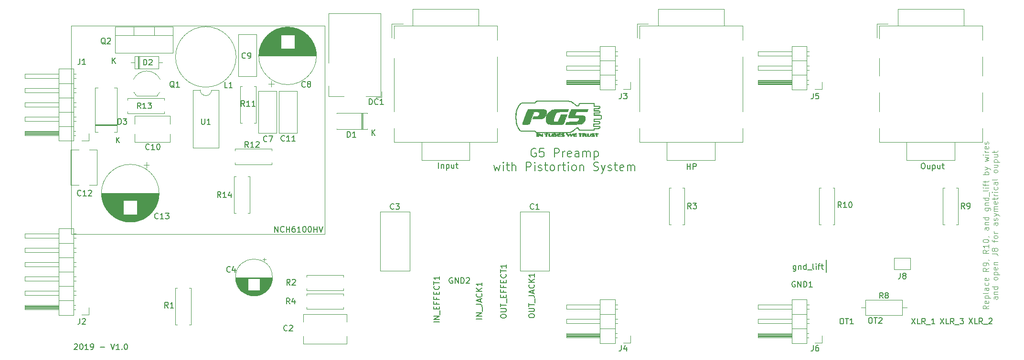
<source format=gto>
G04 #@! TF.GenerationSoftware,KiCad,Pcbnew,(5.1.0)-1*
G04 #@! TF.CreationDate,2019-04-19T18:14:24+02:00*
G04 #@! TF.ProjectId,pcb_main,7063625f-6d61-4696-9e2e-6b696361645f,rev?*
G04 #@! TF.SameCoordinates,Original*
G04 #@! TF.FileFunction,Legend,Top*
G04 #@! TF.FilePolarity,Positive*
%FSLAX46Y46*%
G04 Gerber Fmt 4.6, Leading zero omitted, Abs format (unit mm)*
G04 Created by KiCad (PCBNEW (5.1.0)-1) date 2019-04-19 18:14:24*
%MOMM*%
%LPD*%
G04 APERTURE LIST*
%ADD10C,0.150000*%
%ADD11C,0.200000*%
%ADD12C,0.100000*%
%ADD13C,0.120000*%
%ADD14C,0.010000*%
G04 APERTURE END LIST*
D10*
X80685714Y-158547619D02*
X80733333Y-158500000D01*
X80828571Y-158452380D01*
X81066666Y-158452380D01*
X81161904Y-158500000D01*
X81209523Y-158547619D01*
X81257142Y-158642857D01*
X81257142Y-158738095D01*
X81209523Y-158880952D01*
X80638095Y-159452380D01*
X81257142Y-159452380D01*
X81876190Y-158452380D02*
X81971428Y-158452380D01*
X82066666Y-158500000D01*
X82114285Y-158547619D01*
X82161904Y-158642857D01*
X82209523Y-158833333D01*
X82209523Y-159071428D01*
X82161904Y-159261904D01*
X82114285Y-159357142D01*
X82066666Y-159404761D01*
X81971428Y-159452380D01*
X81876190Y-159452380D01*
X81780952Y-159404761D01*
X81733333Y-159357142D01*
X81685714Y-159261904D01*
X81638095Y-159071428D01*
X81638095Y-158833333D01*
X81685714Y-158642857D01*
X81733333Y-158547619D01*
X81780952Y-158500000D01*
X81876190Y-158452380D01*
X83161904Y-159452380D02*
X82590476Y-159452380D01*
X82876190Y-159452380D02*
X82876190Y-158452380D01*
X82780952Y-158595238D01*
X82685714Y-158690476D01*
X82590476Y-158738095D01*
X83638095Y-159452380D02*
X83828571Y-159452380D01*
X83923809Y-159404761D01*
X83971428Y-159357142D01*
X84066666Y-159214285D01*
X84114285Y-159023809D01*
X84114285Y-158642857D01*
X84066666Y-158547619D01*
X84019047Y-158500000D01*
X83923809Y-158452380D01*
X83733333Y-158452380D01*
X83638095Y-158500000D01*
X83590476Y-158547619D01*
X83542857Y-158642857D01*
X83542857Y-158880952D01*
X83590476Y-158976190D01*
X83638095Y-159023809D01*
X83733333Y-159071428D01*
X83923809Y-159071428D01*
X84019047Y-159023809D01*
X84066666Y-158976190D01*
X84114285Y-158880952D01*
X85304761Y-159071428D02*
X86066666Y-159071428D01*
X87161904Y-158452380D02*
X87495238Y-159452380D01*
X87828571Y-158452380D01*
X88685714Y-159452380D02*
X88114285Y-159452380D01*
X88400000Y-159452380D02*
X88400000Y-158452380D01*
X88304761Y-158595238D01*
X88209523Y-158690476D01*
X88114285Y-158738095D01*
X89114285Y-159357142D02*
X89161904Y-159404761D01*
X89114285Y-159452380D01*
X89066666Y-159404761D01*
X89114285Y-159357142D01*
X89114285Y-159452380D01*
X89780952Y-158452380D02*
X89876190Y-158452380D01*
X89971428Y-158500000D01*
X90019047Y-158547619D01*
X90066666Y-158642857D01*
X90114285Y-158833333D01*
X90114285Y-159071428D01*
X90066666Y-159261904D01*
X90019047Y-159357142D01*
X89971428Y-159404761D01*
X89876190Y-159452380D01*
X89780952Y-159452380D01*
X89685714Y-159404761D01*
X89638095Y-159357142D01*
X89590476Y-159261904D01*
X89542857Y-159071428D01*
X89542857Y-158833333D01*
X89590476Y-158642857D01*
X89638095Y-158547619D01*
X89685714Y-158500000D01*
X89780952Y-158452380D01*
D11*
X162492857Y-123825000D02*
X162350000Y-123753571D01*
X162135714Y-123753571D01*
X161921428Y-123825000D01*
X161778571Y-123967857D01*
X161707142Y-124110714D01*
X161635714Y-124396428D01*
X161635714Y-124610714D01*
X161707142Y-124896428D01*
X161778571Y-125039285D01*
X161921428Y-125182142D01*
X162135714Y-125253571D01*
X162278571Y-125253571D01*
X162492857Y-125182142D01*
X162564285Y-125110714D01*
X162564285Y-124610714D01*
X162278571Y-124610714D01*
X163921428Y-123753571D02*
X163207142Y-123753571D01*
X163135714Y-124467857D01*
X163207142Y-124396428D01*
X163350000Y-124325000D01*
X163707142Y-124325000D01*
X163850000Y-124396428D01*
X163921428Y-124467857D01*
X163992857Y-124610714D01*
X163992857Y-124967857D01*
X163921428Y-125110714D01*
X163850000Y-125182142D01*
X163707142Y-125253571D01*
X163350000Y-125253571D01*
X163207142Y-125182142D01*
X163135714Y-125110714D01*
X165778571Y-125253571D02*
X165778571Y-123753571D01*
X166350000Y-123753571D01*
X166492857Y-123825000D01*
X166564285Y-123896428D01*
X166635714Y-124039285D01*
X166635714Y-124253571D01*
X166564285Y-124396428D01*
X166492857Y-124467857D01*
X166350000Y-124539285D01*
X165778571Y-124539285D01*
X167278571Y-125253571D02*
X167278571Y-124253571D01*
X167278571Y-124539285D02*
X167350000Y-124396428D01*
X167421428Y-124325000D01*
X167564285Y-124253571D01*
X167707142Y-124253571D01*
X168778571Y-125182142D02*
X168635714Y-125253571D01*
X168350000Y-125253571D01*
X168207142Y-125182142D01*
X168135714Y-125039285D01*
X168135714Y-124467857D01*
X168207142Y-124325000D01*
X168350000Y-124253571D01*
X168635714Y-124253571D01*
X168778571Y-124325000D01*
X168850000Y-124467857D01*
X168850000Y-124610714D01*
X168135714Y-124753571D01*
X170135714Y-125253571D02*
X170135714Y-124467857D01*
X170064285Y-124325000D01*
X169921428Y-124253571D01*
X169635714Y-124253571D01*
X169492857Y-124325000D01*
X170135714Y-125182142D02*
X169992857Y-125253571D01*
X169635714Y-125253571D01*
X169492857Y-125182142D01*
X169421428Y-125039285D01*
X169421428Y-124896428D01*
X169492857Y-124753571D01*
X169635714Y-124682142D01*
X169992857Y-124682142D01*
X170135714Y-124610714D01*
X170850000Y-125253571D02*
X170850000Y-124253571D01*
X170850000Y-124396428D02*
X170921428Y-124325000D01*
X171064285Y-124253571D01*
X171278571Y-124253571D01*
X171421428Y-124325000D01*
X171492857Y-124467857D01*
X171492857Y-125253571D01*
X171492857Y-124467857D02*
X171564285Y-124325000D01*
X171707142Y-124253571D01*
X171921428Y-124253571D01*
X172064285Y-124325000D01*
X172135714Y-124467857D01*
X172135714Y-125253571D01*
X172850000Y-124253571D02*
X172850000Y-125753571D01*
X172850000Y-124325000D02*
X172992857Y-124253571D01*
X173278571Y-124253571D01*
X173421428Y-124325000D01*
X173492857Y-124396428D01*
X173564285Y-124539285D01*
X173564285Y-124967857D01*
X173492857Y-125110714D01*
X173421428Y-125182142D01*
X173278571Y-125253571D01*
X172992857Y-125253571D01*
X172850000Y-125182142D01*
X155028571Y-126703571D02*
X155314285Y-127703571D01*
X155600000Y-126989285D01*
X155885714Y-127703571D01*
X156171428Y-126703571D01*
X156742857Y-127703571D02*
X156742857Y-126703571D01*
X156742857Y-126203571D02*
X156671428Y-126275000D01*
X156742857Y-126346428D01*
X156814285Y-126275000D01*
X156742857Y-126203571D01*
X156742857Y-126346428D01*
X157242857Y-126703571D02*
X157814285Y-126703571D01*
X157457142Y-126203571D02*
X157457142Y-127489285D01*
X157528571Y-127632142D01*
X157671428Y-127703571D01*
X157814285Y-127703571D01*
X158314285Y-127703571D02*
X158314285Y-126203571D01*
X158957142Y-127703571D02*
X158957142Y-126917857D01*
X158885714Y-126775000D01*
X158742857Y-126703571D01*
X158528571Y-126703571D01*
X158385714Y-126775000D01*
X158314285Y-126846428D01*
X160814285Y-127703571D02*
X160814285Y-126203571D01*
X161385714Y-126203571D01*
X161528571Y-126275000D01*
X161600000Y-126346428D01*
X161671428Y-126489285D01*
X161671428Y-126703571D01*
X161600000Y-126846428D01*
X161528571Y-126917857D01*
X161385714Y-126989285D01*
X160814285Y-126989285D01*
X162314285Y-127703571D02*
X162314285Y-126703571D01*
X162314285Y-126203571D02*
X162242857Y-126275000D01*
X162314285Y-126346428D01*
X162385714Y-126275000D01*
X162314285Y-126203571D01*
X162314285Y-126346428D01*
X162957142Y-127632142D02*
X163100000Y-127703571D01*
X163385714Y-127703571D01*
X163528571Y-127632142D01*
X163600000Y-127489285D01*
X163600000Y-127417857D01*
X163528571Y-127275000D01*
X163385714Y-127203571D01*
X163171428Y-127203571D01*
X163028571Y-127132142D01*
X162957142Y-126989285D01*
X162957142Y-126917857D01*
X163028571Y-126775000D01*
X163171428Y-126703571D01*
X163385714Y-126703571D01*
X163528571Y-126775000D01*
X164028571Y-126703571D02*
X164600000Y-126703571D01*
X164242857Y-126203571D02*
X164242857Y-127489285D01*
X164314285Y-127632142D01*
X164457142Y-127703571D01*
X164600000Y-127703571D01*
X165314285Y-127703571D02*
X165171428Y-127632142D01*
X165100000Y-127560714D01*
X165028571Y-127417857D01*
X165028571Y-126989285D01*
X165100000Y-126846428D01*
X165171428Y-126775000D01*
X165314285Y-126703571D01*
X165528571Y-126703571D01*
X165671428Y-126775000D01*
X165742857Y-126846428D01*
X165814285Y-126989285D01*
X165814285Y-127417857D01*
X165742857Y-127560714D01*
X165671428Y-127632142D01*
X165528571Y-127703571D01*
X165314285Y-127703571D01*
X166457142Y-127703571D02*
X166457142Y-126703571D01*
X166457142Y-126989285D02*
X166528571Y-126846428D01*
X166600000Y-126775000D01*
X166742857Y-126703571D01*
X166885714Y-126703571D01*
X167171428Y-126703571D02*
X167742857Y-126703571D01*
X167385714Y-126203571D02*
X167385714Y-127489285D01*
X167457142Y-127632142D01*
X167600000Y-127703571D01*
X167742857Y-127703571D01*
X168242857Y-127703571D02*
X168242857Y-126703571D01*
X168242857Y-126203571D02*
X168171428Y-126275000D01*
X168242857Y-126346428D01*
X168314285Y-126275000D01*
X168242857Y-126203571D01*
X168242857Y-126346428D01*
X169171428Y-127703571D02*
X169028571Y-127632142D01*
X168957142Y-127560714D01*
X168885714Y-127417857D01*
X168885714Y-126989285D01*
X168957142Y-126846428D01*
X169028571Y-126775000D01*
X169171428Y-126703571D01*
X169385714Y-126703571D01*
X169528571Y-126775000D01*
X169600000Y-126846428D01*
X169671428Y-126989285D01*
X169671428Y-127417857D01*
X169600000Y-127560714D01*
X169528571Y-127632142D01*
X169385714Y-127703571D01*
X169171428Y-127703571D01*
X170314285Y-126703571D02*
X170314285Y-127703571D01*
X170314285Y-126846428D02*
X170385714Y-126775000D01*
X170528571Y-126703571D01*
X170742857Y-126703571D01*
X170885714Y-126775000D01*
X170957142Y-126917857D01*
X170957142Y-127703571D01*
X172742857Y-127632142D02*
X172957142Y-127703571D01*
X173314285Y-127703571D01*
X173457142Y-127632142D01*
X173528571Y-127560714D01*
X173599999Y-127417857D01*
X173599999Y-127275000D01*
X173528571Y-127132142D01*
X173457142Y-127060714D01*
X173314285Y-126989285D01*
X173028571Y-126917857D01*
X172885714Y-126846428D01*
X172814285Y-126775000D01*
X172742857Y-126632142D01*
X172742857Y-126489285D01*
X172814285Y-126346428D01*
X172885714Y-126275000D01*
X173028571Y-126203571D01*
X173385714Y-126203571D01*
X173599999Y-126275000D01*
X174099999Y-126703571D02*
X174457142Y-127703571D01*
X174814285Y-126703571D02*
X174457142Y-127703571D01*
X174314285Y-128060714D01*
X174242857Y-128132142D01*
X174099999Y-128203571D01*
X175314285Y-127632142D02*
X175457142Y-127703571D01*
X175742857Y-127703571D01*
X175885714Y-127632142D01*
X175957142Y-127489285D01*
X175957142Y-127417857D01*
X175885714Y-127275000D01*
X175742857Y-127203571D01*
X175528571Y-127203571D01*
X175385714Y-127132142D01*
X175314285Y-126989285D01*
X175314285Y-126917857D01*
X175385714Y-126775000D01*
X175528571Y-126703571D01*
X175742857Y-126703571D01*
X175885714Y-126775000D01*
X176385714Y-126703571D02*
X176957142Y-126703571D01*
X176599999Y-126203571D02*
X176599999Y-127489285D01*
X176671428Y-127632142D01*
X176814285Y-127703571D01*
X176957142Y-127703571D01*
X178028571Y-127632142D02*
X177885714Y-127703571D01*
X177599999Y-127703571D01*
X177457142Y-127632142D01*
X177385714Y-127489285D01*
X177385714Y-126917857D01*
X177457142Y-126775000D01*
X177599999Y-126703571D01*
X177885714Y-126703571D01*
X178028571Y-126775000D01*
X178099999Y-126917857D01*
X178099999Y-127060714D01*
X177385714Y-127203571D01*
X178742857Y-127703571D02*
X178742857Y-126703571D01*
X178742857Y-126846428D02*
X178814285Y-126775000D01*
X178957142Y-126703571D01*
X179171428Y-126703571D01*
X179314285Y-126775000D01*
X179385714Y-126917857D01*
X179385714Y-127703571D01*
X179385714Y-126917857D02*
X179457142Y-126775000D01*
X179599999Y-126703571D01*
X179814285Y-126703571D01*
X179957142Y-126775000D01*
X180028571Y-126917857D01*
X180028571Y-127703571D01*
D12*
X242752380Y-151638095D02*
X242276190Y-151971428D01*
X242752380Y-152209523D02*
X241752380Y-152209523D01*
X241752380Y-151828571D01*
X241800000Y-151733333D01*
X241847619Y-151685714D01*
X241942857Y-151638095D01*
X242085714Y-151638095D01*
X242180952Y-151685714D01*
X242228571Y-151733333D01*
X242276190Y-151828571D01*
X242276190Y-152209523D01*
X242704761Y-150828571D02*
X242752380Y-150923809D01*
X242752380Y-151114285D01*
X242704761Y-151209523D01*
X242609523Y-151257142D01*
X242228571Y-151257142D01*
X242133333Y-151209523D01*
X242085714Y-151114285D01*
X242085714Y-150923809D01*
X242133333Y-150828571D01*
X242228571Y-150780952D01*
X242323809Y-150780952D01*
X242419047Y-151257142D01*
X242085714Y-150352380D02*
X243085714Y-150352380D01*
X242133333Y-150352380D02*
X242085714Y-150257142D01*
X242085714Y-150066666D01*
X242133333Y-149971428D01*
X242180952Y-149923809D01*
X242276190Y-149876190D01*
X242561904Y-149876190D01*
X242657142Y-149923809D01*
X242704761Y-149971428D01*
X242752380Y-150066666D01*
X242752380Y-150257142D01*
X242704761Y-150352380D01*
X242752380Y-149304761D02*
X242704761Y-149400000D01*
X242609523Y-149447619D01*
X241752380Y-149447619D01*
X242752380Y-148495238D02*
X242228571Y-148495238D01*
X242133333Y-148542857D01*
X242085714Y-148638095D01*
X242085714Y-148828571D01*
X242133333Y-148923809D01*
X242704761Y-148495238D02*
X242752380Y-148590476D01*
X242752380Y-148828571D01*
X242704761Y-148923809D01*
X242609523Y-148971428D01*
X242514285Y-148971428D01*
X242419047Y-148923809D01*
X242371428Y-148828571D01*
X242371428Y-148590476D01*
X242323809Y-148495238D01*
X242704761Y-147590476D02*
X242752380Y-147685714D01*
X242752380Y-147876190D01*
X242704761Y-147971428D01*
X242657142Y-148019047D01*
X242561904Y-148066666D01*
X242276190Y-148066666D01*
X242180952Y-148019047D01*
X242133333Y-147971428D01*
X242085714Y-147876190D01*
X242085714Y-147685714D01*
X242133333Y-147590476D01*
X242704761Y-146780952D02*
X242752380Y-146876190D01*
X242752380Y-147066666D01*
X242704761Y-147161904D01*
X242609523Y-147209523D01*
X242228571Y-147209523D01*
X242133333Y-147161904D01*
X242085714Y-147066666D01*
X242085714Y-146876190D01*
X242133333Y-146780952D01*
X242228571Y-146733333D01*
X242323809Y-146733333D01*
X242419047Y-147209523D01*
X242752380Y-144971428D02*
X242276190Y-145304761D01*
X242752380Y-145542857D02*
X241752380Y-145542857D01*
X241752380Y-145161904D01*
X241800000Y-145066666D01*
X241847619Y-145019047D01*
X241942857Y-144971428D01*
X242085714Y-144971428D01*
X242180952Y-145019047D01*
X242228571Y-145066666D01*
X242276190Y-145161904D01*
X242276190Y-145542857D01*
X242752380Y-144495238D02*
X242752380Y-144304761D01*
X242704761Y-144209523D01*
X242657142Y-144161904D01*
X242514285Y-144066666D01*
X242323809Y-144019047D01*
X241942857Y-144019047D01*
X241847619Y-144066666D01*
X241800000Y-144114285D01*
X241752380Y-144209523D01*
X241752380Y-144400000D01*
X241800000Y-144495238D01*
X241847619Y-144542857D01*
X241942857Y-144590476D01*
X242180952Y-144590476D01*
X242276190Y-144542857D01*
X242323809Y-144495238D01*
X242371428Y-144400000D01*
X242371428Y-144209523D01*
X242323809Y-144114285D01*
X242276190Y-144066666D01*
X242180952Y-144019047D01*
X242704761Y-143542857D02*
X242752380Y-143542857D01*
X242847619Y-143590476D01*
X242895238Y-143638095D01*
X242752380Y-141780952D02*
X242276190Y-142114285D01*
X242752380Y-142352380D02*
X241752380Y-142352380D01*
X241752380Y-141971428D01*
X241800000Y-141876190D01*
X241847619Y-141828571D01*
X241942857Y-141780952D01*
X242085714Y-141780952D01*
X242180952Y-141828571D01*
X242228571Y-141876190D01*
X242276190Y-141971428D01*
X242276190Y-142352380D01*
X242752380Y-140828571D02*
X242752380Y-141400000D01*
X242752380Y-141114285D02*
X241752380Y-141114285D01*
X241895238Y-141209523D01*
X241990476Y-141304761D01*
X242038095Y-141400000D01*
X241752380Y-140209523D02*
X241752380Y-140114285D01*
X241800000Y-140019047D01*
X241847619Y-139971428D01*
X241942857Y-139923809D01*
X242133333Y-139876190D01*
X242371428Y-139876190D01*
X242561904Y-139923809D01*
X242657142Y-139971428D01*
X242704761Y-140019047D01*
X242752380Y-140114285D01*
X242752380Y-140209523D01*
X242704761Y-140304761D01*
X242657142Y-140352380D01*
X242561904Y-140400000D01*
X242371428Y-140447619D01*
X242133333Y-140447619D01*
X241942857Y-140400000D01*
X241847619Y-140352380D01*
X241800000Y-140304761D01*
X241752380Y-140209523D01*
X242704761Y-139400000D02*
X242752380Y-139400000D01*
X242847619Y-139447619D01*
X242895238Y-139495238D01*
X242752380Y-137780952D02*
X242228571Y-137780952D01*
X242133333Y-137828571D01*
X242085714Y-137923809D01*
X242085714Y-138114285D01*
X242133333Y-138209523D01*
X242704761Y-137780952D02*
X242752380Y-137876190D01*
X242752380Y-138114285D01*
X242704761Y-138209523D01*
X242609523Y-138257142D01*
X242514285Y-138257142D01*
X242419047Y-138209523D01*
X242371428Y-138114285D01*
X242371428Y-137876190D01*
X242323809Y-137780952D01*
X242085714Y-137304761D02*
X242752380Y-137304761D01*
X242180952Y-137304761D02*
X242133333Y-137257142D01*
X242085714Y-137161904D01*
X242085714Y-137019047D01*
X242133333Y-136923809D01*
X242228571Y-136876190D01*
X242752380Y-136876190D01*
X242752380Y-135971428D02*
X241752380Y-135971428D01*
X242704761Y-135971428D02*
X242752380Y-136066666D01*
X242752380Y-136257142D01*
X242704761Y-136352380D01*
X242657142Y-136400000D01*
X242561904Y-136447619D01*
X242276190Y-136447619D01*
X242180952Y-136400000D01*
X242133333Y-136352380D01*
X242085714Y-136257142D01*
X242085714Y-136066666D01*
X242133333Y-135971428D01*
X242085714Y-134304761D02*
X242895238Y-134304761D01*
X242990476Y-134352380D01*
X243038095Y-134400000D01*
X243085714Y-134495238D01*
X243085714Y-134638095D01*
X243038095Y-134733333D01*
X242704761Y-134304761D02*
X242752380Y-134400000D01*
X242752380Y-134590476D01*
X242704761Y-134685714D01*
X242657142Y-134733333D01*
X242561904Y-134780952D01*
X242276190Y-134780952D01*
X242180952Y-134733333D01*
X242133333Y-134685714D01*
X242085714Y-134590476D01*
X242085714Y-134400000D01*
X242133333Y-134304761D01*
X242085714Y-133828571D02*
X242752380Y-133828571D01*
X242180952Y-133828571D02*
X242133333Y-133780952D01*
X242085714Y-133685714D01*
X242085714Y-133542857D01*
X242133333Y-133447619D01*
X242228571Y-133400000D01*
X242752380Y-133400000D01*
X242752380Y-132495238D02*
X241752380Y-132495238D01*
X242704761Y-132495238D02*
X242752380Y-132590476D01*
X242752380Y-132780952D01*
X242704761Y-132876190D01*
X242657142Y-132923809D01*
X242561904Y-132971428D01*
X242276190Y-132971428D01*
X242180952Y-132923809D01*
X242133333Y-132876190D01*
X242085714Y-132780952D01*
X242085714Y-132590476D01*
X242133333Y-132495238D01*
X242847619Y-132257142D02*
X242847619Y-131495238D01*
X242752380Y-131114285D02*
X242704761Y-131209523D01*
X242609523Y-131257142D01*
X241752380Y-131257142D01*
X242752380Y-130733333D02*
X242085714Y-130733333D01*
X241752380Y-130733333D02*
X241800000Y-130780952D01*
X241847619Y-130733333D01*
X241800000Y-130685714D01*
X241752380Y-130733333D01*
X241847619Y-130733333D01*
X242085714Y-130400000D02*
X242085714Y-130019047D01*
X242752380Y-130257142D02*
X241895238Y-130257142D01*
X241800000Y-130209523D01*
X241752380Y-130114285D01*
X241752380Y-130019047D01*
X242085714Y-129828571D02*
X242085714Y-129447619D01*
X241752380Y-129685714D02*
X242609523Y-129685714D01*
X242704761Y-129638095D01*
X242752380Y-129542857D01*
X242752380Y-129447619D01*
X242752380Y-128352380D02*
X241752380Y-128352380D01*
X242133333Y-128352380D02*
X242085714Y-128257142D01*
X242085714Y-128066666D01*
X242133333Y-127971428D01*
X242180952Y-127923809D01*
X242276190Y-127876190D01*
X242561904Y-127876190D01*
X242657142Y-127923809D01*
X242704761Y-127971428D01*
X242752380Y-128066666D01*
X242752380Y-128257142D01*
X242704761Y-128352380D01*
X242085714Y-127542857D02*
X242752380Y-127304761D01*
X242085714Y-127066666D02*
X242752380Y-127304761D01*
X242990476Y-127400000D01*
X243038095Y-127447619D01*
X243085714Y-127542857D01*
X242085714Y-126019047D02*
X242752380Y-125828571D01*
X242276190Y-125638095D01*
X242752380Y-125447619D01*
X242085714Y-125257142D01*
X242752380Y-124876190D02*
X242085714Y-124876190D01*
X241752380Y-124876190D02*
X241800000Y-124923809D01*
X241847619Y-124876190D01*
X241800000Y-124828571D01*
X241752380Y-124876190D01*
X241847619Y-124876190D01*
X242752380Y-124400000D02*
X242085714Y-124400000D01*
X242276190Y-124400000D02*
X242180952Y-124352380D01*
X242133333Y-124304761D01*
X242085714Y-124209523D01*
X242085714Y-124114285D01*
X242704761Y-123400000D02*
X242752380Y-123495238D01*
X242752380Y-123685714D01*
X242704761Y-123780952D01*
X242609523Y-123828571D01*
X242228571Y-123828571D01*
X242133333Y-123780952D01*
X242085714Y-123685714D01*
X242085714Y-123495238D01*
X242133333Y-123400000D01*
X242228571Y-123352380D01*
X242323809Y-123352380D01*
X242419047Y-123828571D01*
X242704761Y-122971428D02*
X242752380Y-122876190D01*
X242752380Y-122685714D01*
X242704761Y-122590476D01*
X242609523Y-122542857D01*
X242561904Y-122542857D01*
X242466666Y-122590476D01*
X242419047Y-122685714D01*
X242419047Y-122828571D01*
X242371428Y-122923809D01*
X242276190Y-122971428D01*
X242228571Y-122971428D01*
X242133333Y-122923809D01*
X242085714Y-122828571D01*
X242085714Y-122685714D01*
X242133333Y-122590476D01*
X244352380Y-150090476D02*
X243828571Y-150090476D01*
X243733333Y-150138095D01*
X243685714Y-150233333D01*
X243685714Y-150423809D01*
X243733333Y-150519047D01*
X244304761Y-150090476D02*
X244352380Y-150185714D01*
X244352380Y-150423809D01*
X244304761Y-150519047D01*
X244209523Y-150566666D01*
X244114285Y-150566666D01*
X244019047Y-150519047D01*
X243971428Y-150423809D01*
X243971428Y-150185714D01*
X243923809Y-150090476D01*
X243685714Y-149614285D02*
X244352380Y-149614285D01*
X243780952Y-149614285D02*
X243733333Y-149566666D01*
X243685714Y-149471428D01*
X243685714Y-149328571D01*
X243733333Y-149233333D01*
X243828571Y-149185714D01*
X244352380Y-149185714D01*
X244352380Y-148280952D02*
X243352380Y-148280952D01*
X244304761Y-148280952D02*
X244352380Y-148376190D01*
X244352380Y-148566666D01*
X244304761Y-148661904D01*
X244257142Y-148709523D01*
X244161904Y-148757142D01*
X243876190Y-148757142D01*
X243780952Y-148709523D01*
X243733333Y-148661904D01*
X243685714Y-148566666D01*
X243685714Y-148376190D01*
X243733333Y-148280952D01*
X244352380Y-146900000D02*
X244304761Y-146995238D01*
X244257142Y-147042857D01*
X244161904Y-147090476D01*
X243876190Y-147090476D01*
X243780952Y-147042857D01*
X243733333Y-146995238D01*
X243685714Y-146900000D01*
X243685714Y-146757142D01*
X243733333Y-146661904D01*
X243780952Y-146614285D01*
X243876190Y-146566666D01*
X244161904Y-146566666D01*
X244257142Y-146614285D01*
X244304761Y-146661904D01*
X244352380Y-146757142D01*
X244352380Y-146900000D01*
X243685714Y-146138095D02*
X244685714Y-146138095D01*
X243733333Y-146138095D02*
X243685714Y-146042857D01*
X243685714Y-145852380D01*
X243733333Y-145757142D01*
X243780952Y-145709523D01*
X243876190Y-145661904D01*
X244161904Y-145661904D01*
X244257142Y-145709523D01*
X244304761Y-145757142D01*
X244352380Y-145852380D01*
X244352380Y-146042857D01*
X244304761Y-146138095D01*
X244304761Y-144852380D02*
X244352380Y-144947619D01*
X244352380Y-145138095D01*
X244304761Y-145233333D01*
X244209523Y-145280952D01*
X243828571Y-145280952D01*
X243733333Y-145233333D01*
X243685714Y-145138095D01*
X243685714Y-144947619D01*
X243733333Y-144852380D01*
X243828571Y-144804761D01*
X243923809Y-144804761D01*
X244019047Y-145280952D01*
X243685714Y-144376190D02*
X244352380Y-144376190D01*
X243780952Y-144376190D02*
X243733333Y-144328571D01*
X243685714Y-144233333D01*
X243685714Y-144090476D01*
X243733333Y-143995238D01*
X243828571Y-143947619D01*
X244352380Y-143947619D01*
X243352380Y-142423809D02*
X244066666Y-142423809D01*
X244209523Y-142471428D01*
X244304761Y-142566666D01*
X244352380Y-142709523D01*
X244352380Y-142804761D01*
X243780952Y-141804761D02*
X243733333Y-141900000D01*
X243685714Y-141947619D01*
X243590476Y-141995238D01*
X243542857Y-141995238D01*
X243447619Y-141947619D01*
X243400000Y-141900000D01*
X243352380Y-141804761D01*
X243352380Y-141614285D01*
X243400000Y-141519047D01*
X243447619Y-141471428D01*
X243542857Y-141423809D01*
X243590476Y-141423809D01*
X243685714Y-141471428D01*
X243733333Y-141519047D01*
X243780952Y-141614285D01*
X243780952Y-141804761D01*
X243828571Y-141900000D01*
X243876190Y-141947619D01*
X243971428Y-141995238D01*
X244161904Y-141995238D01*
X244257142Y-141947619D01*
X244304761Y-141900000D01*
X244352380Y-141804761D01*
X244352380Y-141614285D01*
X244304761Y-141519047D01*
X244257142Y-141471428D01*
X244161904Y-141423809D01*
X243971428Y-141423809D01*
X243876190Y-141471428D01*
X243828571Y-141519047D01*
X243780952Y-141614285D01*
X243685714Y-140376190D02*
X243685714Y-139995238D01*
X244352380Y-140233333D02*
X243495238Y-140233333D01*
X243400000Y-140185714D01*
X243352380Y-140090476D01*
X243352380Y-139995238D01*
X244352380Y-139519047D02*
X244304761Y-139614285D01*
X244257142Y-139661904D01*
X244161904Y-139709523D01*
X243876190Y-139709523D01*
X243780952Y-139661904D01*
X243733333Y-139614285D01*
X243685714Y-139519047D01*
X243685714Y-139376190D01*
X243733333Y-139280952D01*
X243780952Y-139233333D01*
X243876190Y-139185714D01*
X244161904Y-139185714D01*
X244257142Y-139233333D01*
X244304761Y-139280952D01*
X244352380Y-139376190D01*
X244352380Y-139519047D01*
X244352380Y-138757142D02*
X243685714Y-138757142D01*
X243876190Y-138757142D02*
X243780952Y-138709523D01*
X243733333Y-138661904D01*
X243685714Y-138566666D01*
X243685714Y-138471428D01*
X244352380Y-136947619D02*
X243828571Y-136947619D01*
X243733333Y-136995238D01*
X243685714Y-137090476D01*
X243685714Y-137280952D01*
X243733333Y-137376190D01*
X244304761Y-136947619D02*
X244352380Y-137042857D01*
X244352380Y-137280952D01*
X244304761Y-137376190D01*
X244209523Y-137423809D01*
X244114285Y-137423809D01*
X244019047Y-137376190D01*
X243971428Y-137280952D01*
X243971428Y-137042857D01*
X243923809Y-136947619D01*
X244304761Y-136519047D02*
X244352380Y-136423809D01*
X244352380Y-136233333D01*
X244304761Y-136138095D01*
X244209523Y-136090476D01*
X244161904Y-136090476D01*
X244066666Y-136138095D01*
X244019047Y-136233333D01*
X244019047Y-136376190D01*
X243971428Y-136471428D01*
X243876190Y-136519047D01*
X243828571Y-136519047D01*
X243733333Y-136471428D01*
X243685714Y-136376190D01*
X243685714Y-136233333D01*
X243733333Y-136138095D01*
X243685714Y-135757142D02*
X244352380Y-135519047D01*
X243685714Y-135280952D02*
X244352380Y-135519047D01*
X244590476Y-135614285D01*
X244638095Y-135661904D01*
X244685714Y-135757142D01*
X244352380Y-134900000D02*
X243685714Y-134900000D01*
X243780952Y-134900000D02*
X243733333Y-134852380D01*
X243685714Y-134757142D01*
X243685714Y-134614285D01*
X243733333Y-134519047D01*
X243828571Y-134471428D01*
X244352380Y-134471428D01*
X243828571Y-134471428D02*
X243733333Y-134423809D01*
X243685714Y-134328571D01*
X243685714Y-134185714D01*
X243733333Y-134090476D01*
X243828571Y-134042857D01*
X244352380Y-134042857D01*
X244304761Y-133185714D02*
X244352380Y-133280952D01*
X244352380Y-133471428D01*
X244304761Y-133566666D01*
X244209523Y-133614285D01*
X243828571Y-133614285D01*
X243733333Y-133566666D01*
X243685714Y-133471428D01*
X243685714Y-133280952D01*
X243733333Y-133185714D01*
X243828571Y-133138095D01*
X243923809Y-133138095D01*
X244019047Y-133614285D01*
X243685714Y-132852380D02*
X243685714Y-132471428D01*
X243352380Y-132709523D02*
X244209523Y-132709523D01*
X244304761Y-132661904D01*
X244352380Y-132566666D01*
X244352380Y-132471428D01*
X244352380Y-132138095D02*
X243685714Y-132138095D01*
X243876190Y-132138095D02*
X243780952Y-132090476D01*
X243733333Y-132042857D01*
X243685714Y-131947619D01*
X243685714Y-131852380D01*
X244352380Y-131519047D02*
X243685714Y-131519047D01*
X243352380Y-131519047D02*
X243400000Y-131566666D01*
X243447619Y-131519047D01*
X243400000Y-131471428D01*
X243352380Y-131519047D01*
X243447619Y-131519047D01*
X244304761Y-130614285D02*
X244352380Y-130709523D01*
X244352380Y-130900000D01*
X244304761Y-130995238D01*
X244257142Y-131042857D01*
X244161904Y-131090476D01*
X243876190Y-131090476D01*
X243780952Y-131042857D01*
X243733333Y-130995238D01*
X243685714Y-130900000D01*
X243685714Y-130709523D01*
X243733333Y-130614285D01*
X244352380Y-129757142D02*
X243828571Y-129757142D01*
X243733333Y-129804761D01*
X243685714Y-129900000D01*
X243685714Y-130090476D01*
X243733333Y-130185714D01*
X244304761Y-129757142D02*
X244352380Y-129852380D01*
X244352380Y-130090476D01*
X244304761Y-130185714D01*
X244209523Y-130233333D01*
X244114285Y-130233333D01*
X244019047Y-130185714D01*
X243971428Y-130090476D01*
X243971428Y-129852380D01*
X243923809Y-129757142D01*
X244352380Y-129138095D02*
X244304761Y-129233333D01*
X244209523Y-129280952D01*
X243352380Y-129280952D01*
X244352380Y-127852380D02*
X244304761Y-127947619D01*
X244257142Y-127995238D01*
X244161904Y-128042857D01*
X243876190Y-128042857D01*
X243780952Y-127995238D01*
X243733333Y-127947619D01*
X243685714Y-127852380D01*
X243685714Y-127709523D01*
X243733333Y-127614285D01*
X243780952Y-127566666D01*
X243876190Y-127519047D01*
X244161904Y-127519047D01*
X244257142Y-127566666D01*
X244304761Y-127614285D01*
X244352380Y-127709523D01*
X244352380Y-127852380D01*
X243685714Y-126661904D02*
X244352380Y-126661904D01*
X243685714Y-127090476D02*
X244209523Y-127090476D01*
X244304761Y-127042857D01*
X244352380Y-126947619D01*
X244352380Y-126804761D01*
X244304761Y-126709523D01*
X244257142Y-126661904D01*
X243685714Y-126185714D02*
X244685714Y-126185714D01*
X243733333Y-126185714D02*
X243685714Y-126090476D01*
X243685714Y-125900000D01*
X243733333Y-125804761D01*
X243780952Y-125757142D01*
X243876190Y-125709523D01*
X244161904Y-125709523D01*
X244257142Y-125757142D01*
X244304761Y-125804761D01*
X244352380Y-125900000D01*
X244352380Y-126090476D01*
X244304761Y-126185714D01*
X243685714Y-124852380D02*
X244352380Y-124852380D01*
X243685714Y-125280952D02*
X244209523Y-125280952D01*
X244304761Y-125233333D01*
X244352380Y-125138095D01*
X244352380Y-124995238D01*
X244304761Y-124900000D01*
X244257142Y-124852380D01*
X243685714Y-124519047D02*
X243685714Y-124138095D01*
X243352380Y-124376190D02*
X244209523Y-124376190D01*
X244304761Y-124328571D01*
X244352380Y-124233333D01*
X244352380Y-124138095D01*
D10*
X208607142Y-144535714D02*
X208607142Y-145345238D01*
X208559523Y-145440476D01*
X208511904Y-145488095D01*
X208416666Y-145535714D01*
X208273809Y-145535714D01*
X208178571Y-145488095D01*
X208607142Y-145154761D02*
X208511904Y-145202380D01*
X208321428Y-145202380D01*
X208226190Y-145154761D01*
X208178571Y-145107142D01*
X208130952Y-145011904D01*
X208130952Y-144726190D01*
X208178571Y-144630952D01*
X208226190Y-144583333D01*
X208321428Y-144535714D01*
X208511904Y-144535714D01*
X208607142Y-144583333D01*
X209083333Y-144535714D02*
X209083333Y-145202380D01*
X209083333Y-144630952D02*
X209130952Y-144583333D01*
X209226190Y-144535714D01*
X209369047Y-144535714D01*
X209464285Y-144583333D01*
X209511904Y-144678571D01*
X209511904Y-145202380D01*
X210416666Y-145202380D02*
X210416666Y-144202380D01*
X210416666Y-145154761D02*
X210321428Y-145202380D01*
X210130952Y-145202380D01*
X210035714Y-145154761D01*
X209988095Y-145107142D01*
X209940476Y-145011904D01*
X209940476Y-144726190D01*
X209988095Y-144630952D01*
X210035714Y-144583333D01*
X210130952Y-144535714D01*
X210321428Y-144535714D01*
X210416666Y-144583333D01*
X210654761Y-145297619D02*
X211416666Y-145297619D01*
X211797619Y-145202380D02*
X211702380Y-145154761D01*
X211654761Y-145059523D01*
X211654761Y-144202380D01*
X212178571Y-145202380D02*
X212178571Y-144535714D01*
X212178571Y-144202380D02*
X212130952Y-144250000D01*
X212178571Y-144297619D01*
X212226190Y-144250000D01*
X212178571Y-144202380D01*
X212178571Y-144297619D01*
X212511904Y-144535714D02*
X212892857Y-144535714D01*
X212654761Y-145202380D02*
X212654761Y-144345238D01*
X212702380Y-144250000D01*
X212797619Y-144202380D01*
X212892857Y-144202380D01*
X213083333Y-144535714D02*
X213464285Y-144535714D01*
X213226190Y-144202380D02*
X213226190Y-145059523D01*
X213273809Y-145154761D01*
X213369047Y-145202380D01*
X213464285Y-145202380D01*
X214000000Y-143500000D02*
X214000000Y-145750000D01*
D13*
X180450000Y-101600000D02*
X180450000Y-104100000D01*
X182450000Y-101600000D02*
X180450000Y-101600000D01*
X194260000Y-122640000D02*
X194260000Y-125860000D01*
X185750000Y-125880000D02*
X194230000Y-125880000D01*
X185750000Y-122640000D02*
X185750000Y-125860000D01*
X184160000Y-99000000D02*
X184160000Y-102000000D01*
X184160000Y-99000000D02*
X195860000Y-99000000D01*
X195860000Y-99000000D02*
X195860000Y-102000000D01*
X180860000Y-122610000D02*
X199150000Y-122610000D01*
X199150000Y-122610000D02*
X199150000Y-120160000D01*
X180860000Y-122610000D02*
X180860000Y-120160000D01*
X180850000Y-104250000D02*
X180850000Y-102000000D01*
X180850000Y-110900000D02*
X180850000Y-107750000D01*
X180860000Y-117200000D02*
X180850000Y-110900000D01*
X199150000Y-110890000D02*
X199150000Y-117240000D01*
X199150000Y-107460000D02*
X199150000Y-110890000D01*
X199150000Y-102000000D02*
X199150000Y-104550000D01*
X180850000Y-102000000D02*
X199150000Y-102000000D01*
X136950000Y-101600000D02*
X136950000Y-104100000D01*
X138950000Y-101600000D02*
X136950000Y-101600000D01*
X150760000Y-122640000D02*
X150760000Y-125860000D01*
X142250000Y-125880000D02*
X150730000Y-125880000D01*
X142250000Y-122640000D02*
X142250000Y-125860000D01*
X140660000Y-99000000D02*
X140660000Y-102000000D01*
X140660000Y-99000000D02*
X152360000Y-99000000D01*
X152360000Y-99000000D02*
X152360000Y-102000000D01*
X137360000Y-122610000D02*
X155650000Y-122610000D01*
X155650000Y-122610000D02*
X155650000Y-120160000D01*
X137360000Y-122610000D02*
X137360000Y-120160000D01*
X137350000Y-104250000D02*
X137350000Y-102000000D01*
X137350000Y-110900000D02*
X137350000Y-107750000D01*
X137360000Y-117200000D02*
X137350000Y-110900000D01*
X155650000Y-110890000D02*
X155650000Y-117240000D01*
X155650000Y-107460000D02*
X155650000Y-110890000D01*
X155650000Y-102000000D02*
X155650000Y-104550000D01*
X137350000Y-102000000D02*
X155650000Y-102000000D01*
D14*
G36*
X162848750Y-121625000D02*
G01*
X162626500Y-121625000D01*
X162626500Y-121053500D01*
X162848750Y-121053500D01*
X162848750Y-121625000D01*
X162848750Y-121625000D01*
G37*
X162848750Y-121625000D02*
X162626500Y-121625000D01*
X162626500Y-121053500D01*
X162848750Y-121053500D01*
X162848750Y-121625000D01*
G36*
X163041177Y-121067138D02*
G01*
X163130281Y-121103561D01*
X163243677Y-121156031D01*
X163293250Y-121180500D01*
X163407094Y-121236966D01*
X163497852Y-121280528D01*
X163551848Y-121304689D01*
X163560503Y-121307500D01*
X163572252Y-121279448D01*
X163583004Y-121209894D01*
X163585020Y-121188437D01*
X163603911Y-121099420D01*
X163641497Y-121069387D01*
X163642500Y-121069375D01*
X163666595Y-121081898D01*
X163682688Y-121126541D01*
X163692947Y-121213913D01*
X163699298Y-121347187D01*
X163701843Y-121485219D01*
X163697498Y-121570515D01*
X163684927Y-121613594D01*
X163664006Y-121625000D01*
X163617118Y-121612138D01*
X163528397Y-121577651D01*
X163413113Y-121527686D01*
X163348529Y-121498000D01*
X163229061Y-121442908D01*
X163132110Y-121399873D01*
X163071359Y-121374882D01*
X163058384Y-121371000D01*
X163046397Y-121399192D01*
X163039735Y-121469614D01*
X163039250Y-121498000D01*
X163031385Y-121586306D01*
X163005316Y-121622695D01*
X162991625Y-121625000D01*
X162968390Y-121613864D01*
X162953918Y-121573222D01*
X162946399Y-121492223D01*
X162944025Y-121360015D01*
X162944000Y-121339250D01*
X162945801Y-121200199D01*
X162952444Y-121113591D01*
X162965787Y-121068439D01*
X162987689Y-121053756D01*
X162992329Y-121053500D01*
X163041177Y-121067138D01*
X163041177Y-121067138D01*
G37*
X163041177Y-121067138D02*
X163130281Y-121103561D01*
X163243677Y-121156031D01*
X163293250Y-121180500D01*
X163407094Y-121236966D01*
X163497852Y-121280528D01*
X163551848Y-121304689D01*
X163560503Y-121307500D01*
X163572252Y-121279448D01*
X163583004Y-121209894D01*
X163585020Y-121188437D01*
X163603911Y-121099420D01*
X163641497Y-121069387D01*
X163642500Y-121069375D01*
X163666595Y-121081898D01*
X163682688Y-121126541D01*
X163692947Y-121213913D01*
X163699298Y-121347187D01*
X163701843Y-121485219D01*
X163697498Y-121570515D01*
X163684927Y-121613594D01*
X163664006Y-121625000D01*
X163617118Y-121612138D01*
X163528397Y-121577651D01*
X163413113Y-121527686D01*
X163348529Y-121498000D01*
X163229061Y-121442908D01*
X163132110Y-121399873D01*
X163071359Y-121374882D01*
X163058384Y-121371000D01*
X163046397Y-121399192D01*
X163039735Y-121469614D01*
X163039250Y-121498000D01*
X163031385Y-121586306D01*
X163005316Y-121622695D01*
X162991625Y-121625000D01*
X162968390Y-121613864D01*
X162953918Y-121573222D01*
X162946399Y-121492223D01*
X162944025Y-121360015D01*
X162944000Y-121339250D01*
X162945801Y-121200199D01*
X162952444Y-121113591D01*
X162965787Y-121068439D01*
X162987689Y-121053756D01*
X162992329Y-121053500D01*
X163041177Y-121067138D01*
G36*
X164547793Y-121059919D02*
G01*
X164601448Y-121068876D01*
X164623852Y-121085695D01*
X164626750Y-121100014D01*
X164600022Y-121138316D01*
X164531500Y-121148750D01*
X164436250Y-121148750D01*
X164436250Y-121625000D01*
X164182250Y-121625000D01*
X164182250Y-121148750D01*
X164068479Y-121148750D01*
X163988139Y-121139761D01*
X163966978Y-121112324D01*
X163967870Y-121109062D01*
X164001612Y-121087803D01*
X164089270Y-121072542D01*
X164234819Y-121062702D01*
X164303891Y-121060326D01*
X164452177Y-121057508D01*
X164547793Y-121059919D01*
X164547793Y-121059919D01*
G37*
X164547793Y-121059919D02*
X164601448Y-121068876D01*
X164623852Y-121085695D01*
X164626750Y-121100014D01*
X164600022Y-121138316D01*
X164531500Y-121148750D01*
X164436250Y-121148750D01*
X164436250Y-121625000D01*
X164182250Y-121625000D01*
X164182250Y-121148750D01*
X164068479Y-121148750D01*
X163988139Y-121139761D01*
X163966978Y-121112324D01*
X163967870Y-121109062D01*
X164001612Y-121087803D01*
X164089270Y-121072542D01*
X164234819Y-121062702D01*
X164303891Y-121060326D01*
X164452177Y-121057508D01*
X164547793Y-121059919D01*
G36*
X165339311Y-121072443D02*
G01*
X165351990Y-121129123D01*
X165356837Y-121239249D01*
X165357000Y-121273104D01*
X165349480Y-121427701D01*
X165320589Y-121530052D01*
X165260828Y-121590287D01*
X165160700Y-121618541D01*
X165027142Y-121625000D01*
X164893638Y-121618663D01*
X164803910Y-121596928D01*
X164749329Y-121564306D01*
X164708641Y-121523380D01*
X164685920Y-121471411D01*
X164676178Y-121389909D01*
X164674375Y-121286493D01*
X164674375Y-121069375D01*
X164928375Y-121069375D01*
X164960125Y-121513875D01*
X165094012Y-121523586D01*
X165167706Y-121525180D01*
X165215242Y-121509514D01*
X165243381Y-121465292D01*
X165258881Y-121381219D01*
X165268502Y-121245999D01*
X165269328Y-121230606D01*
X165282000Y-121132701D01*
X165304870Y-121071822D01*
X165317312Y-121061273D01*
X165339311Y-121072443D01*
X165339311Y-121072443D01*
G37*
X165339311Y-121072443D02*
X165351990Y-121129123D01*
X165356837Y-121239249D01*
X165357000Y-121273104D01*
X165349480Y-121427701D01*
X165320589Y-121530052D01*
X165260828Y-121590287D01*
X165160700Y-121618541D01*
X165027142Y-121625000D01*
X164893638Y-121618663D01*
X164803910Y-121596928D01*
X164749329Y-121564306D01*
X164708641Y-121523380D01*
X164685920Y-121471411D01*
X164676178Y-121389909D01*
X164674375Y-121286493D01*
X164674375Y-121069375D01*
X164928375Y-121069375D01*
X164960125Y-121513875D01*
X165094012Y-121523586D01*
X165167706Y-121525180D01*
X165215242Y-121509514D01*
X165243381Y-121465292D01*
X165258881Y-121381219D01*
X165268502Y-121245999D01*
X165269328Y-121230606D01*
X165282000Y-121132701D01*
X165304870Y-121071822D01*
X165317312Y-121061273D01*
X165339311Y-121072443D01*
G36*
X166005402Y-121070988D02*
G01*
X166076778Y-121099653D01*
X166109135Y-121148382D01*
X166110376Y-121220585D01*
X166108871Y-121230616D01*
X166104910Y-121307830D01*
X166118334Y-121354173D01*
X166121090Y-121356417D01*
X166147595Y-121405028D01*
X166145663Y-121480283D01*
X166117952Y-121553459D01*
X166100857Y-121575107D01*
X166060882Y-121599569D01*
X165992149Y-121614964D01*
X165882850Y-121622902D01*
X165734496Y-121625000D01*
X165418027Y-121625000D01*
X165421039Y-121533773D01*
X165674500Y-121533773D01*
X165777687Y-121523824D01*
X165854810Y-121504844D01*
X165887610Y-121459697D01*
X165891020Y-121442437D01*
X165886762Y-121389077D01*
X165841454Y-121371640D01*
X165819583Y-121371000D01*
X165754092Y-121354819D01*
X165738000Y-121323375D01*
X165765723Y-121285148D01*
X165819703Y-121275750D01*
X165882302Y-121260843D01*
X165897154Y-121226265D01*
X165869571Y-121187228D01*
X165804863Y-121158946D01*
X165777427Y-121154675D01*
X165674500Y-121144726D01*
X165674500Y-121533773D01*
X165421039Y-121533773D01*
X165427201Y-121347187D01*
X165436375Y-121069375D01*
X165713970Y-121060204D01*
X165887101Y-121058975D01*
X166005402Y-121070988D01*
X166005402Y-121070988D01*
G37*
X166005402Y-121070988D02*
X166076778Y-121099653D01*
X166109135Y-121148382D01*
X166110376Y-121220585D01*
X166108871Y-121230616D01*
X166104910Y-121307830D01*
X166118334Y-121354173D01*
X166121090Y-121356417D01*
X166147595Y-121405028D01*
X166145663Y-121480283D01*
X166117952Y-121553459D01*
X166100857Y-121575107D01*
X166060882Y-121599569D01*
X165992149Y-121614964D01*
X165882850Y-121622902D01*
X165734496Y-121625000D01*
X165418027Y-121625000D01*
X165421039Y-121533773D01*
X165674500Y-121533773D01*
X165777687Y-121523824D01*
X165854810Y-121504844D01*
X165887610Y-121459697D01*
X165891020Y-121442437D01*
X165886762Y-121389077D01*
X165841454Y-121371640D01*
X165819583Y-121371000D01*
X165754092Y-121354819D01*
X165738000Y-121323375D01*
X165765723Y-121285148D01*
X165819703Y-121275750D01*
X165882302Y-121260843D01*
X165897154Y-121226265D01*
X165869571Y-121187228D01*
X165804863Y-121158946D01*
X165777427Y-121154675D01*
X165674500Y-121144726D01*
X165674500Y-121533773D01*
X165421039Y-121533773D01*
X165427201Y-121347187D01*
X165436375Y-121069375D01*
X165713970Y-121060204D01*
X165887101Y-121058975D01*
X166005402Y-121070988D01*
G36*
X166824639Y-121057284D02*
G01*
X166866878Y-121068680D01*
X166880641Y-121090132D01*
X166881000Y-121096282D01*
X166865078Y-121126446D01*
X166809524Y-121144724D01*
X166702655Y-121154879D01*
X166698437Y-121155103D01*
X166515875Y-121164625D01*
X166515875Y-121513875D01*
X166698437Y-121523396D01*
X166809639Y-121534142D01*
X166867164Y-121553587D01*
X166881000Y-121578959D01*
X166867794Y-121602696D01*
X166820967Y-121616962D01*
X166729703Y-121623706D01*
X166625556Y-121625000D01*
X166494146Y-121622994D01*
X166408696Y-121614255D01*
X166351722Y-121594693D01*
X166305741Y-121560221D01*
X166292181Y-121547068D01*
X166230646Y-121444609D01*
X166213360Y-121320335D01*
X166241381Y-121198981D01*
X166274942Y-121144332D01*
X166312005Y-121107031D01*
X166359973Y-121083353D01*
X166434443Y-121069269D01*
X166551011Y-121060747D01*
X166608317Y-121058182D01*
X166742320Y-121054326D01*
X166824639Y-121057284D01*
X166824639Y-121057284D01*
G37*
X166824639Y-121057284D02*
X166866878Y-121068680D01*
X166880641Y-121090132D01*
X166881000Y-121096282D01*
X166865078Y-121126446D01*
X166809524Y-121144724D01*
X166702655Y-121154879D01*
X166698437Y-121155103D01*
X166515875Y-121164625D01*
X166515875Y-121513875D01*
X166698437Y-121523396D01*
X166809639Y-121534142D01*
X166867164Y-121553587D01*
X166881000Y-121578959D01*
X166867794Y-121602696D01*
X166820967Y-121616962D01*
X166729703Y-121623706D01*
X166625556Y-121625000D01*
X166494146Y-121622994D01*
X166408696Y-121614255D01*
X166351722Y-121594693D01*
X166305741Y-121560221D01*
X166292181Y-121547068D01*
X166230646Y-121444609D01*
X166213360Y-121320335D01*
X166241381Y-121198981D01*
X166274942Y-121144332D01*
X166312005Y-121107031D01*
X166359973Y-121083353D01*
X166434443Y-121069269D01*
X166551011Y-121060747D01*
X166608317Y-121058182D01*
X166742320Y-121054326D01*
X166824639Y-121057284D01*
G36*
X167376339Y-121053555D02*
G01*
X167472232Y-121063979D01*
X167534003Y-121082428D01*
X167547750Y-121099540D01*
X167528138Y-121128607D01*
X167462931Y-121146515D01*
X167365187Y-121155103D01*
X167182625Y-121164625D01*
X167365187Y-121270142D01*
X167472608Y-121338869D01*
X167531482Y-121398620D01*
X167552183Y-121464100D01*
X167548338Y-121529750D01*
X167532431Y-121573034D01*
X167492451Y-121601056D01*
X167417317Y-121616887D01*
X167295949Y-121623598D01*
X167206437Y-121624513D01*
X167072912Y-121622489D01*
X166991989Y-121614559D01*
X166952896Y-121598852D01*
X166944500Y-121578959D01*
X166964667Y-121549434D01*
X167031395Y-121531388D01*
X167121847Y-121523396D01*
X167299194Y-121513875D01*
X167129784Y-121402750D01*
X167012139Y-121309499D01*
X166952083Y-121223354D01*
X166950987Y-121147454D01*
X166995178Y-121094966D01*
X167055744Y-121071863D01*
X167150914Y-121057355D01*
X167263506Y-121051300D01*
X167376339Y-121053555D01*
X167376339Y-121053555D01*
G37*
X167376339Y-121053555D02*
X167472232Y-121063979D01*
X167534003Y-121082428D01*
X167547750Y-121099540D01*
X167528138Y-121128607D01*
X167462931Y-121146515D01*
X167365187Y-121155103D01*
X167182625Y-121164625D01*
X167365187Y-121270142D01*
X167472608Y-121338869D01*
X167531482Y-121398620D01*
X167552183Y-121464100D01*
X167548338Y-121529750D01*
X167532431Y-121573034D01*
X167492451Y-121601056D01*
X167417317Y-121616887D01*
X167295949Y-121623598D01*
X167206437Y-121624513D01*
X167072912Y-121622489D01*
X166991989Y-121614559D01*
X166952896Y-121598852D01*
X166944500Y-121578959D01*
X166964667Y-121549434D01*
X167031395Y-121531388D01*
X167121847Y-121523396D01*
X167299194Y-121513875D01*
X167129784Y-121402750D01*
X167012139Y-121309499D01*
X166952083Y-121223354D01*
X166950987Y-121147454D01*
X166995178Y-121094966D01*
X167055744Y-121071863D01*
X167150914Y-121057355D01*
X167263506Y-121051300D01*
X167376339Y-121053555D01*
G36*
X168033028Y-121057879D02*
G01*
X168086273Y-121079702D01*
X168135834Y-121131996D01*
X168190443Y-121211679D01*
X168248446Y-121295967D01*
X168293604Y-121353570D01*
X168312941Y-121370429D01*
X168338517Y-121345986D01*
X168385317Y-121282037D01*
X168430692Y-121212250D01*
X168498765Y-121111537D01*
X168548910Y-121064446D01*
X168590226Y-121067135D01*
X168631810Y-121115765D01*
X168637513Y-121124937D01*
X168683635Y-121200989D01*
X168739013Y-121292640D01*
X168745714Y-121303753D01*
X168810437Y-121411131D01*
X168927042Y-121228848D01*
X168987513Y-121140627D01*
X169035739Y-121081821D01*
X169061649Y-121064644D01*
X169062104Y-121065021D01*
X169055556Y-121098789D01*
X169021838Y-121170869D01*
X168969459Y-121267044D01*
X168906930Y-121373097D01*
X168842762Y-121474814D01*
X168785464Y-121557977D01*
X168743546Y-121608371D01*
X168731922Y-121616585D01*
X168697927Y-121597739D01*
X168646718Y-121536027D01*
X168593954Y-121452525D01*
X168539441Y-121361374D01*
X168495401Y-121297543D01*
X168472886Y-121275750D01*
X168446883Y-121300876D01*
X168399954Y-121366479D01*
X168347137Y-121450375D01*
X168289037Y-121540506D01*
X168240381Y-121603572D01*
X168213687Y-121625000D01*
X168184235Y-121600340D01*
X168129766Y-121534317D01*
X168059783Y-121438862D01*
X168023932Y-121386775D01*
X167932125Y-121249561D01*
X167874275Y-121156366D01*
X167848672Y-121098676D01*
X167853600Y-121067979D01*
X167887346Y-121055760D01*
X167948198Y-121053505D01*
X167956859Y-121053500D01*
X168033028Y-121057879D01*
X168033028Y-121057879D01*
G37*
X168033028Y-121057879D02*
X168086273Y-121079702D01*
X168135834Y-121131996D01*
X168190443Y-121211679D01*
X168248446Y-121295967D01*
X168293604Y-121353570D01*
X168312941Y-121370429D01*
X168338517Y-121345986D01*
X168385317Y-121282037D01*
X168430692Y-121212250D01*
X168498765Y-121111537D01*
X168548910Y-121064446D01*
X168590226Y-121067135D01*
X168631810Y-121115765D01*
X168637513Y-121124937D01*
X168683635Y-121200989D01*
X168739013Y-121292640D01*
X168745714Y-121303753D01*
X168810437Y-121411131D01*
X168927042Y-121228848D01*
X168987513Y-121140627D01*
X169035739Y-121081821D01*
X169061649Y-121064644D01*
X169062104Y-121065021D01*
X169055556Y-121098789D01*
X169021838Y-121170869D01*
X168969459Y-121267044D01*
X168906930Y-121373097D01*
X168842762Y-121474814D01*
X168785464Y-121557977D01*
X168743546Y-121608371D01*
X168731922Y-121616585D01*
X168697927Y-121597739D01*
X168646718Y-121536027D01*
X168593954Y-121452525D01*
X168539441Y-121361374D01*
X168495401Y-121297543D01*
X168472886Y-121275750D01*
X168446883Y-121300876D01*
X168399954Y-121366479D01*
X168347137Y-121450375D01*
X168289037Y-121540506D01*
X168240381Y-121603572D01*
X168213687Y-121625000D01*
X168184235Y-121600340D01*
X168129766Y-121534317D01*
X168059783Y-121438862D01*
X168023932Y-121386775D01*
X167932125Y-121249561D01*
X167874275Y-121156366D01*
X167848672Y-121098676D01*
X167853600Y-121067979D01*
X167887346Y-121055760D01*
X167948198Y-121053505D01*
X167956859Y-121053500D01*
X168033028Y-121057879D01*
G36*
X169682139Y-121057284D02*
G01*
X169724378Y-121068680D01*
X169738141Y-121090132D01*
X169738500Y-121096282D01*
X169722578Y-121126446D01*
X169667024Y-121144724D01*
X169560155Y-121154879D01*
X169555937Y-121155103D01*
X169373375Y-121164625D01*
X169373375Y-121513875D01*
X169555937Y-121523396D01*
X169667139Y-121534142D01*
X169724664Y-121553587D01*
X169738500Y-121578959D01*
X169725294Y-121602696D01*
X169678467Y-121616962D01*
X169587203Y-121623706D01*
X169483056Y-121625000D01*
X169351646Y-121622994D01*
X169266196Y-121614255D01*
X169209222Y-121594693D01*
X169163241Y-121560221D01*
X169149681Y-121547068D01*
X169088146Y-121444609D01*
X169070860Y-121320335D01*
X169098881Y-121198981D01*
X169132442Y-121144332D01*
X169169505Y-121107031D01*
X169217473Y-121083353D01*
X169291943Y-121069269D01*
X169408511Y-121060747D01*
X169465817Y-121058182D01*
X169599820Y-121054326D01*
X169682139Y-121057284D01*
X169682139Y-121057284D01*
G37*
X169682139Y-121057284D02*
X169724378Y-121068680D01*
X169738141Y-121090132D01*
X169738500Y-121096282D01*
X169722578Y-121126446D01*
X169667024Y-121144724D01*
X169560155Y-121154879D01*
X169555937Y-121155103D01*
X169373375Y-121164625D01*
X169373375Y-121513875D01*
X169555937Y-121523396D01*
X169667139Y-121534142D01*
X169724664Y-121553587D01*
X169738500Y-121578959D01*
X169725294Y-121602696D01*
X169678467Y-121616962D01*
X169587203Y-121623706D01*
X169483056Y-121625000D01*
X169351646Y-121622994D01*
X169266196Y-121614255D01*
X169209222Y-121594693D01*
X169163241Y-121560221D01*
X169149681Y-121547068D01*
X169088146Y-121444609D01*
X169070860Y-121320335D01*
X169098881Y-121198981D01*
X169132442Y-121144332D01*
X169169505Y-121107031D01*
X169217473Y-121083353D01*
X169291943Y-121069269D01*
X169408511Y-121060747D01*
X169465817Y-121058182D01*
X169599820Y-121054326D01*
X169682139Y-121057284D01*
G36*
X170489806Y-121055073D02*
G01*
X170584862Y-121060839D01*
X170637361Y-121072364D01*
X170657747Y-121091213D01*
X170659250Y-121101125D01*
X170630851Y-121138934D01*
X170564000Y-121148750D01*
X170468750Y-121148750D01*
X170468750Y-121625000D01*
X170214750Y-121625000D01*
X170214750Y-121148750D01*
X170119500Y-121148750D01*
X170043880Y-121134550D01*
X170024250Y-121101125D01*
X170034741Y-121078916D01*
X170073180Y-121064658D01*
X170150010Y-121056783D01*
X170275675Y-121053725D01*
X170341750Y-121053500D01*
X170489806Y-121055073D01*
X170489806Y-121055073D01*
G37*
X170489806Y-121055073D02*
X170584862Y-121060839D01*
X170637361Y-121072364D01*
X170657747Y-121091213D01*
X170659250Y-121101125D01*
X170630851Y-121138934D01*
X170564000Y-121148750D01*
X170468750Y-121148750D01*
X170468750Y-121625000D01*
X170214750Y-121625000D01*
X170214750Y-121148750D01*
X170119500Y-121148750D01*
X170043880Y-121134550D01*
X170024250Y-121101125D01*
X170034741Y-121078916D01*
X170073180Y-121064658D01*
X170150010Y-121056783D01*
X170275675Y-121053725D01*
X170341750Y-121053500D01*
X170489806Y-121055073D01*
G36*
X171146292Y-121057015D02*
G01*
X171262993Y-121066407D01*
X171342273Y-121079942D01*
X171359837Y-121086367D01*
X171408911Y-121143925D01*
X171418108Y-121225615D01*
X171385856Y-121304923D01*
X171373625Y-121318839D01*
X171330174Y-121382930D01*
X171346109Y-121438936D01*
X171375358Y-121467688D01*
X171433335Y-121531816D01*
X171455850Y-121566826D01*
X171468678Y-121603981D01*
X171445188Y-121620767D01*
X171372598Y-121624971D01*
X171360321Y-121625000D01*
X171283169Y-121619339D01*
X171225683Y-121593858D01*
X171167177Y-121535811D01*
X171121079Y-121477559D01*
X171048679Y-121378170D01*
X171016497Y-121317552D01*
X171023035Y-121286602D01*
X171066796Y-121276217D01*
X171087875Y-121275750D01*
X171150117Y-121260867D01*
X171167250Y-121212250D01*
X171152010Y-121165503D01*
X171095602Y-121149300D01*
X171073390Y-121148750D01*
X170979531Y-121148750D01*
X170970203Y-121378937D01*
X170960875Y-121609125D01*
X170841812Y-121618979D01*
X170722750Y-121628833D01*
X170722750Y-121053500D01*
X171010587Y-121053500D01*
X171146292Y-121057015D01*
X171146292Y-121057015D01*
G37*
X171146292Y-121057015D02*
X171262993Y-121066407D01*
X171342273Y-121079942D01*
X171359837Y-121086367D01*
X171408911Y-121143925D01*
X171418108Y-121225615D01*
X171385856Y-121304923D01*
X171373625Y-121318839D01*
X171330174Y-121382930D01*
X171346109Y-121438936D01*
X171375358Y-121467688D01*
X171433335Y-121531816D01*
X171455850Y-121566826D01*
X171468678Y-121603981D01*
X171445188Y-121620767D01*
X171372598Y-121624971D01*
X171360321Y-121625000D01*
X171283169Y-121619339D01*
X171225683Y-121593858D01*
X171167177Y-121535811D01*
X171121079Y-121477559D01*
X171048679Y-121378170D01*
X171016497Y-121317552D01*
X171023035Y-121286602D01*
X171066796Y-121276217D01*
X171087875Y-121275750D01*
X171150117Y-121260867D01*
X171167250Y-121212250D01*
X171152010Y-121165503D01*
X171095602Y-121149300D01*
X171073390Y-121148750D01*
X170979531Y-121148750D01*
X170970203Y-121378937D01*
X170960875Y-121609125D01*
X170841812Y-121618979D01*
X170722750Y-121628833D01*
X170722750Y-121053500D01*
X171010587Y-121053500D01*
X171146292Y-121057015D01*
G36*
X171794671Y-121228125D02*
G01*
X171803978Y-121369300D01*
X171818474Y-121458248D01*
X171844836Y-121506226D01*
X171889745Y-121524489D01*
X171959879Y-121524293D01*
X171969987Y-121523586D01*
X172103875Y-121513875D01*
X172119750Y-121291625D01*
X172132010Y-121168482D01*
X172148901Y-121098381D01*
X172173405Y-121070881D01*
X172183250Y-121069375D01*
X172209028Y-121082072D01*
X172223229Y-121128082D01*
X172228278Y-121219283D01*
X172228090Y-121288747D01*
X172223579Y-121410642D01*
X172210612Y-121487244D01*
X172184303Y-121536658D01*
X172153135Y-121566559D01*
X172063817Y-121607267D01*
X171939257Y-121626574D01*
X171803965Y-121624580D01*
X171682448Y-121601386D01*
X171607329Y-121564306D01*
X171566641Y-121523380D01*
X171543920Y-121471411D01*
X171534178Y-121389909D01*
X171532375Y-121286493D01*
X171532375Y-121069375D01*
X171786375Y-121069375D01*
X171794671Y-121228125D01*
X171794671Y-121228125D01*
G37*
X171794671Y-121228125D02*
X171803978Y-121369300D01*
X171818474Y-121458248D01*
X171844836Y-121506226D01*
X171889745Y-121524489D01*
X171959879Y-121524293D01*
X171969987Y-121523586D01*
X172103875Y-121513875D01*
X172119750Y-121291625D01*
X172132010Y-121168482D01*
X172148901Y-121098381D01*
X172173405Y-121070881D01*
X172183250Y-121069375D01*
X172209028Y-121082072D01*
X172223229Y-121128082D01*
X172228278Y-121219283D01*
X172228090Y-121288747D01*
X172223579Y-121410642D01*
X172210612Y-121487244D01*
X172184303Y-121536658D01*
X172153135Y-121566559D01*
X172063817Y-121607267D01*
X171939257Y-121626574D01*
X171803965Y-121624580D01*
X171682448Y-121601386D01*
X171607329Y-121564306D01*
X171566641Y-121523380D01*
X171543920Y-121471411D01*
X171534178Y-121389909D01*
X171532375Y-121286493D01*
X171532375Y-121069375D01*
X171786375Y-121069375D01*
X171794671Y-121228125D01*
G36*
X172609477Y-121059620D02*
G01*
X172724374Y-121067021D01*
X172823751Y-121079368D01*
X172889355Y-121095656D01*
X172905103Y-121107415D01*
X172886505Y-121132765D01*
X172809064Y-121149217D01*
X172734870Y-121155040D01*
X172552046Y-121164625D01*
X172724835Y-121275750D01*
X172842012Y-121363428D01*
X172901400Y-121437952D01*
X172907999Y-121460060D01*
X172907301Y-121533508D01*
X172874715Y-121582290D01*
X172801603Y-121610769D01*
X172679326Y-121623309D01*
X172581529Y-121625000D01*
X172458606Y-121622681D01*
X172361418Y-121616517D01*
X172306377Y-121607692D01*
X172300529Y-121604696D01*
X172289577Y-121568091D01*
X172338099Y-121542673D01*
X172442848Y-121529719D01*
X172494686Y-121528344D01*
X172675375Y-121526939D01*
X172550590Y-121456907D01*
X172404096Y-121362410D01*
X172318495Y-121276901D01*
X172292117Y-121198507D01*
X172296682Y-121172033D01*
X172328543Y-121105764D01*
X172354216Y-121077128D01*
X172406144Y-121063670D01*
X172497316Y-121058169D01*
X172609477Y-121059620D01*
X172609477Y-121059620D01*
G37*
X172609477Y-121059620D02*
X172724374Y-121067021D01*
X172823751Y-121079368D01*
X172889355Y-121095656D01*
X172905103Y-121107415D01*
X172886505Y-121132765D01*
X172809064Y-121149217D01*
X172734870Y-121155040D01*
X172552046Y-121164625D01*
X172724835Y-121275750D01*
X172842012Y-121363428D01*
X172901400Y-121437952D01*
X172907999Y-121460060D01*
X172907301Y-121533508D01*
X172874715Y-121582290D01*
X172801603Y-121610769D01*
X172679326Y-121623309D01*
X172581529Y-121625000D01*
X172458606Y-121622681D01*
X172361418Y-121616517D01*
X172306377Y-121607692D01*
X172300529Y-121604696D01*
X172289577Y-121568091D01*
X172338099Y-121542673D01*
X172442848Y-121529719D01*
X172494686Y-121528344D01*
X172675375Y-121526939D01*
X172550590Y-121456907D01*
X172404096Y-121362410D01*
X172318495Y-121276901D01*
X172292117Y-121198507D01*
X172296682Y-121172033D01*
X172328543Y-121105764D01*
X172354216Y-121077128D01*
X172406144Y-121063670D01*
X172497316Y-121058169D01*
X172609477Y-121059620D01*
G36*
X173268108Y-121060326D02*
G01*
X173436007Y-121068313D01*
X173544550Y-121081508D01*
X173597711Y-121100488D01*
X173604129Y-121109062D01*
X173588001Y-121138127D01*
X173512848Y-121148683D01*
X173503520Y-121148750D01*
X173389750Y-121148750D01*
X173389750Y-121625000D01*
X173283916Y-121625000D01*
X173205465Y-121619191D01*
X173158350Y-121605083D01*
X173156916Y-121603833D01*
X173146269Y-121563539D01*
X173138667Y-121478199D01*
X173135750Y-121366248D01*
X173135750Y-121148750D01*
X173040500Y-121148750D01*
X172965640Y-121135074D01*
X172945250Y-121100014D01*
X172954111Y-121077878D01*
X172987836Y-121064390D01*
X173057133Y-121058233D01*
X173172712Y-121058090D01*
X173268108Y-121060326D01*
X173268108Y-121060326D01*
G37*
X173268108Y-121060326D02*
X173436007Y-121068313D01*
X173544550Y-121081508D01*
X173597711Y-121100488D01*
X173604129Y-121109062D01*
X173588001Y-121138127D01*
X173512848Y-121148683D01*
X173503520Y-121148750D01*
X173389750Y-121148750D01*
X173389750Y-121625000D01*
X173283916Y-121625000D01*
X173205465Y-121619191D01*
X173158350Y-121605083D01*
X173156916Y-121603833D01*
X173146269Y-121563539D01*
X173138667Y-121478199D01*
X173135750Y-121366248D01*
X173135750Y-121148750D01*
X173040500Y-121148750D01*
X172965640Y-121135074D01*
X172945250Y-121100014D01*
X172954111Y-121077878D01*
X172987836Y-121064390D01*
X173057133Y-121058233D01*
X173172712Y-121058090D01*
X173268108Y-121060326D01*
G36*
X166811684Y-121280025D02*
G01*
X166865901Y-121295028D01*
X166881000Y-121323375D01*
X166863487Y-121353778D01*
X166803182Y-121368320D01*
X166727541Y-121371000D01*
X166633485Y-121366949D01*
X166567984Y-121356660D01*
X166552916Y-121349833D01*
X166532213Y-121310836D01*
X166566360Y-121286909D01*
X166658590Y-121276492D01*
X166706375Y-121275750D01*
X166811684Y-121280025D01*
X166811684Y-121280025D01*
G37*
X166811684Y-121280025D02*
X166865901Y-121295028D01*
X166881000Y-121323375D01*
X166863487Y-121353778D01*
X166803182Y-121368320D01*
X166727541Y-121371000D01*
X166633485Y-121366949D01*
X166567984Y-121356660D01*
X166552916Y-121349833D01*
X166532213Y-121310836D01*
X166566360Y-121286909D01*
X166658590Y-121276492D01*
X166706375Y-121275750D01*
X166811684Y-121280025D01*
G36*
X169669184Y-121280025D02*
G01*
X169723401Y-121295028D01*
X169738500Y-121323375D01*
X169720987Y-121353778D01*
X169660682Y-121368320D01*
X169585041Y-121371000D01*
X169490985Y-121366949D01*
X169425484Y-121356660D01*
X169410416Y-121349833D01*
X169389713Y-121310836D01*
X169423860Y-121286909D01*
X169516090Y-121276492D01*
X169563875Y-121275750D01*
X169669184Y-121280025D01*
X169669184Y-121280025D01*
G37*
X169669184Y-121280025D02*
X169723401Y-121295028D01*
X169738500Y-121323375D01*
X169720987Y-121353778D01*
X169660682Y-121368320D01*
X169585041Y-121371000D01*
X169490985Y-121366949D01*
X169425484Y-121356660D01*
X169410416Y-121349833D01*
X169389713Y-121310836D01*
X169423860Y-121286909D01*
X169516090Y-121276492D01*
X169563875Y-121275750D01*
X169669184Y-121280025D01*
G36*
X166884356Y-115275174D02*
G01*
X167228276Y-115275964D01*
X167524934Y-115277531D01*
X167778389Y-115280118D01*
X167992700Y-115283973D01*
X168171927Y-115289341D01*
X168320128Y-115296468D01*
X168441364Y-115305598D01*
X168539693Y-115316979D01*
X168619175Y-115330855D01*
X168683869Y-115347473D01*
X168737835Y-115367078D01*
X168785131Y-115389915D01*
X168829818Y-115416231D01*
X168875954Y-115446271D01*
X168927599Y-115480281D01*
X168928381Y-115480788D01*
X169014508Y-115541058D01*
X169133773Y-115630675D01*
X169270901Y-115737893D01*
X169410618Y-115850968D01*
X169420888Y-115859451D01*
X169559009Y-115972119D01*
X169659608Y-116049038D01*
X169732873Y-116096366D01*
X169788993Y-116120257D01*
X169838158Y-116126867D01*
X169861683Y-116125762D01*
X169921032Y-116114942D01*
X169967996Y-116086324D01*
X170015585Y-116027372D01*
X170076809Y-115925549D01*
X170085609Y-115910000D01*
X170202004Y-115703625D01*
X172818250Y-115687045D01*
X172818250Y-116164000D01*
X173271560Y-116164000D01*
X173479864Y-116165755D01*
X173633085Y-116173377D01*
X173739594Y-116190400D01*
X173807765Y-116220357D01*
X173845972Y-116266783D01*
X173862586Y-116333210D01*
X173866000Y-116414879D01*
X173862651Y-116505659D01*
X173846928Y-116572153D01*
X173810319Y-116618124D01*
X173744311Y-116647333D01*
X173640390Y-116663541D01*
X173490043Y-116670509D01*
X173284757Y-116671999D01*
X173284062Y-116672000D01*
X172818250Y-116672000D01*
X172818250Y-116989500D01*
X173273090Y-116989499D01*
X173452371Y-116990018D01*
X173579397Y-116992624D01*
X173665410Y-116998894D01*
X173721653Y-117010406D01*
X173759368Y-117028737D01*
X173789797Y-117055464D01*
X173796965Y-117062983D01*
X173854921Y-117165242D01*
X173864329Y-117281568D01*
X173825467Y-117389165D01*
X173792516Y-117428465D01*
X173759109Y-117455836D01*
X173719498Y-117474850D01*
X173662239Y-117487016D01*
X173575893Y-117493841D01*
X173449019Y-117496833D01*
X173270174Y-117497499D01*
X173268641Y-117497500D01*
X172818250Y-117497500D01*
X172818250Y-117751500D01*
X173375451Y-117751500D01*
X173592720Y-117752726D01*
X173755822Y-117756868D01*
X173874049Y-117764617D01*
X173956696Y-117776664D01*
X174013055Y-117793701D01*
X174026326Y-117799940D01*
X174120000Y-117848380D01*
X174120000Y-118152038D01*
X174119460Y-118287707D01*
X174112722Y-118390733D01*
X174092108Y-118465622D01*
X174049939Y-118516882D01*
X173978535Y-118549019D01*
X173870219Y-118566539D01*
X173717311Y-118573948D01*
X173512134Y-118575753D01*
X173397687Y-118575943D01*
X172818250Y-118577000D01*
X172818250Y-118894500D01*
X173262750Y-118894500D01*
X173441540Y-118895277D01*
X173568102Y-118898547D01*
X173653697Y-118905718D01*
X173709587Y-118918198D01*
X173747034Y-118937394D01*
X173770750Y-118958000D01*
X173820272Y-119043519D01*
X173834250Y-119159454D01*
X173830363Y-119244583D01*
X173813000Y-119307053D01*
X173773605Y-119350600D01*
X173703624Y-119378955D01*
X173594503Y-119395853D01*
X173437685Y-119405027D01*
X173261256Y-119409526D01*
X172802375Y-119418375D01*
X172792697Y-119569187D01*
X172783020Y-119720000D01*
X173253945Y-119719999D01*
X173465978Y-119721752D01*
X173622779Y-119729105D01*
X173732567Y-119745197D01*
X173803562Y-119773171D01*
X173843983Y-119816166D01*
X173862052Y-119877323D01*
X173866000Y-119953856D01*
X173863125Y-120045252D01*
X173848744Y-120112170D01*
X173814221Y-120158686D01*
X173750922Y-120188875D01*
X173650210Y-120206815D01*
X173503450Y-120216579D01*
X173302007Y-120222245D01*
X173297126Y-120222349D01*
X172818250Y-120232574D01*
X172818250Y-120545500D01*
X170133129Y-120545500D01*
X170031360Y-120339125D01*
X169976124Y-120231728D01*
X169934594Y-120169833D01*
X169894393Y-120141049D01*
X169843142Y-120132983D01*
X169825225Y-120132750D01*
X169775792Y-120139606D01*
X169717512Y-120164006D01*
X169641640Y-120211692D01*
X169539436Y-120288410D01*
X169402158Y-120399904D01*
X169340741Y-120451108D01*
X169190634Y-120572152D01*
X169038170Y-120687003D01*
X168898224Y-120784978D01*
X168785675Y-120855390D01*
X168755004Y-120871796D01*
X168549384Y-120974125D01*
X167294504Y-120975067D01*
X167004708Y-120975069D01*
X166664006Y-120974706D01*
X166284992Y-120974013D01*
X165880258Y-120973023D01*
X165462398Y-120971772D01*
X165044005Y-120970292D01*
X164637671Y-120968619D01*
X164270920Y-120966864D01*
X162502215Y-120957718D01*
X162263803Y-120672500D01*
X159774625Y-120672500D01*
X159589250Y-120469438D01*
X159485717Y-120348363D01*
X159384126Y-120216855D01*
X159304544Y-120101056D01*
X159297027Y-120088794D01*
X159169705Y-119831990D01*
X159063836Y-119525789D01*
X158981215Y-119181178D01*
X158923636Y-118809142D01*
X158892894Y-118420665D01*
X158891055Y-118076979D01*
X158995992Y-118076979D01*
X158997896Y-118341595D01*
X159007043Y-118599774D01*
X159023270Y-118834156D01*
X159046414Y-119027380D01*
X159050736Y-119053250D01*
X159130058Y-119415501D01*
X159234790Y-119730289D01*
X159370691Y-120010534D01*
X159543519Y-120269154D01*
X159651767Y-120401536D01*
X159804409Y-120577250D01*
X162304051Y-120577250D01*
X162419536Y-120712187D01*
X162535020Y-120847125D01*
X163922197Y-120863916D01*
X164259738Y-120867521D01*
X164645419Y-120870816D01*
X165063883Y-120873721D01*
X165499768Y-120876154D01*
X165937717Y-120878033D01*
X166362371Y-120879277D01*
X166758371Y-120879803D01*
X166913468Y-120879791D01*
X168517561Y-120878875D01*
X168723218Y-120776063D01*
X168822529Y-120717770D01*
X168954424Y-120628088D01*
X169103985Y-120517765D01*
X169256292Y-120397549D01*
X169307188Y-120355376D01*
X169451899Y-120234561D01*
X169558435Y-120148980D01*
X169636862Y-120092578D01*
X169697246Y-120059296D01*
X169749656Y-120043078D01*
X169804157Y-120037869D01*
X169835536Y-120037500D01*
X169985570Y-120037500D01*
X170092222Y-120243757D01*
X170198875Y-120450015D01*
X171460937Y-120450132D01*
X172723000Y-120450250D01*
X172723000Y-120132750D01*
X173208775Y-120132750D01*
X173426012Y-120130555D01*
X173583292Y-120123808D01*
X173684008Y-120112262D01*
X173731555Y-120095668D01*
X173732650Y-120094649D01*
X173763182Y-120032677D01*
X173770179Y-119950380D01*
X173754910Y-119875020D01*
X173720528Y-119834521D01*
X173672487Y-119827837D01*
X173573283Y-119822159D01*
X173435250Y-119817927D01*
X173270723Y-119815580D01*
X173179442Y-119815250D01*
X172688578Y-119815250D01*
X172697851Y-119569187D01*
X172707125Y-119323125D01*
X173723125Y-119291375D01*
X173733228Y-119186113D01*
X173736512Y-119115501D01*
X173725176Y-119064174D01*
X173690843Y-119029073D01*
X173625136Y-119007140D01*
X173519678Y-118995317D01*
X173366092Y-118990546D01*
X173195362Y-118989750D01*
X172723000Y-118989750D01*
X172723000Y-118489834D01*
X173293182Y-118506182D01*
X173526637Y-118512252D01*
X173704250Y-118512954D01*
X173833655Y-118504724D01*
X173922485Y-118483998D01*
X173978372Y-118447213D01*
X174008950Y-118390805D01*
X174021851Y-118311211D01*
X174024709Y-118204866D01*
X174024750Y-118164635D01*
X174022685Y-118034917D01*
X174014413Y-117954143D01*
X173996812Y-117907832D01*
X173966763Y-117881503D01*
X173963337Y-117879617D01*
X173910105Y-117868152D01*
X173802486Y-117858692D01*
X173649574Y-117851694D01*
X173460462Y-117847618D01*
X173312462Y-117846750D01*
X172723000Y-117846750D01*
X172723000Y-117402250D01*
X173208775Y-117402249D01*
X173410521Y-117401076D01*
X173557406Y-117395931D01*
X173658049Y-117384380D01*
X173721068Y-117363989D01*
X173755084Y-117332322D01*
X173768717Y-117286945D01*
X173770750Y-117243499D01*
X173766594Y-117186509D01*
X173748382Y-117145016D01*
X173707493Y-117116586D01*
X173635308Y-117098784D01*
X173523207Y-117089175D01*
X173362571Y-117085324D01*
X173208775Y-117084749D01*
X172723000Y-117084750D01*
X172723000Y-116576750D01*
X173208775Y-116576749D01*
X173410521Y-116575576D01*
X173557406Y-116570431D01*
X173658049Y-116558880D01*
X173721068Y-116538489D01*
X173755084Y-116506822D01*
X173768717Y-116461445D01*
X173770749Y-116417999D01*
X173766594Y-116361009D01*
X173748382Y-116319516D01*
X173707493Y-116291086D01*
X173635308Y-116273284D01*
X173523207Y-116263675D01*
X173362571Y-116259824D01*
X173208775Y-116259249D01*
X172723000Y-116259250D01*
X172723000Y-115783000D01*
X171492687Y-115783212D01*
X170262375Y-115783424D01*
X170141451Y-116005462D01*
X170020528Y-116227500D01*
X169870696Y-116227500D01*
X169795578Y-116223860D01*
X169731516Y-116207735D01*
X169662844Y-116171317D01*
X169573894Y-116106799D01*
X169483620Y-116034597D01*
X169248970Y-115846521D01*
X169055220Y-115697611D01*
X168896641Y-115583928D01*
X168767507Y-115501531D01*
X168662088Y-115446481D01*
X168587918Y-115418564D01*
X168553094Y-115410195D01*
X168505897Y-115402827D01*
X168442416Y-115396401D01*
X168358743Y-115390854D01*
X168250966Y-115386125D01*
X168115178Y-115382152D01*
X167947469Y-115378875D01*
X167743929Y-115376232D01*
X167500648Y-115374162D01*
X167213718Y-115372602D01*
X166879228Y-115371493D01*
X166493269Y-115370772D01*
X166051933Y-115370378D01*
X165551308Y-115370250D01*
X165509987Y-115370249D01*
X165012708Y-115370304D01*
X164575059Y-115370515D01*
X164193171Y-115370957D01*
X163863175Y-115371700D01*
X163581199Y-115372818D01*
X163343376Y-115374383D01*
X163145835Y-115376469D01*
X162984706Y-115379146D01*
X162856120Y-115382489D01*
X162756208Y-115386568D01*
X162681099Y-115391458D01*
X162626925Y-115397231D01*
X162589815Y-115403958D01*
X162565900Y-115411713D01*
X162551310Y-115420568D01*
X162545965Y-115425812D01*
X162494331Y-115487278D01*
X162429149Y-115568078D01*
X162416143Y-115584562D01*
X162335105Y-115687750D01*
X159934022Y-115687750D01*
X159712846Y-115924583D01*
X159482534Y-116216965D01*
X159293577Y-116555447D01*
X159147494Y-116936681D01*
X159045805Y-117357316D01*
X159035366Y-117418125D01*
X159014564Y-117597883D01*
X159001493Y-117823289D01*
X158995992Y-118076979D01*
X158891055Y-118076979D01*
X158890785Y-118026732D01*
X158910261Y-117721810D01*
X158972965Y-117273331D01*
X159071058Y-116872720D01*
X159206816Y-116513667D01*
X159382512Y-116189860D01*
X159543418Y-115964378D01*
X159615402Y-115872145D01*
X159675328Y-115796482D01*
X159730087Y-115735758D01*
X159786566Y-115688342D01*
X159851657Y-115652606D01*
X159932249Y-115626917D01*
X160035231Y-115609646D01*
X160167493Y-115599163D01*
X160335925Y-115593837D01*
X160547416Y-115592038D01*
X160808855Y-115592135D01*
X161114940Y-115592500D01*
X162308203Y-115592500D01*
X162387513Y-115466865D01*
X162448892Y-115383225D01*
X162509546Y-115321324D01*
X162528699Y-115308115D01*
X162571431Y-115301593D01*
X162674163Y-115295797D01*
X162837296Y-115290723D01*
X163061231Y-115286365D01*
X163346369Y-115282720D01*
X163693111Y-115279783D01*
X164101859Y-115277550D01*
X164573013Y-115276016D01*
X165106975Y-115275176D01*
X165528428Y-115275000D01*
X166038491Y-115274938D01*
X166489114Y-115274914D01*
X166884356Y-115275174D01*
X166884356Y-115275174D01*
G37*
X166884356Y-115275174D02*
X167228276Y-115275964D01*
X167524934Y-115277531D01*
X167778389Y-115280118D01*
X167992700Y-115283973D01*
X168171927Y-115289341D01*
X168320128Y-115296468D01*
X168441364Y-115305598D01*
X168539693Y-115316979D01*
X168619175Y-115330855D01*
X168683869Y-115347473D01*
X168737835Y-115367078D01*
X168785131Y-115389915D01*
X168829818Y-115416231D01*
X168875954Y-115446271D01*
X168927599Y-115480281D01*
X168928381Y-115480788D01*
X169014508Y-115541058D01*
X169133773Y-115630675D01*
X169270901Y-115737893D01*
X169410618Y-115850968D01*
X169420888Y-115859451D01*
X169559009Y-115972119D01*
X169659608Y-116049038D01*
X169732873Y-116096366D01*
X169788993Y-116120257D01*
X169838158Y-116126867D01*
X169861683Y-116125762D01*
X169921032Y-116114942D01*
X169967996Y-116086324D01*
X170015585Y-116027372D01*
X170076809Y-115925549D01*
X170085609Y-115910000D01*
X170202004Y-115703625D01*
X172818250Y-115687045D01*
X172818250Y-116164000D01*
X173271560Y-116164000D01*
X173479864Y-116165755D01*
X173633085Y-116173377D01*
X173739594Y-116190400D01*
X173807765Y-116220357D01*
X173845972Y-116266783D01*
X173862586Y-116333210D01*
X173866000Y-116414879D01*
X173862651Y-116505659D01*
X173846928Y-116572153D01*
X173810319Y-116618124D01*
X173744311Y-116647333D01*
X173640390Y-116663541D01*
X173490043Y-116670509D01*
X173284757Y-116671999D01*
X173284062Y-116672000D01*
X172818250Y-116672000D01*
X172818250Y-116989500D01*
X173273090Y-116989499D01*
X173452371Y-116990018D01*
X173579397Y-116992624D01*
X173665410Y-116998894D01*
X173721653Y-117010406D01*
X173759368Y-117028737D01*
X173789797Y-117055464D01*
X173796965Y-117062983D01*
X173854921Y-117165242D01*
X173864329Y-117281568D01*
X173825467Y-117389165D01*
X173792516Y-117428465D01*
X173759109Y-117455836D01*
X173719498Y-117474850D01*
X173662239Y-117487016D01*
X173575893Y-117493841D01*
X173449019Y-117496833D01*
X173270174Y-117497499D01*
X173268641Y-117497500D01*
X172818250Y-117497500D01*
X172818250Y-117751500D01*
X173375451Y-117751500D01*
X173592720Y-117752726D01*
X173755822Y-117756868D01*
X173874049Y-117764617D01*
X173956696Y-117776664D01*
X174013055Y-117793701D01*
X174026326Y-117799940D01*
X174120000Y-117848380D01*
X174120000Y-118152038D01*
X174119460Y-118287707D01*
X174112722Y-118390733D01*
X174092108Y-118465622D01*
X174049939Y-118516882D01*
X173978535Y-118549019D01*
X173870219Y-118566539D01*
X173717311Y-118573948D01*
X173512134Y-118575753D01*
X173397687Y-118575943D01*
X172818250Y-118577000D01*
X172818250Y-118894500D01*
X173262750Y-118894500D01*
X173441540Y-118895277D01*
X173568102Y-118898547D01*
X173653697Y-118905718D01*
X173709587Y-118918198D01*
X173747034Y-118937394D01*
X173770750Y-118958000D01*
X173820272Y-119043519D01*
X173834250Y-119159454D01*
X173830363Y-119244583D01*
X173813000Y-119307053D01*
X173773605Y-119350600D01*
X173703624Y-119378955D01*
X173594503Y-119395853D01*
X173437685Y-119405027D01*
X173261256Y-119409526D01*
X172802375Y-119418375D01*
X172792697Y-119569187D01*
X172783020Y-119720000D01*
X173253945Y-119719999D01*
X173465978Y-119721752D01*
X173622779Y-119729105D01*
X173732567Y-119745197D01*
X173803562Y-119773171D01*
X173843983Y-119816166D01*
X173862052Y-119877323D01*
X173866000Y-119953856D01*
X173863125Y-120045252D01*
X173848744Y-120112170D01*
X173814221Y-120158686D01*
X173750922Y-120188875D01*
X173650210Y-120206815D01*
X173503450Y-120216579D01*
X173302007Y-120222245D01*
X173297126Y-120222349D01*
X172818250Y-120232574D01*
X172818250Y-120545500D01*
X170133129Y-120545500D01*
X170031360Y-120339125D01*
X169976124Y-120231728D01*
X169934594Y-120169833D01*
X169894393Y-120141049D01*
X169843142Y-120132983D01*
X169825225Y-120132750D01*
X169775792Y-120139606D01*
X169717512Y-120164006D01*
X169641640Y-120211692D01*
X169539436Y-120288410D01*
X169402158Y-120399904D01*
X169340741Y-120451108D01*
X169190634Y-120572152D01*
X169038170Y-120687003D01*
X168898224Y-120784978D01*
X168785675Y-120855390D01*
X168755004Y-120871796D01*
X168549384Y-120974125D01*
X167294504Y-120975067D01*
X167004708Y-120975069D01*
X166664006Y-120974706D01*
X166284992Y-120974013D01*
X165880258Y-120973023D01*
X165462398Y-120971772D01*
X165044005Y-120970292D01*
X164637671Y-120968619D01*
X164270920Y-120966864D01*
X162502215Y-120957718D01*
X162263803Y-120672500D01*
X159774625Y-120672500D01*
X159589250Y-120469438D01*
X159485717Y-120348363D01*
X159384126Y-120216855D01*
X159304544Y-120101056D01*
X159297027Y-120088794D01*
X159169705Y-119831990D01*
X159063836Y-119525789D01*
X158981215Y-119181178D01*
X158923636Y-118809142D01*
X158892894Y-118420665D01*
X158891055Y-118076979D01*
X158995992Y-118076979D01*
X158997896Y-118341595D01*
X159007043Y-118599774D01*
X159023270Y-118834156D01*
X159046414Y-119027380D01*
X159050736Y-119053250D01*
X159130058Y-119415501D01*
X159234790Y-119730289D01*
X159370691Y-120010534D01*
X159543519Y-120269154D01*
X159651767Y-120401536D01*
X159804409Y-120577250D01*
X162304051Y-120577250D01*
X162419536Y-120712187D01*
X162535020Y-120847125D01*
X163922197Y-120863916D01*
X164259738Y-120867521D01*
X164645419Y-120870816D01*
X165063883Y-120873721D01*
X165499768Y-120876154D01*
X165937717Y-120878033D01*
X166362371Y-120879277D01*
X166758371Y-120879803D01*
X166913468Y-120879791D01*
X168517561Y-120878875D01*
X168723218Y-120776063D01*
X168822529Y-120717770D01*
X168954424Y-120628088D01*
X169103985Y-120517765D01*
X169256292Y-120397549D01*
X169307188Y-120355376D01*
X169451899Y-120234561D01*
X169558435Y-120148980D01*
X169636862Y-120092578D01*
X169697246Y-120059296D01*
X169749656Y-120043078D01*
X169804157Y-120037869D01*
X169835536Y-120037500D01*
X169985570Y-120037500D01*
X170092222Y-120243757D01*
X170198875Y-120450015D01*
X171460937Y-120450132D01*
X172723000Y-120450250D01*
X172723000Y-120132750D01*
X173208775Y-120132750D01*
X173426012Y-120130555D01*
X173583292Y-120123808D01*
X173684008Y-120112262D01*
X173731555Y-120095668D01*
X173732650Y-120094649D01*
X173763182Y-120032677D01*
X173770179Y-119950380D01*
X173754910Y-119875020D01*
X173720528Y-119834521D01*
X173672487Y-119827837D01*
X173573283Y-119822159D01*
X173435250Y-119817927D01*
X173270723Y-119815580D01*
X173179442Y-119815250D01*
X172688578Y-119815250D01*
X172697851Y-119569187D01*
X172707125Y-119323125D01*
X173723125Y-119291375D01*
X173733228Y-119186113D01*
X173736512Y-119115501D01*
X173725176Y-119064174D01*
X173690843Y-119029073D01*
X173625136Y-119007140D01*
X173519678Y-118995317D01*
X173366092Y-118990546D01*
X173195362Y-118989750D01*
X172723000Y-118989750D01*
X172723000Y-118489834D01*
X173293182Y-118506182D01*
X173526637Y-118512252D01*
X173704250Y-118512954D01*
X173833655Y-118504724D01*
X173922485Y-118483998D01*
X173978372Y-118447213D01*
X174008950Y-118390805D01*
X174021851Y-118311211D01*
X174024709Y-118204866D01*
X174024750Y-118164635D01*
X174022685Y-118034917D01*
X174014413Y-117954143D01*
X173996812Y-117907832D01*
X173966763Y-117881503D01*
X173963337Y-117879617D01*
X173910105Y-117868152D01*
X173802486Y-117858692D01*
X173649574Y-117851694D01*
X173460462Y-117847618D01*
X173312462Y-117846750D01*
X172723000Y-117846750D01*
X172723000Y-117402250D01*
X173208775Y-117402249D01*
X173410521Y-117401076D01*
X173557406Y-117395931D01*
X173658049Y-117384380D01*
X173721068Y-117363989D01*
X173755084Y-117332322D01*
X173768717Y-117286945D01*
X173770750Y-117243499D01*
X173766594Y-117186509D01*
X173748382Y-117145016D01*
X173707493Y-117116586D01*
X173635308Y-117098784D01*
X173523207Y-117089175D01*
X173362571Y-117085324D01*
X173208775Y-117084749D01*
X172723000Y-117084750D01*
X172723000Y-116576750D01*
X173208775Y-116576749D01*
X173410521Y-116575576D01*
X173557406Y-116570431D01*
X173658049Y-116558880D01*
X173721068Y-116538489D01*
X173755084Y-116506822D01*
X173768717Y-116461445D01*
X173770749Y-116417999D01*
X173766594Y-116361009D01*
X173748382Y-116319516D01*
X173707493Y-116291086D01*
X173635308Y-116273284D01*
X173523207Y-116263675D01*
X173362571Y-116259824D01*
X173208775Y-116259249D01*
X172723000Y-116259250D01*
X172723000Y-115783000D01*
X171492687Y-115783212D01*
X170262375Y-115783424D01*
X170141451Y-116005462D01*
X170020528Y-116227500D01*
X169870696Y-116227500D01*
X169795578Y-116223860D01*
X169731516Y-116207735D01*
X169662844Y-116171317D01*
X169573894Y-116106799D01*
X169483620Y-116034597D01*
X169248970Y-115846521D01*
X169055220Y-115697611D01*
X168896641Y-115583928D01*
X168767507Y-115501531D01*
X168662088Y-115446481D01*
X168587918Y-115418564D01*
X168553094Y-115410195D01*
X168505897Y-115402827D01*
X168442416Y-115396401D01*
X168358743Y-115390854D01*
X168250966Y-115386125D01*
X168115178Y-115382152D01*
X167947469Y-115378875D01*
X167743929Y-115376232D01*
X167500648Y-115374162D01*
X167213718Y-115372602D01*
X166879228Y-115371493D01*
X166493269Y-115370772D01*
X166051933Y-115370378D01*
X165551308Y-115370250D01*
X165509987Y-115370249D01*
X165012708Y-115370304D01*
X164575059Y-115370515D01*
X164193171Y-115370957D01*
X163863175Y-115371700D01*
X163581199Y-115372818D01*
X163343376Y-115374383D01*
X163145835Y-115376469D01*
X162984706Y-115379146D01*
X162856120Y-115382489D01*
X162756208Y-115386568D01*
X162681099Y-115391458D01*
X162626925Y-115397231D01*
X162589815Y-115403958D01*
X162565900Y-115411713D01*
X162551310Y-115420568D01*
X162545965Y-115425812D01*
X162494331Y-115487278D01*
X162429149Y-115568078D01*
X162416143Y-115584562D01*
X162335105Y-115687750D01*
X159934022Y-115687750D01*
X159712846Y-115924583D01*
X159482534Y-116216965D01*
X159293577Y-116555447D01*
X159147494Y-116936681D01*
X159045805Y-117357316D01*
X159035366Y-117418125D01*
X159014564Y-117597883D01*
X159001493Y-117823289D01*
X158995992Y-118076979D01*
X158891055Y-118076979D01*
X158890785Y-118026732D01*
X158910261Y-117721810D01*
X158972965Y-117273331D01*
X159071058Y-116872720D01*
X159206816Y-116513667D01*
X159382512Y-116189860D01*
X159543418Y-115964378D01*
X159615402Y-115872145D01*
X159675328Y-115796482D01*
X159730087Y-115735758D01*
X159786566Y-115688342D01*
X159851657Y-115652606D01*
X159932249Y-115626917D01*
X160035231Y-115609646D01*
X160167493Y-115599163D01*
X160335925Y-115593837D01*
X160547416Y-115592038D01*
X160808855Y-115592135D01*
X161114940Y-115592500D01*
X162308203Y-115592500D01*
X162387513Y-115466865D01*
X162448892Y-115383225D01*
X162509546Y-115321324D01*
X162528699Y-115308115D01*
X162571431Y-115301593D01*
X162674163Y-115295797D01*
X162837296Y-115290723D01*
X163061231Y-115286365D01*
X163346369Y-115282720D01*
X163693111Y-115279783D01*
X164101859Y-115277550D01*
X164573013Y-115276016D01*
X165106975Y-115275176D01*
X165528428Y-115275000D01*
X166038491Y-115274938D01*
X166489114Y-115274914D01*
X166884356Y-115275174D01*
G36*
X162192868Y-116804119D02*
G01*
X162549908Y-116805787D01*
X162597070Y-116806057D01*
X162946718Y-116808158D01*
X163238490Y-116810214D01*
X163478011Y-116812491D01*
X163670903Y-116815254D01*
X163822792Y-116818766D01*
X163939300Y-116823293D01*
X164026052Y-116829099D01*
X164088670Y-116836449D01*
X164132780Y-116845609D01*
X164164004Y-116856842D01*
X164187967Y-116870413D01*
X164203764Y-116881693D01*
X164316081Y-116990656D01*
X164384461Y-117123251D01*
X164414426Y-117292551D01*
X164416834Y-117386019D01*
X164387073Y-117637028D01*
X164300847Y-117863876D01*
X164155764Y-118071751D01*
X164051555Y-118178449D01*
X163951412Y-118267643D01*
X163859042Y-118338482D01*
X163765374Y-118393196D01*
X163661337Y-118434011D01*
X163537860Y-118463156D01*
X163385871Y-118482858D01*
X163196299Y-118495345D01*
X162960073Y-118502846D01*
X162713812Y-118506991D01*
X162461111Y-118509743D01*
X162265664Y-118510242D01*
X162121260Y-118508250D01*
X162021684Y-118503529D01*
X161960724Y-118495842D01*
X161932166Y-118484949D01*
X161928000Y-118476886D01*
X161939840Y-118418015D01*
X161969254Y-118326292D01*
X162007075Y-118226464D01*
X162044141Y-118143276D01*
X162064354Y-118108687D01*
X162116989Y-118085432D01*
X162231221Y-118072227D01*
X162364766Y-118069000D01*
X162507787Y-118064523D01*
X162642624Y-118052665D01*
X162744297Y-118035784D01*
X162759278Y-118031767D01*
X162893762Y-117961399D01*
X163008918Y-117845144D01*
X163088661Y-117700534D01*
X163102317Y-117657856D01*
X163121255Y-117506383D01*
X163086570Y-117386203D01*
X163015525Y-117306497D01*
X162973773Y-117279436D01*
X162921627Y-117261334D01*
X162846266Y-117250464D01*
X162734864Y-117245101D01*
X162574599Y-117243518D01*
X162547657Y-117243500D01*
X162159878Y-117243500D01*
X161767772Y-118311149D01*
X161675915Y-118559220D01*
X161589282Y-118789306D01*
X161510638Y-118994352D01*
X161442749Y-119167305D01*
X161388380Y-119301110D01*
X161350298Y-119388713D01*
X161332065Y-119422399D01*
X161287337Y-119437521D01*
X161193992Y-119449793D01*
X161063700Y-119459153D01*
X160908131Y-119465541D01*
X160738956Y-119468898D01*
X160567845Y-119469161D01*
X160406469Y-119466272D01*
X160266498Y-119460169D01*
X160159603Y-119450792D01*
X160097455Y-119438081D01*
X160086500Y-119428846D01*
X160097293Y-119390258D01*
X160127798Y-119299874D01*
X160175203Y-119165269D01*
X160236695Y-118994017D01*
X160309462Y-118793694D01*
X160390691Y-118571874D01*
X160477570Y-118336131D01*
X160567287Y-118094042D01*
X160657029Y-117853181D01*
X160743984Y-117621122D01*
X160825340Y-117405440D01*
X160898283Y-117213711D01*
X160960003Y-117053509D01*
X161007685Y-116932408D01*
X161038519Y-116857984D01*
X161048500Y-116837807D01*
X161068177Y-116828140D01*
X161113872Y-116820222D01*
X161190202Y-116813956D01*
X161301779Y-116809250D01*
X161453220Y-116806008D01*
X161649139Y-116804135D01*
X161894150Y-116803537D01*
X162192868Y-116804119D01*
X162192868Y-116804119D01*
G37*
X162192868Y-116804119D02*
X162549908Y-116805787D01*
X162597070Y-116806057D01*
X162946718Y-116808158D01*
X163238490Y-116810214D01*
X163478011Y-116812491D01*
X163670903Y-116815254D01*
X163822792Y-116818766D01*
X163939300Y-116823293D01*
X164026052Y-116829099D01*
X164088670Y-116836449D01*
X164132780Y-116845609D01*
X164164004Y-116856842D01*
X164187967Y-116870413D01*
X164203764Y-116881693D01*
X164316081Y-116990656D01*
X164384461Y-117123251D01*
X164414426Y-117292551D01*
X164416834Y-117386019D01*
X164387073Y-117637028D01*
X164300847Y-117863876D01*
X164155764Y-118071751D01*
X164051555Y-118178449D01*
X163951412Y-118267643D01*
X163859042Y-118338482D01*
X163765374Y-118393196D01*
X163661337Y-118434011D01*
X163537860Y-118463156D01*
X163385871Y-118482858D01*
X163196299Y-118495345D01*
X162960073Y-118502846D01*
X162713812Y-118506991D01*
X162461111Y-118509743D01*
X162265664Y-118510242D01*
X162121260Y-118508250D01*
X162021684Y-118503529D01*
X161960724Y-118495842D01*
X161932166Y-118484949D01*
X161928000Y-118476886D01*
X161939840Y-118418015D01*
X161969254Y-118326292D01*
X162007075Y-118226464D01*
X162044141Y-118143276D01*
X162064354Y-118108687D01*
X162116989Y-118085432D01*
X162231221Y-118072227D01*
X162364766Y-118069000D01*
X162507787Y-118064523D01*
X162642624Y-118052665D01*
X162744297Y-118035784D01*
X162759278Y-118031767D01*
X162893762Y-117961399D01*
X163008918Y-117845144D01*
X163088661Y-117700534D01*
X163102317Y-117657856D01*
X163121255Y-117506383D01*
X163086570Y-117386203D01*
X163015525Y-117306497D01*
X162973773Y-117279436D01*
X162921627Y-117261334D01*
X162846266Y-117250464D01*
X162734864Y-117245101D01*
X162574599Y-117243518D01*
X162547657Y-117243500D01*
X162159878Y-117243500D01*
X161767772Y-118311149D01*
X161675915Y-118559220D01*
X161589282Y-118789306D01*
X161510638Y-118994352D01*
X161442749Y-119167305D01*
X161388380Y-119301110D01*
X161350298Y-119388713D01*
X161332065Y-119422399D01*
X161287337Y-119437521D01*
X161193992Y-119449793D01*
X161063700Y-119459153D01*
X160908131Y-119465541D01*
X160738956Y-119468898D01*
X160567845Y-119469161D01*
X160406469Y-119466272D01*
X160266498Y-119460169D01*
X160159603Y-119450792D01*
X160097455Y-119438081D01*
X160086500Y-119428846D01*
X160097293Y-119390258D01*
X160127798Y-119299874D01*
X160175203Y-119165269D01*
X160236695Y-118994017D01*
X160309462Y-118793694D01*
X160390691Y-118571874D01*
X160477570Y-118336131D01*
X160567287Y-118094042D01*
X160657029Y-117853181D01*
X160743984Y-117621122D01*
X160825340Y-117405440D01*
X160898283Y-117213711D01*
X160960003Y-117053509D01*
X161007685Y-116932408D01*
X161038519Y-116857984D01*
X161048500Y-116837807D01*
X161068177Y-116828140D01*
X161113872Y-116820222D01*
X161190202Y-116813956D01*
X161301779Y-116809250D01*
X161453220Y-116806008D01*
X161649139Y-116804135D01*
X161894150Y-116803537D01*
X162192868Y-116804119D01*
G36*
X168231488Y-116886312D02*
G01*
X168204845Y-116970685D01*
X168164516Y-117075619D01*
X168150457Y-117108562D01*
X168091070Y-117243500D01*
X167246890Y-117243500D01*
X166968930Y-117244062D01*
X166746800Y-117246660D01*
X166572835Y-117252659D01*
X166439366Y-117263426D01*
X166338730Y-117280326D01*
X166263258Y-117304725D01*
X166205285Y-117337989D01*
X166157144Y-117381483D01*
X166111170Y-117436574D01*
X166102922Y-117447318D01*
X166055462Y-117526330D01*
X165994367Y-117652388D01*
X165924939Y-117811927D01*
X165852479Y-117991382D01*
X165782289Y-118177188D01*
X165719670Y-118355781D01*
X165669925Y-118513594D01*
X165638828Y-118634755D01*
X165618724Y-118745981D01*
X165616264Y-118817661D01*
X165632561Y-118871561D01*
X165652679Y-118905757D01*
X165700904Y-118958221D01*
X165771388Y-118993023D01*
X165874784Y-119012377D01*
X166021743Y-119018496D01*
X166179651Y-119015285D01*
X166446678Y-119005625D01*
X166671776Y-118401299D01*
X166741420Y-118215768D01*
X166804874Y-118049435D01*
X166858384Y-117911925D01*
X166898194Y-117812867D01*
X166920550Y-117761887D01*
X166922561Y-117758362D01*
X166960394Y-117745681D01*
X167047189Y-117735243D01*
X167170344Y-117727180D01*
X167317259Y-117721624D01*
X167475331Y-117718707D01*
X167631961Y-117718561D01*
X167774547Y-117721316D01*
X167890488Y-117727105D01*
X167967184Y-117736061D01*
X167992250Y-117747174D01*
X167981227Y-117789066D01*
X167950584Y-117880456D01*
X167903955Y-118011756D01*
X167844975Y-118173376D01*
X167777281Y-118355728D01*
X167704507Y-118549221D01*
X167630289Y-118744268D01*
X167558262Y-118931278D01*
X167492062Y-119100663D01*
X167435324Y-119242832D01*
X167391684Y-119348199D01*
X167364776Y-119407172D01*
X167359873Y-119415213D01*
X167343626Y-119428070D01*
X167314397Y-119438543D01*
X167266298Y-119446847D01*
X167193440Y-119453197D01*
X167089937Y-119457810D01*
X166949898Y-119460899D01*
X166767437Y-119462681D01*
X166536664Y-119463370D01*
X166251692Y-119463183D01*
X166059549Y-119462758D01*
X165689846Y-119460867D01*
X165375203Y-119457266D01*
X165117241Y-119452003D01*
X164917583Y-119445120D01*
X164777850Y-119436665D01*
X164699663Y-119426682D01*
X164691747Y-119424568D01*
X164555449Y-119351608D01*
X164431754Y-119231275D01*
X164335264Y-119079666D01*
X164300498Y-118993227D01*
X164248740Y-118733486D01*
X164252481Y-118461929D01*
X164306893Y-118186562D01*
X164407150Y-117915393D01*
X164548422Y-117656428D01*
X164725883Y-117417673D01*
X164934706Y-117207135D01*
X165170062Y-117032821D01*
X165427123Y-116902737D01*
X165593858Y-116848179D01*
X165654270Y-116835151D01*
X165729705Y-116824541D01*
X165826670Y-116816125D01*
X165951667Y-116809677D01*
X166111203Y-116804973D01*
X166311780Y-116801788D01*
X166559905Y-116799898D01*
X166862081Y-116799079D01*
X167018112Y-116799000D01*
X168253133Y-116799000D01*
X168231488Y-116886312D01*
X168231488Y-116886312D01*
G37*
X168231488Y-116886312D02*
X168204845Y-116970685D01*
X168164516Y-117075619D01*
X168150457Y-117108562D01*
X168091070Y-117243500D01*
X167246890Y-117243500D01*
X166968930Y-117244062D01*
X166746800Y-117246660D01*
X166572835Y-117252659D01*
X166439366Y-117263426D01*
X166338730Y-117280326D01*
X166263258Y-117304725D01*
X166205285Y-117337989D01*
X166157144Y-117381483D01*
X166111170Y-117436574D01*
X166102922Y-117447318D01*
X166055462Y-117526330D01*
X165994367Y-117652388D01*
X165924939Y-117811927D01*
X165852479Y-117991382D01*
X165782289Y-118177188D01*
X165719670Y-118355781D01*
X165669925Y-118513594D01*
X165638828Y-118634755D01*
X165618724Y-118745981D01*
X165616264Y-118817661D01*
X165632561Y-118871561D01*
X165652679Y-118905757D01*
X165700904Y-118958221D01*
X165771388Y-118993023D01*
X165874784Y-119012377D01*
X166021743Y-119018496D01*
X166179651Y-119015285D01*
X166446678Y-119005625D01*
X166671776Y-118401299D01*
X166741420Y-118215768D01*
X166804874Y-118049435D01*
X166858384Y-117911925D01*
X166898194Y-117812867D01*
X166920550Y-117761887D01*
X166922561Y-117758362D01*
X166960394Y-117745681D01*
X167047189Y-117735243D01*
X167170344Y-117727180D01*
X167317259Y-117721624D01*
X167475331Y-117718707D01*
X167631961Y-117718561D01*
X167774547Y-117721316D01*
X167890488Y-117727105D01*
X167967184Y-117736061D01*
X167992250Y-117747174D01*
X167981227Y-117789066D01*
X167950584Y-117880456D01*
X167903955Y-118011756D01*
X167844975Y-118173376D01*
X167777281Y-118355728D01*
X167704507Y-118549221D01*
X167630289Y-118744268D01*
X167558262Y-118931278D01*
X167492062Y-119100663D01*
X167435324Y-119242832D01*
X167391684Y-119348199D01*
X167364776Y-119407172D01*
X167359873Y-119415213D01*
X167343626Y-119428070D01*
X167314397Y-119438543D01*
X167266298Y-119446847D01*
X167193440Y-119453197D01*
X167089937Y-119457810D01*
X166949898Y-119460899D01*
X166767437Y-119462681D01*
X166536664Y-119463370D01*
X166251692Y-119463183D01*
X166059549Y-119462758D01*
X165689846Y-119460867D01*
X165375203Y-119457266D01*
X165117241Y-119452003D01*
X164917583Y-119445120D01*
X164777850Y-119436665D01*
X164699663Y-119426682D01*
X164691747Y-119424568D01*
X164555449Y-119351608D01*
X164431754Y-119231275D01*
X164335264Y-119079666D01*
X164300498Y-118993227D01*
X164248740Y-118733486D01*
X164252481Y-118461929D01*
X164306893Y-118186562D01*
X164407150Y-117915393D01*
X164548422Y-117656428D01*
X164725883Y-117417673D01*
X164934706Y-117207135D01*
X165170062Y-117032821D01*
X165427123Y-116902737D01*
X165593858Y-116848179D01*
X165654270Y-116835151D01*
X165729705Y-116824541D01*
X165826670Y-116816125D01*
X165951667Y-116809677D01*
X166111203Y-116804973D01*
X166311780Y-116801788D01*
X166559905Y-116799898D01*
X166862081Y-116799079D01*
X167018112Y-116799000D01*
X168253133Y-116799000D01*
X168231488Y-116886312D01*
G36*
X171723988Y-116886312D02*
G01*
X171697345Y-116970685D01*
X171657016Y-117075619D01*
X171642957Y-117108562D01*
X171583570Y-117243500D01*
X169650953Y-117243500D01*
X169616448Y-117330812D01*
X169581248Y-117422033D01*
X169539359Y-117533675D01*
X169496584Y-117649830D01*
X169458730Y-117754588D01*
X169431601Y-117832042D01*
X169421003Y-117866284D01*
X169421000Y-117866405D01*
X169451280Y-117869829D01*
X169536245Y-117872882D01*
X169667078Y-117875417D01*
X169834964Y-117877290D01*
X170031088Y-117878357D01*
X170159187Y-117878549D01*
X170420329Y-117879453D01*
X170626233Y-117883209D01*
X170785149Y-117891437D01*
X170905327Y-117905759D01*
X170995016Y-117927797D01*
X171062467Y-117959173D01*
X171115930Y-118001509D01*
X171163655Y-118056425D01*
X171180868Y-118079379D01*
X171232478Y-118196174D01*
X171252384Y-118350184D01*
X171241239Y-118523985D01*
X171199697Y-118700155D01*
X171153292Y-118814719D01*
X171025232Y-119018806D01*
X170858432Y-119199802D01*
X170669970Y-119340146D01*
X170611625Y-119371763D01*
X170452875Y-119450125D01*
X169107146Y-119459673D01*
X167761418Y-119469221D01*
X167780388Y-119374368D01*
X167806958Y-119282074D01*
X167848027Y-119176640D01*
X167856327Y-119158445D01*
X167913295Y-119037375D01*
X168871269Y-119021500D01*
X169144049Y-119016780D01*
X169360655Y-119012292D01*
X169528409Y-119007459D01*
X169654634Y-119001706D01*
X169746650Y-118994459D01*
X169811779Y-118985141D01*
X169857344Y-118973178D01*
X169890665Y-118957995D01*
X169918809Y-118939205D01*
X170038335Y-118821649D01*
X170118179Y-118682997D01*
X170153348Y-118537926D01*
X170138848Y-118401115D01*
X170118382Y-118352662D01*
X170106114Y-118334913D01*
X170085802Y-118320954D01*
X170050403Y-118310331D01*
X169992873Y-118302591D01*
X169906167Y-118297279D01*
X169783244Y-118293943D01*
X169617058Y-118292129D01*
X169400566Y-118291383D01*
X169164886Y-118291250D01*
X168888768Y-118290713D01*
X168670144Y-118288924D01*
X168503016Y-118285614D01*
X168381386Y-118280511D01*
X168299255Y-118273347D01*
X168250625Y-118263853D01*
X168229499Y-118251757D01*
X168228096Y-118249136D01*
X168234484Y-118209962D01*
X168259804Y-118121873D01*
X168300341Y-117995278D01*
X168352382Y-117840586D01*
X168412214Y-117668208D01*
X168476123Y-117488552D01*
X168540395Y-117312029D01*
X168601316Y-117149046D01*
X168655173Y-117010015D01*
X168698252Y-116905345D01*
X168726839Y-116845445D01*
X168731285Y-116838687D01*
X168752628Y-116828995D01*
X168803288Y-116820891D01*
X168887667Y-116814262D01*
X169010165Y-116808992D01*
X169175186Y-116804967D01*
X169387129Y-116802072D01*
X169650398Y-116800192D01*
X169969394Y-116799212D01*
X170253829Y-116799000D01*
X171745633Y-116799000D01*
X171723988Y-116886312D01*
X171723988Y-116886312D01*
G37*
X171723988Y-116886312D02*
X171697345Y-116970685D01*
X171657016Y-117075619D01*
X171642957Y-117108562D01*
X171583570Y-117243500D01*
X169650953Y-117243500D01*
X169616448Y-117330812D01*
X169581248Y-117422033D01*
X169539359Y-117533675D01*
X169496584Y-117649830D01*
X169458730Y-117754588D01*
X169431601Y-117832042D01*
X169421003Y-117866284D01*
X169421000Y-117866405D01*
X169451280Y-117869829D01*
X169536245Y-117872882D01*
X169667078Y-117875417D01*
X169834964Y-117877290D01*
X170031088Y-117878357D01*
X170159187Y-117878549D01*
X170420329Y-117879453D01*
X170626233Y-117883209D01*
X170785149Y-117891437D01*
X170905327Y-117905759D01*
X170995016Y-117927797D01*
X171062467Y-117959173D01*
X171115930Y-118001509D01*
X171163655Y-118056425D01*
X171180868Y-118079379D01*
X171232478Y-118196174D01*
X171252384Y-118350184D01*
X171241239Y-118523985D01*
X171199697Y-118700155D01*
X171153292Y-118814719D01*
X171025232Y-119018806D01*
X170858432Y-119199802D01*
X170669970Y-119340146D01*
X170611625Y-119371763D01*
X170452875Y-119450125D01*
X169107146Y-119459673D01*
X167761418Y-119469221D01*
X167780388Y-119374368D01*
X167806958Y-119282074D01*
X167848027Y-119176640D01*
X167856327Y-119158445D01*
X167913295Y-119037375D01*
X168871269Y-119021500D01*
X169144049Y-119016780D01*
X169360655Y-119012292D01*
X169528409Y-119007459D01*
X169654634Y-119001706D01*
X169746650Y-118994459D01*
X169811779Y-118985141D01*
X169857344Y-118973178D01*
X169890665Y-118957995D01*
X169918809Y-118939205D01*
X170038335Y-118821649D01*
X170118179Y-118682997D01*
X170153348Y-118537926D01*
X170138848Y-118401115D01*
X170118382Y-118352662D01*
X170106114Y-118334913D01*
X170085802Y-118320954D01*
X170050403Y-118310331D01*
X169992873Y-118302591D01*
X169906167Y-118297279D01*
X169783244Y-118293943D01*
X169617058Y-118292129D01*
X169400566Y-118291383D01*
X169164886Y-118291250D01*
X168888768Y-118290713D01*
X168670144Y-118288924D01*
X168503016Y-118285614D01*
X168381386Y-118280511D01*
X168299255Y-118273347D01*
X168250625Y-118263853D01*
X168229499Y-118251757D01*
X168228096Y-118249136D01*
X168234484Y-118209962D01*
X168259804Y-118121873D01*
X168300341Y-117995278D01*
X168352382Y-117840586D01*
X168412214Y-117668208D01*
X168476123Y-117488552D01*
X168540395Y-117312029D01*
X168601316Y-117149046D01*
X168655173Y-117010015D01*
X168698252Y-116905345D01*
X168726839Y-116845445D01*
X168731285Y-116838687D01*
X168752628Y-116828995D01*
X168803288Y-116820891D01*
X168887667Y-116814262D01*
X169010165Y-116808992D01*
X169175186Y-116804967D01*
X169387129Y-116802072D01*
X169650398Y-116800192D01*
X169969394Y-116799212D01*
X170253829Y-116799000D01*
X171745633Y-116799000D01*
X171723988Y-116886312D01*
D13*
X223350000Y-102000000D02*
X241650000Y-102000000D01*
X241650000Y-102000000D02*
X241650000Y-104550000D01*
X241650000Y-107460000D02*
X241650000Y-110890000D01*
X241650000Y-113810000D02*
X241650000Y-117240000D01*
X223360000Y-117240000D02*
X223360000Y-113810000D01*
X223350000Y-110900000D02*
X223350000Y-107750000D01*
X223350000Y-104250000D02*
X223350000Y-102000000D01*
X223360000Y-122610000D02*
X223360000Y-120160000D01*
X241650000Y-122610000D02*
X241650000Y-120160000D01*
X223360000Y-122610000D02*
X241650000Y-122610000D01*
X238360000Y-99000000D02*
X238360000Y-102000000D01*
X226660000Y-99000000D02*
X238360000Y-99000000D01*
X226660000Y-99000000D02*
X226660000Y-102000000D01*
X228250000Y-122640000D02*
X228250000Y-125860000D01*
X228250000Y-125880000D02*
X236730000Y-125880000D01*
X236760000Y-122640000D02*
X236760000Y-125860000D01*
X224950000Y-101600000D02*
X222950000Y-101600000D01*
X222950000Y-101600000D02*
X222950000Y-104100000D01*
X125100000Y-102000000D02*
X125100000Y-139000000D01*
X80100000Y-102000000D02*
X125100000Y-102000000D01*
X80100000Y-139000000D02*
X80100000Y-102000000D01*
X125100000Y-139000000D02*
X80100000Y-139000000D01*
X114694000Y-143474759D02*
X114064000Y-143474759D01*
X114379000Y-143159759D02*
X114379000Y-143789759D01*
X112942000Y-149901000D02*
X112138000Y-149901000D01*
X113173000Y-149861000D02*
X111907000Y-149861000D01*
X113342000Y-149821000D02*
X111738000Y-149821000D01*
X113480000Y-149781000D02*
X111600000Y-149781000D01*
X113599000Y-149741000D02*
X111481000Y-149741000D01*
X113705000Y-149701000D02*
X111375000Y-149701000D01*
X113802000Y-149661000D02*
X111278000Y-149661000D01*
X113890000Y-149621000D02*
X111190000Y-149621000D01*
X113972000Y-149581000D02*
X111108000Y-149581000D01*
X114049000Y-149541000D02*
X111031000Y-149541000D01*
X114121000Y-149501000D02*
X110959000Y-149501000D01*
X114190000Y-149461000D02*
X110890000Y-149461000D01*
X114254000Y-149421000D02*
X110826000Y-149421000D01*
X114316000Y-149381000D02*
X110764000Y-149381000D01*
X114374000Y-149341000D02*
X110706000Y-149341000D01*
X114430000Y-149301000D02*
X110650000Y-149301000D01*
X114484000Y-149261000D02*
X110596000Y-149261000D01*
X114535000Y-149221000D02*
X110545000Y-149221000D01*
X114584000Y-149181000D02*
X110496000Y-149181000D01*
X114632000Y-149141000D02*
X110448000Y-149141000D01*
X114677000Y-149101000D02*
X110403000Y-149101000D01*
X114722000Y-149061000D02*
X110358000Y-149061000D01*
X114764000Y-149021000D02*
X110316000Y-149021000D01*
X114805000Y-148981000D02*
X110275000Y-148981000D01*
X111500000Y-148941000D02*
X110235000Y-148941000D01*
X114845000Y-148941000D02*
X113580000Y-148941000D01*
X111500000Y-148901000D02*
X110197000Y-148901000D01*
X114883000Y-148901000D02*
X113580000Y-148901000D01*
X111500000Y-148861000D02*
X110160000Y-148861000D01*
X114920000Y-148861000D02*
X113580000Y-148861000D01*
X111500000Y-148821000D02*
X110124000Y-148821000D01*
X114956000Y-148821000D02*
X113580000Y-148821000D01*
X111500000Y-148781000D02*
X110090000Y-148781000D01*
X114990000Y-148781000D02*
X113580000Y-148781000D01*
X111500000Y-148741000D02*
X110056000Y-148741000D01*
X115024000Y-148741000D02*
X113580000Y-148741000D01*
X111500000Y-148701000D02*
X110024000Y-148701000D01*
X115056000Y-148701000D02*
X113580000Y-148701000D01*
X111500000Y-148661000D02*
X109992000Y-148661000D01*
X115088000Y-148661000D02*
X113580000Y-148661000D01*
X111500000Y-148621000D02*
X109962000Y-148621000D01*
X115118000Y-148621000D02*
X113580000Y-148621000D01*
X111500000Y-148581000D02*
X109933000Y-148581000D01*
X115147000Y-148581000D02*
X113580000Y-148581000D01*
X111500000Y-148541000D02*
X109904000Y-148541000D01*
X115176000Y-148541000D02*
X113580000Y-148541000D01*
X111500000Y-148501000D02*
X109876000Y-148501000D01*
X115204000Y-148501000D02*
X113580000Y-148501000D01*
X111500000Y-148461000D02*
X109850000Y-148461000D01*
X115230000Y-148461000D02*
X113580000Y-148461000D01*
X111500000Y-148421000D02*
X109824000Y-148421000D01*
X115256000Y-148421000D02*
X113580000Y-148421000D01*
X111500000Y-148381000D02*
X109798000Y-148381000D01*
X115282000Y-148381000D02*
X113580000Y-148381000D01*
X111500000Y-148341000D02*
X109774000Y-148341000D01*
X115306000Y-148341000D02*
X113580000Y-148341000D01*
X111500000Y-148301000D02*
X109750000Y-148301000D01*
X115330000Y-148301000D02*
X113580000Y-148301000D01*
X111500000Y-148261000D02*
X109728000Y-148261000D01*
X115352000Y-148261000D02*
X113580000Y-148261000D01*
X111500000Y-148221000D02*
X109706000Y-148221000D01*
X115374000Y-148221000D02*
X113580000Y-148221000D01*
X111500000Y-148181000D02*
X109684000Y-148181000D01*
X115396000Y-148181000D02*
X113580000Y-148181000D01*
X111500000Y-148141000D02*
X109664000Y-148141000D01*
X115416000Y-148141000D02*
X113580000Y-148141000D01*
X111500000Y-148101000D02*
X109644000Y-148101000D01*
X115436000Y-148101000D02*
X113580000Y-148101000D01*
X111500000Y-148061000D02*
X109624000Y-148061000D01*
X115456000Y-148061000D02*
X113580000Y-148061000D01*
X111500000Y-148021000D02*
X109606000Y-148021000D01*
X115474000Y-148021000D02*
X113580000Y-148021000D01*
X111500000Y-147981000D02*
X109588000Y-147981000D01*
X115492000Y-147981000D02*
X113580000Y-147981000D01*
X111500000Y-147941000D02*
X109570000Y-147941000D01*
X115510000Y-147941000D02*
X113580000Y-147941000D01*
X111500000Y-147901000D02*
X109554000Y-147901000D01*
X115526000Y-147901000D02*
X113580000Y-147901000D01*
X111500000Y-147861000D02*
X109538000Y-147861000D01*
X115542000Y-147861000D02*
X113580000Y-147861000D01*
X111500000Y-147821000D02*
X109522000Y-147821000D01*
X115558000Y-147821000D02*
X113580000Y-147821000D01*
X111500000Y-147781000D02*
X109507000Y-147781000D01*
X115573000Y-147781000D02*
X113580000Y-147781000D01*
X111500000Y-147741000D02*
X109493000Y-147741000D01*
X115587000Y-147741000D02*
X113580000Y-147741000D01*
X111500000Y-147701000D02*
X109479000Y-147701000D01*
X115601000Y-147701000D02*
X113580000Y-147701000D01*
X111500000Y-147661000D02*
X109466000Y-147661000D01*
X115614000Y-147661000D02*
X113580000Y-147661000D01*
X111500000Y-147621000D02*
X109454000Y-147621000D01*
X115626000Y-147621000D02*
X113580000Y-147621000D01*
X111500000Y-147581000D02*
X109442000Y-147581000D01*
X115638000Y-147581000D02*
X113580000Y-147581000D01*
X111500000Y-147541000D02*
X109430000Y-147541000D01*
X115650000Y-147541000D02*
X113580000Y-147541000D01*
X111500000Y-147501000D02*
X109419000Y-147501000D01*
X115661000Y-147501000D02*
X113580000Y-147501000D01*
X111500000Y-147461000D02*
X109409000Y-147461000D01*
X115671000Y-147461000D02*
X113580000Y-147461000D01*
X111500000Y-147421000D02*
X109399000Y-147421000D01*
X115681000Y-147421000D02*
X113580000Y-147421000D01*
X111500000Y-147381000D02*
X109390000Y-147381000D01*
X115690000Y-147381000D02*
X113580000Y-147381000D01*
X111500000Y-147340000D02*
X109381000Y-147340000D01*
X115699000Y-147340000D02*
X113580000Y-147340000D01*
X111500000Y-147300000D02*
X109373000Y-147300000D01*
X115707000Y-147300000D02*
X113580000Y-147300000D01*
X111500000Y-147260000D02*
X109365000Y-147260000D01*
X115715000Y-147260000D02*
X113580000Y-147260000D01*
X111500000Y-147220000D02*
X109358000Y-147220000D01*
X115722000Y-147220000D02*
X113580000Y-147220000D01*
X111500000Y-147180000D02*
X109351000Y-147180000D01*
X115729000Y-147180000D02*
X113580000Y-147180000D01*
X111500000Y-147140000D02*
X109345000Y-147140000D01*
X115735000Y-147140000D02*
X113580000Y-147140000D01*
X111500000Y-147100000D02*
X109339000Y-147100000D01*
X115741000Y-147100000D02*
X113580000Y-147100000D01*
X111500000Y-147060000D02*
X109334000Y-147060000D01*
X115746000Y-147060000D02*
X113580000Y-147060000D01*
X111500000Y-147020000D02*
X109329000Y-147020000D01*
X115751000Y-147020000D02*
X113580000Y-147020000D01*
X111500000Y-146980000D02*
X109325000Y-146980000D01*
X115755000Y-146980000D02*
X113580000Y-146980000D01*
X111500000Y-146940000D02*
X109322000Y-146940000D01*
X115758000Y-146940000D02*
X113580000Y-146940000D01*
X111500000Y-146900000D02*
X109318000Y-146900000D01*
X115762000Y-146900000D02*
X113580000Y-146900000D01*
X115764000Y-146860000D02*
X109316000Y-146860000D01*
X115767000Y-146820000D02*
X109313000Y-146820000D01*
X115768000Y-146780000D02*
X109312000Y-146780000D01*
X115770000Y-146740000D02*
X109310000Y-146740000D01*
X115770000Y-146700000D02*
X109310000Y-146700000D01*
X115770000Y-146660000D02*
X109310000Y-146660000D01*
X115810000Y-146660000D02*
G75*
G03X115810000Y-146660000I-3270000J0D01*
G01*
X132610000Y-120240000D02*
X132610000Y-120370000D01*
X132610000Y-120370000D02*
X127170000Y-120370000D01*
X127170000Y-120370000D02*
X127170000Y-120240000D01*
X132610000Y-117560000D02*
X132610000Y-117430000D01*
X132610000Y-117430000D02*
X127170000Y-117430000D01*
X127170000Y-117430000D02*
X127170000Y-117560000D01*
X131710000Y-120370000D02*
X131710000Y-117430000D01*
X131590000Y-120370000D02*
X131590000Y-117430000D01*
X131830000Y-120370000D02*
X131830000Y-117430000D01*
X134150000Y-114700000D02*
X135200000Y-114700000D01*
X135200000Y-113650000D02*
X135200000Y-114700000D01*
X125800000Y-108600000D02*
X125800000Y-99800000D01*
X125800000Y-99800000D02*
X135000000Y-99800000D01*
X128500000Y-114500000D02*
X125800000Y-114500000D01*
X125800000Y-114500000D02*
X125800000Y-112600000D01*
X135000000Y-99800000D02*
X135000000Y-114500000D01*
X135000000Y-114500000D02*
X132400000Y-114500000D01*
X128980000Y-158420000D02*
X121240000Y-158420000D01*
X128980000Y-153180000D02*
X121240000Y-153180000D01*
X128980000Y-158420000D02*
X128980000Y-157056000D01*
X128980000Y-154544000D02*
X128980000Y-153180000D01*
X121240000Y-158420000D02*
X121240000Y-157056000D01*
X121240000Y-154544000D02*
X121240000Y-153180000D01*
X228850000Y-143200000D02*
X228850000Y-145200000D01*
X226050000Y-143200000D02*
X228850000Y-143200000D01*
X226050000Y-145200000D02*
X226050000Y-143200000D01*
X228850000Y-145200000D02*
X226050000Y-145200000D01*
X98960000Y-155060000D02*
X98630000Y-155060000D01*
X98630000Y-155060000D02*
X98630000Y-148520000D01*
X98630000Y-148520000D02*
X98960000Y-148520000D01*
X101040000Y-155060000D02*
X101370000Y-155060000D01*
X101370000Y-155060000D02*
X101370000Y-148520000D01*
X101370000Y-148520000D02*
X101040000Y-148520000D01*
X121840000Y-146560000D02*
X121840000Y-146230000D01*
X121840000Y-146230000D02*
X128380000Y-146230000D01*
X128380000Y-146230000D02*
X128380000Y-146560000D01*
X121840000Y-148640000D02*
X121840000Y-148970000D01*
X121840000Y-148970000D02*
X128380000Y-148970000D01*
X128380000Y-148970000D02*
X128380000Y-148640000D01*
X186460000Y-137280000D02*
X186130000Y-137280000D01*
X186130000Y-137280000D02*
X186130000Y-130740000D01*
X186130000Y-130740000D02*
X186460000Y-130740000D01*
X188540000Y-137280000D02*
X188870000Y-137280000D01*
X188870000Y-137280000D02*
X188870000Y-130740000D01*
X188870000Y-130740000D02*
X188540000Y-130740000D01*
X128380000Y-152270000D02*
X128380000Y-151940000D01*
X121840000Y-152270000D02*
X128380000Y-152270000D01*
X121840000Y-151940000D02*
X121840000Y-152270000D01*
X128380000Y-149530000D02*
X128380000Y-149860000D01*
X121840000Y-149530000D02*
X128380000Y-149530000D01*
X121840000Y-149860000D02*
X121840000Y-149530000D01*
X227490000Y-153370000D02*
X227490000Y-150630000D01*
X227490000Y-150630000D02*
X220950000Y-150630000D01*
X220950000Y-150630000D02*
X220950000Y-153370000D01*
X220950000Y-153370000D02*
X227490000Y-153370000D01*
X228260000Y-152000000D02*
X227490000Y-152000000D01*
X220180000Y-152000000D02*
X220950000Y-152000000D01*
X234630000Y-137280000D02*
X234960000Y-137280000D01*
X234630000Y-130740000D02*
X234630000Y-137280000D01*
X234960000Y-130740000D02*
X234630000Y-130740000D01*
X237370000Y-137280000D02*
X237040000Y-137280000D01*
X237370000Y-130740000D02*
X237370000Y-137280000D01*
X237040000Y-130740000D02*
X237370000Y-130740000D01*
X215140000Y-130740000D02*
X215470000Y-130740000D01*
X215470000Y-130740000D02*
X215470000Y-137280000D01*
X215470000Y-137280000D02*
X215140000Y-137280000D01*
X213060000Y-130740000D02*
X212730000Y-130740000D01*
X212730000Y-130740000D02*
X212730000Y-137280000D01*
X212730000Y-137280000D02*
X213060000Y-137280000D01*
X179270000Y-113270000D02*
X178000000Y-113270000D01*
X179270000Y-112000000D02*
X179270000Y-113270000D01*
X176957071Y-106540000D02*
X176560000Y-106540000D01*
X176957071Y-107300000D02*
X176560000Y-107300000D01*
X167900000Y-106540000D02*
X173900000Y-106540000D01*
X167900000Y-107300000D02*
X167900000Y-106540000D01*
X173900000Y-107300000D02*
X167900000Y-107300000D01*
X176560000Y-108190000D02*
X173900000Y-108190000D01*
X176957071Y-109080000D02*
X176560000Y-109080000D01*
X176957071Y-109840000D02*
X176560000Y-109840000D01*
X167900000Y-109080000D02*
X173900000Y-109080000D01*
X167900000Y-109840000D02*
X167900000Y-109080000D01*
X173900000Y-109840000D02*
X167900000Y-109840000D01*
X176560000Y-110730000D02*
X173900000Y-110730000D01*
X176890000Y-111620000D02*
X176560000Y-111620000D01*
X176890000Y-112380000D02*
X176560000Y-112380000D01*
X173900000Y-111720000D02*
X167900000Y-111720000D01*
X173900000Y-111840000D02*
X167900000Y-111840000D01*
X173900000Y-111960000D02*
X167900000Y-111960000D01*
X173900000Y-112080000D02*
X167900000Y-112080000D01*
X173900000Y-112200000D02*
X167900000Y-112200000D01*
X173900000Y-112320000D02*
X167900000Y-112320000D01*
X167900000Y-111620000D02*
X173900000Y-111620000D01*
X167900000Y-112380000D02*
X167900000Y-111620000D01*
X173900000Y-112380000D02*
X167900000Y-112380000D01*
X173900000Y-113330000D02*
X176560000Y-113330000D01*
X173900000Y-105590000D02*
X173900000Y-113330000D01*
X176560000Y-105590000D02*
X173900000Y-105590000D01*
X176560000Y-113330000D02*
X176560000Y-105590000D01*
X210560000Y-113330000D02*
X210560000Y-105590000D01*
X210560000Y-105590000D02*
X207900000Y-105590000D01*
X207900000Y-105590000D02*
X207900000Y-113330000D01*
X207900000Y-113330000D02*
X210560000Y-113330000D01*
X207900000Y-112380000D02*
X201900000Y-112380000D01*
X201900000Y-112380000D02*
X201900000Y-111620000D01*
X201900000Y-111620000D02*
X207900000Y-111620000D01*
X207900000Y-112320000D02*
X201900000Y-112320000D01*
X207900000Y-112200000D02*
X201900000Y-112200000D01*
X207900000Y-112080000D02*
X201900000Y-112080000D01*
X207900000Y-111960000D02*
X201900000Y-111960000D01*
X207900000Y-111840000D02*
X201900000Y-111840000D01*
X207900000Y-111720000D02*
X201900000Y-111720000D01*
X210890000Y-112380000D02*
X210560000Y-112380000D01*
X210890000Y-111620000D02*
X210560000Y-111620000D01*
X210560000Y-110730000D02*
X207900000Y-110730000D01*
X207900000Y-109840000D02*
X201900000Y-109840000D01*
X201900000Y-109840000D02*
X201900000Y-109080000D01*
X201900000Y-109080000D02*
X207900000Y-109080000D01*
X210957071Y-109840000D02*
X210560000Y-109840000D01*
X210957071Y-109080000D02*
X210560000Y-109080000D01*
X210560000Y-108190000D02*
X207900000Y-108190000D01*
X207900000Y-107300000D02*
X201900000Y-107300000D01*
X201900000Y-107300000D02*
X201900000Y-106540000D01*
X201900000Y-106540000D02*
X207900000Y-106540000D01*
X210957071Y-107300000D02*
X210560000Y-107300000D01*
X210957071Y-106540000D02*
X210560000Y-106540000D01*
X213270000Y-112000000D02*
X213270000Y-113270000D01*
X213270000Y-113270000D02*
X212000000Y-113270000D01*
X80560000Y-153330000D02*
X80560000Y-137970000D01*
X80560000Y-137970000D02*
X77900000Y-137970000D01*
X77900000Y-137970000D02*
X77900000Y-153330000D01*
X77900000Y-153330000D02*
X80560000Y-153330000D01*
X77900000Y-152380000D02*
X71900000Y-152380000D01*
X71900000Y-152380000D02*
X71900000Y-151620000D01*
X71900000Y-151620000D02*
X77900000Y-151620000D01*
X77900000Y-152320000D02*
X71900000Y-152320000D01*
X77900000Y-152200000D02*
X71900000Y-152200000D01*
X77900000Y-152080000D02*
X71900000Y-152080000D01*
X77900000Y-151960000D02*
X71900000Y-151960000D01*
X77900000Y-151840000D02*
X71900000Y-151840000D01*
X77900000Y-151720000D02*
X71900000Y-151720000D01*
X80890000Y-152380000D02*
X80560000Y-152380000D01*
X80890000Y-151620000D02*
X80560000Y-151620000D01*
X80560000Y-150730000D02*
X77900000Y-150730000D01*
X77900000Y-149840000D02*
X71900000Y-149840000D01*
X71900000Y-149840000D02*
X71900000Y-149080000D01*
X71900000Y-149080000D02*
X77900000Y-149080000D01*
X80957071Y-149840000D02*
X80560000Y-149840000D01*
X80957071Y-149080000D02*
X80560000Y-149080000D01*
X80560000Y-148190000D02*
X77900000Y-148190000D01*
X77900000Y-147300000D02*
X71900000Y-147300000D01*
X71900000Y-147300000D02*
X71900000Y-146540000D01*
X71900000Y-146540000D02*
X77900000Y-146540000D01*
X80957071Y-147300000D02*
X80560000Y-147300000D01*
X80957071Y-146540000D02*
X80560000Y-146540000D01*
X80560000Y-145650000D02*
X77900000Y-145650000D01*
X77900000Y-144760000D02*
X71900000Y-144760000D01*
X71900000Y-144760000D02*
X71900000Y-144000000D01*
X71900000Y-144000000D02*
X77900000Y-144000000D01*
X80957071Y-144760000D02*
X80560000Y-144760000D01*
X80957071Y-144000000D02*
X80560000Y-144000000D01*
X80560000Y-143110000D02*
X77900000Y-143110000D01*
X77900000Y-142220000D02*
X71900000Y-142220000D01*
X71900000Y-142220000D02*
X71900000Y-141460000D01*
X71900000Y-141460000D02*
X77900000Y-141460000D01*
X80957071Y-142220000D02*
X80560000Y-142220000D01*
X80957071Y-141460000D02*
X80560000Y-141460000D01*
X80560000Y-140570000D02*
X77900000Y-140570000D01*
X77900000Y-139680000D02*
X71900000Y-139680000D01*
X71900000Y-139680000D02*
X71900000Y-138920000D01*
X71900000Y-138920000D02*
X77900000Y-138920000D01*
X80957071Y-139680000D02*
X80560000Y-139680000D01*
X80957071Y-138920000D02*
X80560000Y-138920000D01*
X83270000Y-152000000D02*
X83270000Y-153270000D01*
X83270000Y-153270000D02*
X82000000Y-153270000D01*
X210560000Y-158330000D02*
X210560000Y-150590000D01*
X210560000Y-150590000D02*
X207900000Y-150590000D01*
X207900000Y-150590000D02*
X207900000Y-158330000D01*
X207900000Y-158330000D02*
X210560000Y-158330000D01*
X207900000Y-157380000D02*
X201900000Y-157380000D01*
X201900000Y-157380000D02*
X201900000Y-156620000D01*
X201900000Y-156620000D02*
X207900000Y-156620000D01*
X207900000Y-157320000D02*
X201900000Y-157320000D01*
X207900000Y-157200000D02*
X201900000Y-157200000D01*
X207900000Y-157080000D02*
X201900000Y-157080000D01*
X207900000Y-156960000D02*
X201900000Y-156960000D01*
X207900000Y-156840000D02*
X201900000Y-156840000D01*
X207900000Y-156720000D02*
X201900000Y-156720000D01*
X210890000Y-157380000D02*
X210560000Y-157380000D01*
X210890000Y-156620000D02*
X210560000Y-156620000D01*
X210560000Y-155730000D02*
X207900000Y-155730000D01*
X207900000Y-154840000D02*
X201900000Y-154840000D01*
X201900000Y-154840000D02*
X201900000Y-154080000D01*
X201900000Y-154080000D02*
X207900000Y-154080000D01*
X210957071Y-154840000D02*
X210560000Y-154840000D01*
X210957071Y-154080000D02*
X210560000Y-154080000D01*
X210560000Y-153190000D02*
X207900000Y-153190000D01*
X207900000Y-152300000D02*
X201900000Y-152300000D01*
X201900000Y-152300000D02*
X201900000Y-151540000D01*
X201900000Y-151540000D02*
X207900000Y-151540000D01*
X210957071Y-152300000D02*
X210560000Y-152300000D01*
X210957071Y-151540000D02*
X210560000Y-151540000D01*
X213270000Y-157000000D02*
X213270000Y-158270000D01*
X213270000Y-158270000D02*
X212000000Y-158270000D01*
X179270000Y-158270000D02*
X178000000Y-158270000D01*
X179270000Y-157000000D02*
X179270000Y-158270000D01*
X176957071Y-151540000D02*
X176560000Y-151540000D01*
X176957071Y-152300000D02*
X176560000Y-152300000D01*
X167900000Y-151540000D02*
X173900000Y-151540000D01*
X167900000Y-152300000D02*
X167900000Y-151540000D01*
X173900000Y-152300000D02*
X167900000Y-152300000D01*
X176560000Y-153190000D02*
X173900000Y-153190000D01*
X176957071Y-154080000D02*
X176560000Y-154080000D01*
X176957071Y-154840000D02*
X176560000Y-154840000D01*
X167900000Y-154080000D02*
X173900000Y-154080000D01*
X167900000Y-154840000D02*
X167900000Y-154080000D01*
X173900000Y-154840000D02*
X167900000Y-154840000D01*
X176560000Y-155730000D02*
X173900000Y-155730000D01*
X176890000Y-156620000D02*
X176560000Y-156620000D01*
X176890000Y-157380000D02*
X176560000Y-157380000D01*
X173900000Y-156720000D02*
X167900000Y-156720000D01*
X173900000Y-156840000D02*
X167900000Y-156840000D01*
X173900000Y-156960000D02*
X167900000Y-156960000D01*
X173900000Y-157080000D02*
X167900000Y-157080000D01*
X173900000Y-157200000D02*
X167900000Y-157200000D01*
X173900000Y-157320000D02*
X167900000Y-157320000D01*
X167900000Y-156620000D02*
X173900000Y-156620000D01*
X167900000Y-157380000D02*
X167900000Y-156620000D01*
X173900000Y-157380000D02*
X167900000Y-157380000D01*
X173900000Y-158330000D02*
X176560000Y-158330000D01*
X173900000Y-150590000D02*
X173900000Y-158330000D01*
X176560000Y-150590000D02*
X173900000Y-150590000D01*
X176560000Y-158330000D02*
X176560000Y-150590000D01*
X113280000Y-113580000D02*
X116520000Y-113580000D01*
X113280000Y-121020000D02*
X116520000Y-121020000D01*
X116520000Y-121020000D02*
X116520000Y-113580000D01*
X113280000Y-121020000D02*
X113280000Y-113580000D01*
X115125000Y-112279646D02*
X116125000Y-112279646D01*
X115625000Y-112779646D02*
X115625000Y-111779646D01*
X117901000Y-102219000D02*
X119099000Y-102219000D01*
X117638000Y-102259000D02*
X119362000Y-102259000D01*
X117438000Y-102299000D02*
X119562000Y-102299000D01*
X117270000Y-102339000D02*
X119730000Y-102339000D01*
X117122000Y-102379000D02*
X119878000Y-102379000D01*
X116990000Y-102419000D02*
X120010000Y-102419000D01*
X116870000Y-102459000D02*
X120130000Y-102459000D01*
X116758000Y-102499000D02*
X120242000Y-102499000D01*
X116654000Y-102539000D02*
X120346000Y-102539000D01*
X116556000Y-102579000D02*
X120444000Y-102579000D01*
X116463000Y-102619000D02*
X120537000Y-102619000D01*
X116375000Y-102659000D02*
X120625000Y-102659000D01*
X116291000Y-102699000D02*
X120709000Y-102699000D01*
X116211000Y-102739000D02*
X120789000Y-102739000D01*
X116135000Y-102779000D02*
X120865000Y-102779000D01*
X116061000Y-102819000D02*
X120939000Y-102819000D01*
X115990000Y-102859000D02*
X121010000Y-102859000D01*
X115921000Y-102899000D02*
X121079000Y-102899000D01*
X115855000Y-102939000D02*
X121145000Y-102939000D01*
X115791000Y-102979000D02*
X121209000Y-102979000D01*
X115730000Y-103019000D02*
X121270000Y-103019000D01*
X115670000Y-103059000D02*
X121330000Y-103059000D01*
X115611000Y-103099000D02*
X121389000Y-103099000D01*
X115555000Y-103139000D02*
X121445000Y-103139000D01*
X115500000Y-103179000D02*
X121500000Y-103179000D01*
X115446000Y-103219000D02*
X121554000Y-103219000D01*
X115394000Y-103259000D02*
X121606000Y-103259000D01*
X115344000Y-103299000D02*
X121656000Y-103299000D01*
X115294000Y-103339000D02*
X121706000Y-103339000D01*
X115246000Y-103379000D02*
X121754000Y-103379000D01*
X115199000Y-103419000D02*
X121801000Y-103419000D01*
X115153000Y-103459000D02*
X121847000Y-103459000D01*
X115108000Y-103499000D02*
X121892000Y-103499000D01*
X115064000Y-103539000D02*
X121936000Y-103539000D01*
X119741000Y-103579000D02*
X121978000Y-103579000D01*
X115022000Y-103579000D02*
X117259000Y-103579000D01*
X119741000Y-103619000D02*
X122020000Y-103619000D01*
X114980000Y-103619000D02*
X117259000Y-103619000D01*
X119741000Y-103659000D02*
X122061000Y-103659000D01*
X114939000Y-103659000D02*
X117259000Y-103659000D01*
X119741000Y-103699000D02*
X122101000Y-103699000D01*
X114899000Y-103699000D02*
X117259000Y-103699000D01*
X119741000Y-103739000D02*
X122140000Y-103739000D01*
X114860000Y-103739000D02*
X117259000Y-103739000D01*
X119741000Y-103779000D02*
X122179000Y-103779000D01*
X114821000Y-103779000D02*
X117259000Y-103779000D01*
X119741000Y-103819000D02*
X122216000Y-103819000D01*
X114784000Y-103819000D02*
X117259000Y-103819000D01*
X119741000Y-103859000D02*
X122253000Y-103859000D01*
X114747000Y-103859000D02*
X117259000Y-103859000D01*
X119741000Y-103899000D02*
X122289000Y-103899000D01*
X114711000Y-103899000D02*
X117259000Y-103899000D01*
X119741000Y-103939000D02*
X122324000Y-103939000D01*
X114676000Y-103939000D02*
X117259000Y-103939000D01*
X119741000Y-103979000D02*
X122358000Y-103979000D01*
X114642000Y-103979000D02*
X117259000Y-103979000D01*
X119741000Y-104019000D02*
X122392000Y-104019000D01*
X114608000Y-104019000D02*
X117259000Y-104019000D01*
X119741000Y-104059000D02*
X122425000Y-104059000D01*
X114575000Y-104059000D02*
X117259000Y-104059000D01*
X119741000Y-104099000D02*
X122457000Y-104099000D01*
X114543000Y-104099000D02*
X117259000Y-104099000D01*
X119741000Y-104139000D02*
X122489000Y-104139000D01*
X114511000Y-104139000D02*
X117259000Y-104139000D01*
X119741000Y-104179000D02*
X122520000Y-104179000D01*
X114480000Y-104179000D02*
X117259000Y-104179000D01*
X119741000Y-104219000D02*
X122550000Y-104219000D01*
X114450000Y-104219000D02*
X117259000Y-104219000D01*
X119741000Y-104259000D02*
X122580000Y-104259000D01*
X114420000Y-104259000D02*
X117259000Y-104259000D01*
X119741000Y-104299000D02*
X122610000Y-104299000D01*
X114390000Y-104299000D02*
X117259000Y-104299000D01*
X119741000Y-104339000D02*
X122638000Y-104339000D01*
X114362000Y-104339000D02*
X117259000Y-104339000D01*
X119741000Y-104379000D02*
X122666000Y-104379000D01*
X114334000Y-104379000D02*
X117259000Y-104379000D01*
X119741000Y-104419000D02*
X122694000Y-104419000D01*
X114306000Y-104419000D02*
X117259000Y-104419000D01*
X119741000Y-104459000D02*
X122721000Y-104459000D01*
X114279000Y-104459000D02*
X117259000Y-104459000D01*
X119741000Y-104499000D02*
X122747000Y-104499000D01*
X114253000Y-104499000D02*
X117259000Y-104499000D01*
X119741000Y-104539000D02*
X122773000Y-104539000D01*
X114227000Y-104539000D02*
X117259000Y-104539000D01*
X119741000Y-104579000D02*
X122798000Y-104579000D01*
X114202000Y-104579000D02*
X117259000Y-104579000D01*
X119741000Y-104619000D02*
X122823000Y-104619000D01*
X114177000Y-104619000D02*
X117259000Y-104619000D01*
X119741000Y-104659000D02*
X122847000Y-104659000D01*
X114153000Y-104659000D02*
X117259000Y-104659000D01*
X119741000Y-104699000D02*
X122871000Y-104699000D01*
X114129000Y-104699000D02*
X117259000Y-104699000D01*
X119741000Y-104739000D02*
X122895000Y-104739000D01*
X114105000Y-104739000D02*
X117259000Y-104739000D01*
X119741000Y-104779000D02*
X122917000Y-104779000D01*
X114083000Y-104779000D02*
X117259000Y-104779000D01*
X119741000Y-104819000D02*
X122940000Y-104819000D01*
X114060000Y-104819000D02*
X117259000Y-104819000D01*
X119741000Y-104859000D02*
X122962000Y-104859000D01*
X114038000Y-104859000D02*
X117259000Y-104859000D01*
X119741000Y-104899000D02*
X122983000Y-104899000D01*
X114017000Y-104899000D02*
X117259000Y-104899000D01*
X119741000Y-104939000D02*
X123004000Y-104939000D01*
X113996000Y-104939000D02*
X117259000Y-104939000D01*
X119741000Y-104979000D02*
X123025000Y-104979000D01*
X113975000Y-104979000D02*
X117259000Y-104979000D01*
X119741000Y-105019000D02*
X123045000Y-105019000D01*
X113955000Y-105019000D02*
X117259000Y-105019000D01*
X119741000Y-105059000D02*
X123064000Y-105059000D01*
X113936000Y-105059000D02*
X117259000Y-105059000D01*
X119741000Y-105099000D02*
X123084000Y-105099000D01*
X113916000Y-105099000D02*
X117259000Y-105099000D01*
X119741000Y-105139000D02*
X123103000Y-105139000D01*
X113897000Y-105139000D02*
X117259000Y-105139000D01*
X119741000Y-105179000D02*
X123121000Y-105179000D01*
X113879000Y-105179000D02*
X117259000Y-105179000D01*
X119741000Y-105219000D02*
X123139000Y-105219000D01*
X113861000Y-105219000D02*
X117259000Y-105219000D01*
X119741000Y-105259000D02*
X123157000Y-105259000D01*
X113843000Y-105259000D02*
X117259000Y-105259000D01*
X119741000Y-105299000D02*
X123174000Y-105299000D01*
X113826000Y-105299000D02*
X117259000Y-105299000D01*
X119741000Y-105339000D02*
X123190000Y-105339000D01*
X113810000Y-105339000D02*
X117259000Y-105339000D01*
X119741000Y-105379000D02*
X123207000Y-105379000D01*
X113793000Y-105379000D02*
X117259000Y-105379000D01*
X119741000Y-105419000D02*
X123223000Y-105419000D01*
X113777000Y-105419000D02*
X117259000Y-105419000D01*
X119741000Y-105459000D02*
X123238000Y-105459000D01*
X113762000Y-105459000D02*
X117259000Y-105459000D01*
X119741000Y-105499000D02*
X123254000Y-105499000D01*
X113746000Y-105499000D02*
X117259000Y-105499000D01*
X119741000Y-105539000D02*
X123268000Y-105539000D01*
X113732000Y-105539000D02*
X117259000Y-105539000D01*
X119741000Y-105579000D02*
X123283000Y-105579000D01*
X113717000Y-105579000D02*
X117259000Y-105579000D01*
X119741000Y-105619000D02*
X123297000Y-105619000D01*
X113703000Y-105619000D02*
X117259000Y-105619000D01*
X119741000Y-105659000D02*
X123311000Y-105659000D01*
X113689000Y-105659000D02*
X117259000Y-105659000D01*
X119741000Y-105699000D02*
X123324000Y-105699000D01*
X113676000Y-105699000D02*
X117259000Y-105699000D01*
X119741000Y-105739000D02*
X123337000Y-105739000D01*
X113663000Y-105739000D02*
X117259000Y-105739000D01*
X119741000Y-105779000D02*
X123350000Y-105779000D01*
X113650000Y-105779000D02*
X117259000Y-105779000D01*
X119741000Y-105819000D02*
X123362000Y-105819000D01*
X113638000Y-105819000D02*
X117259000Y-105819000D01*
X119741000Y-105859000D02*
X123374000Y-105859000D01*
X113626000Y-105859000D02*
X117259000Y-105859000D01*
X119741000Y-105899000D02*
X123385000Y-105899000D01*
X113615000Y-105899000D02*
X117259000Y-105899000D01*
X119741000Y-105939000D02*
X123397000Y-105939000D01*
X113603000Y-105939000D02*
X117259000Y-105939000D01*
X119741000Y-105979000D02*
X123407000Y-105979000D01*
X113593000Y-105979000D02*
X117259000Y-105979000D01*
X119741000Y-106019000D02*
X123418000Y-106019000D01*
X113582000Y-106019000D02*
X117259000Y-106019000D01*
X113572000Y-106059000D02*
X123428000Y-106059000D01*
X113562000Y-106099000D02*
X123438000Y-106099000D01*
X113553000Y-106139000D02*
X123447000Y-106139000D01*
X113544000Y-106179000D02*
X123456000Y-106179000D01*
X113535000Y-106219000D02*
X123465000Y-106219000D01*
X113526000Y-106259000D02*
X123474000Y-106259000D01*
X113518000Y-106299000D02*
X123482000Y-106299000D01*
X113510000Y-106339000D02*
X123490000Y-106339000D01*
X113503000Y-106379000D02*
X123497000Y-106379000D01*
X113496000Y-106419000D02*
X123504000Y-106419000D01*
X113489000Y-106459000D02*
X123511000Y-106459000D01*
X113482000Y-106499000D02*
X123518000Y-106499000D01*
X113476000Y-106539000D02*
X123524000Y-106539000D01*
X113470000Y-106579000D02*
X123530000Y-106579000D01*
X113465000Y-106620000D02*
X123535000Y-106620000D01*
X113460000Y-106660000D02*
X123540000Y-106660000D01*
X113455000Y-106700000D02*
X123545000Y-106700000D01*
X113450000Y-106740000D02*
X123550000Y-106740000D01*
X113446000Y-106780000D02*
X123554000Y-106780000D01*
X113442000Y-106820000D02*
X123558000Y-106820000D01*
X113438000Y-106860000D02*
X123562000Y-106860000D01*
X113435000Y-106900000D02*
X123565000Y-106900000D01*
X113432000Y-106940000D02*
X123568000Y-106940000D01*
X113430000Y-106980000D02*
X123570000Y-106980000D01*
X113427000Y-107020000D02*
X123573000Y-107020000D01*
X113425000Y-107060000D02*
X123575000Y-107060000D01*
X113423000Y-107100000D02*
X123577000Y-107100000D01*
X113422000Y-107140000D02*
X123578000Y-107140000D01*
X113421000Y-107180000D02*
X123579000Y-107180000D01*
X113420000Y-107220000D02*
X123580000Y-107220000D01*
X113420000Y-107260000D02*
X123580000Y-107260000D01*
X113420000Y-107300000D02*
X123580000Y-107300000D01*
X123620000Y-107300000D02*
G75*
G03X123620000Y-107300000I-5120000J0D01*
G01*
X109780000Y-110920000D02*
X109780000Y-103480000D01*
X113020000Y-110920000D02*
X113020000Y-103480000D01*
X109780000Y-110920000D02*
X113020000Y-110920000D01*
X109780000Y-103480000D02*
X113020000Y-103480000D01*
X97620000Y-122621000D02*
X91380000Y-122621000D01*
X97620000Y-117979000D02*
X91380000Y-117979000D01*
X97620000Y-122621000D02*
X97620000Y-121225000D01*
X97620000Y-119375000D02*
X97620000Y-117979000D01*
X91380000Y-122621000D02*
X91380000Y-121225000D01*
X91380000Y-119375000D02*
X91380000Y-117979000D01*
X116980000Y-121020000D02*
X116980000Y-113580000D01*
X120220000Y-121020000D02*
X120220000Y-113580000D01*
X116980000Y-121020000D02*
X120220000Y-121020000D01*
X116980000Y-113580000D02*
X120220000Y-113580000D01*
X81475000Y-130220000D02*
X80079000Y-130220000D01*
X84721000Y-130220000D02*
X83325000Y-130220000D01*
X81475000Y-123980000D02*
X80079000Y-123980000D01*
X84721000Y-123980000D02*
X83325000Y-123980000D01*
X80079000Y-123980000D02*
X80079000Y-130220000D01*
X84721000Y-123980000D02*
X84721000Y-130220000D01*
X95720000Y-131700000D02*
G75*
G03X95720000Y-131700000I-5120000J0D01*
G01*
X95680000Y-131700000D02*
X85520000Y-131700000D01*
X95680000Y-131740000D02*
X85520000Y-131740000D01*
X95680000Y-131780000D02*
X85520000Y-131780000D01*
X95679000Y-131820000D02*
X85521000Y-131820000D01*
X95678000Y-131860000D02*
X85522000Y-131860000D01*
X95677000Y-131900000D02*
X85523000Y-131900000D01*
X95675000Y-131940000D02*
X85525000Y-131940000D01*
X95673000Y-131980000D02*
X85527000Y-131980000D01*
X95670000Y-132020000D02*
X85530000Y-132020000D01*
X95668000Y-132060000D02*
X85532000Y-132060000D01*
X95665000Y-132100000D02*
X85535000Y-132100000D01*
X95662000Y-132140000D02*
X85538000Y-132140000D01*
X95658000Y-132180000D02*
X85542000Y-132180000D01*
X95654000Y-132220000D02*
X85546000Y-132220000D01*
X95650000Y-132260000D02*
X85550000Y-132260000D01*
X95645000Y-132300000D02*
X85555000Y-132300000D01*
X95640000Y-132340000D02*
X85560000Y-132340000D01*
X95635000Y-132380000D02*
X85565000Y-132380000D01*
X95630000Y-132421000D02*
X85570000Y-132421000D01*
X95624000Y-132461000D02*
X85576000Y-132461000D01*
X95618000Y-132501000D02*
X85582000Y-132501000D01*
X95611000Y-132541000D02*
X85589000Y-132541000D01*
X95604000Y-132581000D02*
X85596000Y-132581000D01*
X95597000Y-132621000D02*
X85603000Y-132621000D01*
X95590000Y-132661000D02*
X85610000Y-132661000D01*
X95582000Y-132701000D02*
X85618000Y-132701000D01*
X95574000Y-132741000D02*
X85626000Y-132741000D01*
X95565000Y-132781000D02*
X85635000Y-132781000D01*
X95556000Y-132821000D02*
X85644000Y-132821000D01*
X95547000Y-132861000D02*
X85653000Y-132861000D01*
X95538000Y-132901000D02*
X85662000Y-132901000D01*
X95528000Y-132941000D02*
X85672000Y-132941000D01*
X95518000Y-132981000D02*
X91841000Y-132981000D01*
X89359000Y-132981000D02*
X85682000Y-132981000D01*
X95507000Y-133021000D02*
X91841000Y-133021000D01*
X89359000Y-133021000D02*
X85693000Y-133021000D01*
X95497000Y-133061000D02*
X91841000Y-133061000D01*
X89359000Y-133061000D02*
X85703000Y-133061000D01*
X95485000Y-133101000D02*
X91841000Y-133101000D01*
X89359000Y-133101000D02*
X85715000Y-133101000D01*
X95474000Y-133141000D02*
X91841000Y-133141000D01*
X89359000Y-133141000D02*
X85726000Y-133141000D01*
X95462000Y-133181000D02*
X91841000Y-133181000D01*
X89359000Y-133181000D02*
X85738000Y-133181000D01*
X95450000Y-133221000D02*
X91841000Y-133221000D01*
X89359000Y-133221000D02*
X85750000Y-133221000D01*
X95437000Y-133261000D02*
X91841000Y-133261000D01*
X89359000Y-133261000D02*
X85763000Y-133261000D01*
X95424000Y-133301000D02*
X91841000Y-133301000D01*
X89359000Y-133301000D02*
X85776000Y-133301000D01*
X95411000Y-133341000D02*
X91841000Y-133341000D01*
X89359000Y-133341000D02*
X85789000Y-133341000D01*
X95397000Y-133381000D02*
X91841000Y-133381000D01*
X89359000Y-133381000D02*
X85803000Y-133381000D01*
X95383000Y-133421000D02*
X91841000Y-133421000D01*
X89359000Y-133421000D02*
X85817000Y-133421000D01*
X95368000Y-133461000D02*
X91841000Y-133461000D01*
X89359000Y-133461000D02*
X85832000Y-133461000D01*
X95354000Y-133501000D02*
X91841000Y-133501000D01*
X89359000Y-133501000D02*
X85846000Y-133501000D01*
X95338000Y-133541000D02*
X91841000Y-133541000D01*
X89359000Y-133541000D02*
X85862000Y-133541000D01*
X95323000Y-133581000D02*
X91841000Y-133581000D01*
X89359000Y-133581000D02*
X85877000Y-133581000D01*
X95307000Y-133621000D02*
X91841000Y-133621000D01*
X89359000Y-133621000D02*
X85893000Y-133621000D01*
X95290000Y-133661000D02*
X91841000Y-133661000D01*
X89359000Y-133661000D02*
X85910000Y-133661000D01*
X95274000Y-133701000D02*
X91841000Y-133701000D01*
X89359000Y-133701000D02*
X85926000Y-133701000D01*
X95257000Y-133741000D02*
X91841000Y-133741000D01*
X89359000Y-133741000D02*
X85943000Y-133741000D01*
X95239000Y-133781000D02*
X91841000Y-133781000D01*
X89359000Y-133781000D02*
X85961000Y-133781000D01*
X95221000Y-133821000D02*
X91841000Y-133821000D01*
X89359000Y-133821000D02*
X85979000Y-133821000D01*
X95203000Y-133861000D02*
X91841000Y-133861000D01*
X89359000Y-133861000D02*
X85997000Y-133861000D01*
X95184000Y-133901000D02*
X91841000Y-133901000D01*
X89359000Y-133901000D02*
X86016000Y-133901000D01*
X95164000Y-133941000D02*
X91841000Y-133941000D01*
X89359000Y-133941000D02*
X86036000Y-133941000D01*
X95145000Y-133981000D02*
X91841000Y-133981000D01*
X89359000Y-133981000D02*
X86055000Y-133981000D01*
X95125000Y-134021000D02*
X91841000Y-134021000D01*
X89359000Y-134021000D02*
X86075000Y-134021000D01*
X95104000Y-134061000D02*
X91841000Y-134061000D01*
X89359000Y-134061000D02*
X86096000Y-134061000D01*
X95083000Y-134101000D02*
X91841000Y-134101000D01*
X89359000Y-134101000D02*
X86117000Y-134101000D01*
X95062000Y-134141000D02*
X91841000Y-134141000D01*
X89359000Y-134141000D02*
X86138000Y-134141000D01*
X95040000Y-134181000D02*
X91841000Y-134181000D01*
X89359000Y-134181000D02*
X86160000Y-134181000D01*
X95017000Y-134221000D02*
X91841000Y-134221000D01*
X89359000Y-134221000D02*
X86183000Y-134221000D01*
X94995000Y-134261000D02*
X91841000Y-134261000D01*
X89359000Y-134261000D02*
X86205000Y-134261000D01*
X94971000Y-134301000D02*
X91841000Y-134301000D01*
X89359000Y-134301000D02*
X86229000Y-134301000D01*
X94947000Y-134341000D02*
X91841000Y-134341000D01*
X89359000Y-134341000D02*
X86253000Y-134341000D01*
X94923000Y-134381000D02*
X91841000Y-134381000D01*
X89359000Y-134381000D02*
X86277000Y-134381000D01*
X94898000Y-134421000D02*
X91841000Y-134421000D01*
X89359000Y-134421000D02*
X86302000Y-134421000D01*
X94873000Y-134461000D02*
X91841000Y-134461000D01*
X89359000Y-134461000D02*
X86327000Y-134461000D01*
X94847000Y-134501000D02*
X91841000Y-134501000D01*
X89359000Y-134501000D02*
X86353000Y-134501000D01*
X94821000Y-134541000D02*
X91841000Y-134541000D01*
X89359000Y-134541000D02*
X86379000Y-134541000D01*
X94794000Y-134581000D02*
X91841000Y-134581000D01*
X89359000Y-134581000D02*
X86406000Y-134581000D01*
X94766000Y-134621000D02*
X91841000Y-134621000D01*
X89359000Y-134621000D02*
X86434000Y-134621000D01*
X94738000Y-134661000D02*
X91841000Y-134661000D01*
X89359000Y-134661000D02*
X86462000Y-134661000D01*
X94710000Y-134701000D02*
X91841000Y-134701000D01*
X89359000Y-134701000D02*
X86490000Y-134701000D01*
X94680000Y-134741000D02*
X91841000Y-134741000D01*
X89359000Y-134741000D02*
X86520000Y-134741000D01*
X94650000Y-134781000D02*
X91841000Y-134781000D01*
X89359000Y-134781000D02*
X86550000Y-134781000D01*
X94620000Y-134821000D02*
X91841000Y-134821000D01*
X89359000Y-134821000D02*
X86580000Y-134821000D01*
X94589000Y-134861000D02*
X91841000Y-134861000D01*
X89359000Y-134861000D02*
X86611000Y-134861000D01*
X94557000Y-134901000D02*
X91841000Y-134901000D01*
X89359000Y-134901000D02*
X86643000Y-134901000D01*
X94525000Y-134941000D02*
X91841000Y-134941000D01*
X89359000Y-134941000D02*
X86675000Y-134941000D01*
X94492000Y-134981000D02*
X91841000Y-134981000D01*
X89359000Y-134981000D02*
X86708000Y-134981000D01*
X94458000Y-135021000D02*
X91841000Y-135021000D01*
X89359000Y-135021000D02*
X86742000Y-135021000D01*
X94424000Y-135061000D02*
X91841000Y-135061000D01*
X89359000Y-135061000D02*
X86776000Y-135061000D01*
X94389000Y-135101000D02*
X91841000Y-135101000D01*
X89359000Y-135101000D02*
X86811000Y-135101000D01*
X94353000Y-135141000D02*
X91841000Y-135141000D01*
X89359000Y-135141000D02*
X86847000Y-135141000D01*
X94316000Y-135181000D02*
X91841000Y-135181000D01*
X89359000Y-135181000D02*
X86884000Y-135181000D01*
X94279000Y-135221000D02*
X91841000Y-135221000D01*
X89359000Y-135221000D02*
X86921000Y-135221000D01*
X94240000Y-135261000D02*
X91841000Y-135261000D01*
X89359000Y-135261000D02*
X86960000Y-135261000D01*
X94201000Y-135301000D02*
X91841000Y-135301000D01*
X89359000Y-135301000D02*
X86999000Y-135301000D01*
X94161000Y-135341000D02*
X91841000Y-135341000D01*
X89359000Y-135341000D02*
X87039000Y-135341000D01*
X94120000Y-135381000D02*
X91841000Y-135381000D01*
X89359000Y-135381000D02*
X87080000Y-135381000D01*
X94078000Y-135421000D02*
X91841000Y-135421000D01*
X89359000Y-135421000D02*
X87122000Y-135421000D01*
X94036000Y-135461000D02*
X87164000Y-135461000D01*
X93992000Y-135501000D02*
X87208000Y-135501000D01*
X93947000Y-135541000D02*
X87253000Y-135541000D01*
X93901000Y-135581000D02*
X87299000Y-135581000D01*
X93854000Y-135621000D02*
X87346000Y-135621000D01*
X93806000Y-135661000D02*
X87394000Y-135661000D01*
X93756000Y-135701000D02*
X87444000Y-135701000D01*
X93706000Y-135741000D02*
X87494000Y-135741000D01*
X93654000Y-135781000D02*
X87546000Y-135781000D01*
X93600000Y-135821000D02*
X87600000Y-135821000D01*
X93545000Y-135861000D02*
X87655000Y-135861000D01*
X93489000Y-135901000D02*
X87711000Y-135901000D01*
X93430000Y-135941000D02*
X87770000Y-135941000D01*
X93370000Y-135981000D02*
X87830000Y-135981000D01*
X93309000Y-136021000D02*
X87891000Y-136021000D01*
X93245000Y-136061000D02*
X87955000Y-136061000D01*
X93179000Y-136101000D02*
X88021000Y-136101000D01*
X93110000Y-136141000D02*
X88090000Y-136141000D01*
X93039000Y-136181000D02*
X88161000Y-136181000D01*
X92965000Y-136221000D02*
X88235000Y-136221000D01*
X92889000Y-136261000D02*
X88311000Y-136261000D01*
X92809000Y-136301000D02*
X88391000Y-136301000D01*
X92725000Y-136341000D02*
X88475000Y-136341000D01*
X92637000Y-136381000D02*
X88563000Y-136381000D01*
X92544000Y-136421000D02*
X88656000Y-136421000D01*
X92446000Y-136461000D02*
X88754000Y-136461000D01*
X92342000Y-136501000D02*
X88858000Y-136501000D01*
X92230000Y-136541000D02*
X88970000Y-136541000D01*
X92110000Y-136581000D02*
X89090000Y-136581000D01*
X91978000Y-136621000D02*
X89222000Y-136621000D01*
X91830000Y-136661000D02*
X89370000Y-136661000D01*
X91662000Y-136701000D02*
X89538000Y-136701000D01*
X91462000Y-136741000D02*
X89738000Y-136741000D01*
X91199000Y-136781000D02*
X90001000Y-136781000D01*
X93475000Y-126220354D02*
X93475000Y-127220354D01*
X93975000Y-126720354D02*
X92975000Y-126720354D01*
X91390000Y-107380000D02*
X91390000Y-109620000D01*
X91390000Y-109620000D02*
X95630000Y-109620000D01*
X95630000Y-109620000D02*
X95630000Y-107380000D01*
X95630000Y-107380000D02*
X91390000Y-107380000D01*
X90740000Y-108500000D02*
X91390000Y-108500000D01*
X96280000Y-108500000D02*
X95630000Y-108500000D01*
X92110000Y-107380000D02*
X92110000Y-109620000D01*
X92230000Y-107380000D02*
X92230000Y-109620000D01*
X91990000Y-107380000D02*
X91990000Y-109620000D01*
X84860000Y-120840000D02*
X84380000Y-120840000D01*
X84380000Y-120840000D02*
X84380000Y-113000000D01*
X84380000Y-113000000D02*
X84860000Y-113000000D01*
X87740000Y-120840000D02*
X88220000Y-120840000D01*
X88220000Y-120840000D02*
X88220000Y-113000000D01*
X88220000Y-113000000D02*
X87740000Y-113000000D01*
X84380000Y-119580000D02*
X88220000Y-119580000D01*
X84380000Y-119460000D02*
X88220000Y-119460000D01*
X84380000Y-119700000D02*
X88220000Y-119700000D01*
X91740000Y-114450000D02*
X95340000Y-114450000D01*
X91215816Y-113722795D02*
G75*
G03X91740000Y-114450000I2324184J1122795D01*
G01*
X91183600Y-111501193D02*
G75*
G02X93540000Y-110000000I2356400J-1098807D01*
G01*
X95896400Y-111501193D02*
G75*
G03X93540000Y-110000000I-2356400J-1098807D01*
G01*
X95864184Y-113722795D02*
G75*
G02X95340000Y-114450000I-2324184J1122795D01*
G01*
X87920000Y-102130000D02*
X98160000Y-102130000D01*
X87920000Y-106771000D02*
X98160000Y-106771000D01*
X87920000Y-102130000D02*
X87920000Y-106771000D01*
X98160000Y-102130000D02*
X98160000Y-106771000D01*
X87920000Y-103640000D02*
X98160000Y-103640000D01*
X91190000Y-102130000D02*
X91190000Y-103640000D01*
X94891000Y-102130000D02*
X94891000Y-103640000D01*
X112870000Y-112720000D02*
X112540000Y-112720000D01*
X112870000Y-119260000D02*
X112870000Y-112720000D01*
X112540000Y-119260000D02*
X112870000Y-119260000D01*
X110130000Y-112720000D02*
X110460000Y-112720000D01*
X110130000Y-119260000D02*
X110130000Y-112720000D01*
X110460000Y-119260000D02*
X110130000Y-119260000D01*
X115680000Y-126570000D02*
X115680000Y-126240000D01*
X109140000Y-126570000D02*
X115680000Y-126570000D01*
X109140000Y-126240000D02*
X109140000Y-126570000D01*
X115680000Y-123830000D02*
X115680000Y-124160000D01*
X109140000Y-123830000D02*
X115680000Y-123830000D01*
X109140000Y-124160000D02*
X109140000Y-123830000D01*
X96660000Y-117240000D02*
X96660000Y-117570000D01*
X96660000Y-117570000D02*
X90120000Y-117570000D01*
X90120000Y-117570000D02*
X90120000Y-117240000D01*
X96660000Y-115160000D02*
X96660000Y-114830000D01*
X96660000Y-114830000D02*
X90120000Y-114830000D01*
X90120000Y-114830000D02*
X90120000Y-115160000D01*
X109360000Y-135260000D02*
X109030000Y-135260000D01*
X109030000Y-135260000D02*
X109030000Y-128720000D01*
X109030000Y-128720000D02*
X109360000Y-128720000D01*
X111440000Y-135260000D02*
X111770000Y-135260000D01*
X111770000Y-135260000D02*
X111770000Y-128720000D01*
X111770000Y-128720000D02*
X111440000Y-128720000D01*
X105010000Y-113370000D02*
G75*
G02X103010000Y-113370000I-1000000J0D01*
G01*
X103010000Y-113370000D02*
X101760000Y-113370000D01*
X101760000Y-113370000D02*
X101760000Y-123650000D01*
X101760000Y-123650000D02*
X106260000Y-123650000D01*
X106260000Y-123650000D02*
X106260000Y-113370000D01*
X106260000Y-113370000D02*
X105010000Y-113370000D01*
X109370000Y-107500000D02*
G75*
G03X109370000Y-107500000I-5370000J0D01*
G01*
X80560000Y-122410000D02*
X80560000Y-109590000D01*
X80560000Y-109590000D02*
X77900000Y-109590000D01*
X77900000Y-109590000D02*
X77900000Y-122410000D01*
X77900000Y-122410000D02*
X80560000Y-122410000D01*
X77900000Y-121460000D02*
X71900000Y-121460000D01*
X71900000Y-121460000D02*
X71900000Y-120700000D01*
X71900000Y-120700000D02*
X77900000Y-120700000D01*
X77900000Y-121400000D02*
X71900000Y-121400000D01*
X77900000Y-121280000D02*
X71900000Y-121280000D01*
X77900000Y-121160000D02*
X71900000Y-121160000D01*
X77900000Y-121040000D02*
X71900000Y-121040000D01*
X77900000Y-120920000D02*
X71900000Y-120920000D01*
X77900000Y-120800000D02*
X71900000Y-120800000D01*
X80890000Y-121460000D02*
X80560000Y-121460000D01*
X80890000Y-120700000D02*
X80560000Y-120700000D01*
X80560000Y-119810000D02*
X77900000Y-119810000D01*
X77900000Y-118920000D02*
X71900000Y-118920000D01*
X71900000Y-118920000D02*
X71900000Y-118160000D01*
X71900000Y-118160000D02*
X77900000Y-118160000D01*
X80957071Y-118920000D02*
X80560000Y-118920000D01*
X80957071Y-118160000D02*
X80560000Y-118160000D01*
X80560000Y-117270000D02*
X77900000Y-117270000D01*
X77900000Y-116380000D02*
X71900000Y-116380000D01*
X71900000Y-116380000D02*
X71900000Y-115620000D01*
X71900000Y-115620000D02*
X77900000Y-115620000D01*
X80957071Y-116380000D02*
X80560000Y-116380000D01*
X80957071Y-115620000D02*
X80560000Y-115620000D01*
X80560000Y-114730000D02*
X77900000Y-114730000D01*
X77900000Y-113840000D02*
X71900000Y-113840000D01*
X71900000Y-113840000D02*
X71900000Y-113080000D01*
X71900000Y-113080000D02*
X77900000Y-113080000D01*
X80957071Y-113840000D02*
X80560000Y-113840000D01*
X80957071Y-113080000D02*
X80560000Y-113080000D01*
X80560000Y-112190000D02*
X77900000Y-112190000D01*
X77900000Y-111300000D02*
X71900000Y-111300000D01*
X71900000Y-111300000D02*
X71900000Y-110540000D01*
X71900000Y-110540000D02*
X77900000Y-110540000D01*
X80957071Y-111300000D02*
X80560000Y-111300000D01*
X80957071Y-110540000D02*
X80560000Y-110540000D01*
X83270000Y-121080000D02*
X83270000Y-122350000D01*
X83270000Y-122350000D02*
X82000000Y-122350000D01*
X164920000Y-145520000D02*
X159680000Y-145520000D01*
X164920000Y-134980000D02*
X159680000Y-134980000D01*
X159680000Y-134980000D02*
X159680000Y-145520000D01*
X164920000Y-134980000D02*
X164920000Y-145520000D01*
X140120000Y-134980000D02*
X140120000Y-145520000D01*
X134880000Y-134980000D02*
X134880000Y-145520000D01*
X140120000Y-134980000D02*
X134880000Y-134980000D01*
X140120000Y-145520000D02*
X134880000Y-145520000D01*
D10*
X189314285Y-127452380D02*
X189314285Y-126452380D01*
X189314285Y-126928571D02*
X189885714Y-126928571D01*
X189885714Y-127452380D02*
X189885714Y-126452380D01*
X190361904Y-127452380D02*
X190361904Y-126452380D01*
X190742857Y-126452380D01*
X190838095Y-126500000D01*
X190885714Y-126547619D01*
X190933333Y-126642857D01*
X190933333Y-126785714D01*
X190885714Y-126880952D01*
X190838095Y-126928571D01*
X190742857Y-126976190D01*
X190361904Y-126976190D01*
X145257142Y-127252380D02*
X145257142Y-126252380D01*
X145733333Y-126585714D02*
X145733333Y-127252380D01*
X145733333Y-126680952D02*
X145780952Y-126633333D01*
X145876190Y-126585714D01*
X146019047Y-126585714D01*
X146114285Y-126633333D01*
X146161904Y-126728571D01*
X146161904Y-127252380D01*
X146638095Y-126585714D02*
X146638095Y-127585714D01*
X146638095Y-126633333D02*
X146733333Y-126585714D01*
X146923809Y-126585714D01*
X147019047Y-126633333D01*
X147066666Y-126680952D01*
X147114285Y-126776190D01*
X147114285Y-127061904D01*
X147066666Y-127157142D01*
X147019047Y-127204761D01*
X146923809Y-127252380D01*
X146733333Y-127252380D01*
X146638095Y-127204761D01*
X147971428Y-126585714D02*
X147971428Y-127252380D01*
X147542857Y-126585714D02*
X147542857Y-127109523D01*
X147590476Y-127204761D01*
X147685714Y-127252380D01*
X147828571Y-127252380D01*
X147923809Y-127204761D01*
X147971428Y-127157142D01*
X148304761Y-126585714D02*
X148685714Y-126585714D01*
X148447619Y-126252380D02*
X148447619Y-127109523D01*
X148495238Y-127204761D01*
X148590476Y-127252380D01*
X148685714Y-127252380D01*
X231061904Y-126352380D02*
X231252380Y-126352380D01*
X231347619Y-126400000D01*
X231442857Y-126495238D01*
X231490476Y-126685714D01*
X231490476Y-127019047D01*
X231442857Y-127209523D01*
X231347619Y-127304761D01*
X231252380Y-127352380D01*
X231061904Y-127352380D01*
X230966666Y-127304761D01*
X230871428Y-127209523D01*
X230823809Y-127019047D01*
X230823809Y-126685714D01*
X230871428Y-126495238D01*
X230966666Y-126400000D01*
X231061904Y-126352380D01*
X232347619Y-126685714D02*
X232347619Y-127352380D01*
X231919047Y-126685714D02*
X231919047Y-127209523D01*
X231966666Y-127304761D01*
X232061904Y-127352380D01*
X232204761Y-127352380D01*
X232300000Y-127304761D01*
X232347619Y-127257142D01*
X232823809Y-126685714D02*
X232823809Y-127685714D01*
X232823809Y-126733333D02*
X232919047Y-126685714D01*
X233109523Y-126685714D01*
X233204761Y-126733333D01*
X233252380Y-126780952D01*
X233300000Y-126876190D01*
X233300000Y-127161904D01*
X233252380Y-127257142D01*
X233204761Y-127304761D01*
X233109523Y-127352380D01*
X232919047Y-127352380D01*
X232823809Y-127304761D01*
X234157142Y-126685714D02*
X234157142Y-127352380D01*
X233728571Y-126685714D02*
X233728571Y-127209523D01*
X233776190Y-127304761D01*
X233871428Y-127352380D01*
X234014285Y-127352380D01*
X234109523Y-127304761D01*
X234157142Y-127257142D01*
X234490476Y-126685714D02*
X234871428Y-126685714D01*
X234633333Y-126352380D02*
X234633333Y-127209523D01*
X234680952Y-127304761D01*
X234776190Y-127352380D01*
X234871428Y-127352380D01*
X116233333Y-138602380D02*
X116233333Y-137602380D01*
X116804761Y-138602380D01*
X116804761Y-137602380D01*
X117852380Y-138507142D02*
X117804761Y-138554761D01*
X117661904Y-138602380D01*
X117566666Y-138602380D01*
X117423809Y-138554761D01*
X117328571Y-138459523D01*
X117280952Y-138364285D01*
X117233333Y-138173809D01*
X117233333Y-138030952D01*
X117280952Y-137840476D01*
X117328571Y-137745238D01*
X117423809Y-137650000D01*
X117566666Y-137602380D01*
X117661904Y-137602380D01*
X117804761Y-137650000D01*
X117852380Y-137697619D01*
X118280952Y-138602380D02*
X118280952Y-137602380D01*
X118280952Y-138078571D02*
X118852380Y-138078571D01*
X118852380Y-138602380D02*
X118852380Y-137602380D01*
X119757142Y-137602380D02*
X119566666Y-137602380D01*
X119471428Y-137650000D01*
X119423809Y-137697619D01*
X119328571Y-137840476D01*
X119280952Y-138030952D01*
X119280952Y-138411904D01*
X119328571Y-138507142D01*
X119376190Y-138554761D01*
X119471428Y-138602380D01*
X119661904Y-138602380D01*
X119757142Y-138554761D01*
X119804761Y-138507142D01*
X119852380Y-138411904D01*
X119852380Y-138173809D01*
X119804761Y-138078571D01*
X119757142Y-138030952D01*
X119661904Y-137983333D01*
X119471428Y-137983333D01*
X119376190Y-138030952D01*
X119328571Y-138078571D01*
X119280952Y-138173809D01*
X120804761Y-138602380D02*
X120233333Y-138602380D01*
X120519047Y-138602380D02*
X120519047Y-137602380D01*
X120423809Y-137745238D01*
X120328571Y-137840476D01*
X120233333Y-137888095D01*
X121423809Y-137602380D02*
X121519047Y-137602380D01*
X121614285Y-137650000D01*
X121661904Y-137697619D01*
X121709523Y-137792857D01*
X121757142Y-137983333D01*
X121757142Y-138221428D01*
X121709523Y-138411904D01*
X121661904Y-138507142D01*
X121614285Y-138554761D01*
X121519047Y-138602380D01*
X121423809Y-138602380D01*
X121328571Y-138554761D01*
X121280952Y-138507142D01*
X121233333Y-138411904D01*
X121185714Y-138221428D01*
X121185714Y-137983333D01*
X121233333Y-137792857D01*
X121280952Y-137697619D01*
X121328571Y-137650000D01*
X121423809Y-137602380D01*
X122376190Y-137602380D02*
X122471428Y-137602380D01*
X122566666Y-137650000D01*
X122614285Y-137697619D01*
X122661904Y-137792857D01*
X122709523Y-137983333D01*
X122709523Y-138221428D01*
X122661904Y-138411904D01*
X122614285Y-138507142D01*
X122566666Y-138554761D01*
X122471428Y-138602380D01*
X122376190Y-138602380D01*
X122280952Y-138554761D01*
X122233333Y-138507142D01*
X122185714Y-138411904D01*
X122138095Y-138221428D01*
X122138095Y-137983333D01*
X122185714Y-137792857D01*
X122233333Y-137697619D01*
X122280952Y-137650000D01*
X122376190Y-137602380D01*
X123138095Y-138602380D02*
X123138095Y-137602380D01*
X123138095Y-138078571D02*
X123709523Y-138078571D01*
X123709523Y-138602380D02*
X123709523Y-137602380D01*
X124042857Y-137602380D02*
X124376190Y-138602380D01*
X124709523Y-137602380D01*
X108323333Y-145617142D02*
X108275714Y-145664761D01*
X108132857Y-145712380D01*
X108037619Y-145712380D01*
X107894761Y-145664761D01*
X107799523Y-145569523D01*
X107751904Y-145474285D01*
X107704285Y-145283809D01*
X107704285Y-145140952D01*
X107751904Y-144950476D01*
X107799523Y-144855238D01*
X107894761Y-144760000D01*
X108037619Y-144712380D01*
X108132857Y-144712380D01*
X108275714Y-144760000D01*
X108323333Y-144807619D01*
X109180476Y-145045714D02*
X109180476Y-145712380D01*
X108942380Y-144664761D02*
X108704285Y-145379047D01*
X109323333Y-145379047D01*
X129061904Y-121752380D02*
X129061904Y-120752380D01*
X129300000Y-120752380D01*
X129442857Y-120800000D01*
X129538095Y-120895238D01*
X129585714Y-120990476D01*
X129633333Y-121180952D01*
X129633333Y-121323809D01*
X129585714Y-121514285D01*
X129538095Y-121609523D01*
X129442857Y-121704761D01*
X129300000Y-121752380D01*
X129061904Y-121752380D01*
X130585714Y-121752380D02*
X130014285Y-121752380D01*
X130300000Y-121752380D02*
X130300000Y-120752380D01*
X130204761Y-120895238D01*
X130109523Y-120990476D01*
X130014285Y-121038095D01*
X133438095Y-121452380D02*
X133438095Y-120452380D01*
X134009523Y-121452380D02*
X133580952Y-120880952D01*
X134009523Y-120452380D02*
X133438095Y-121023809D01*
X221727619Y-153802380D02*
X221918095Y-153802380D01*
X222013333Y-153850000D01*
X222108571Y-153945238D01*
X222156190Y-154135714D01*
X222156190Y-154469047D01*
X222108571Y-154659523D01*
X222013333Y-154754761D01*
X221918095Y-154802380D01*
X221727619Y-154802380D01*
X221632380Y-154754761D01*
X221537142Y-154659523D01*
X221489523Y-154469047D01*
X221489523Y-154135714D01*
X221537142Y-153945238D01*
X221632380Y-153850000D01*
X221727619Y-153802380D01*
X222441904Y-153802380D02*
X223013333Y-153802380D01*
X222727619Y-154802380D02*
X222727619Y-153802380D01*
X223299047Y-153897619D02*
X223346666Y-153850000D01*
X223441904Y-153802380D01*
X223680000Y-153802380D01*
X223775238Y-153850000D01*
X223822857Y-153897619D01*
X223870476Y-153992857D01*
X223870476Y-154088095D01*
X223822857Y-154230952D01*
X223251428Y-154802380D01*
X223870476Y-154802380D01*
X216647619Y-153922380D02*
X216838095Y-153922380D01*
X216933333Y-153970000D01*
X217028571Y-154065238D01*
X217076190Y-154255714D01*
X217076190Y-154589047D01*
X217028571Y-154779523D01*
X216933333Y-154874761D01*
X216838095Y-154922380D01*
X216647619Y-154922380D01*
X216552380Y-154874761D01*
X216457142Y-154779523D01*
X216409523Y-154589047D01*
X216409523Y-154255714D01*
X216457142Y-154065238D01*
X216552380Y-153970000D01*
X216647619Y-153922380D01*
X217361904Y-153922380D02*
X217933333Y-153922380D01*
X217647619Y-154922380D02*
X217647619Y-153922380D01*
X218790476Y-154922380D02*
X218219047Y-154922380D01*
X218504761Y-154922380D02*
X218504761Y-153922380D01*
X218409523Y-154065238D01*
X218314285Y-154160476D01*
X218219047Y-154208095D01*
X132961904Y-115952380D02*
X132961904Y-114952380D01*
X133200000Y-114952380D01*
X133342857Y-115000000D01*
X133438095Y-115095238D01*
X133485714Y-115190476D01*
X133533333Y-115380952D01*
X133533333Y-115523809D01*
X133485714Y-115714285D01*
X133438095Y-115809523D01*
X133342857Y-115904761D01*
X133200000Y-115952380D01*
X132961904Y-115952380D01*
X134533333Y-115857142D02*
X134485714Y-115904761D01*
X134342857Y-115952380D01*
X134247619Y-115952380D01*
X134104761Y-115904761D01*
X134009523Y-115809523D01*
X133961904Y-115714285D01*
X133914285Y-115523809D01*
X133914285Y-115380952D01*
X133961904Y-115190476D01*
X134009523Y-115095238D01*
X134104761Y-115000000D01*
X134247619Y-114952380D01*
X134342857Y-114952380D01*
X134485714Y-115000000D01*
X134533333Y-115047619D01*
X135485714Y-115952380D02*
X134914285Y-115952380D01*
X135200000Y-115952380D02*
X135200000Y-114952380D01*
X135104761Y-115095238D01*
X135009523Y-115190476D01*
X134914285Y-115238095D01*
X208461904Y-147400000D02*
X208366666Y-147352380D01*
X208223809Y-147352380D01*
X208080952Y-147400000D01*
X207985714Y-147495238D01*
X207938095Y-147590476D01*
X207890476Y-147780952D01*
X207890476Y-147923809D01*
X207938095Y-148114285D01*
X207985714Y-148209523D01*
X208080952Y-148304761D01*
X208223809Y-148352380D01*
X208319047Y-148352380D01*
X208461904Y-148304761D01*
X208509523Y-148257142D01*
X208509523Y-147923809D01*
X208319047Y-147923809D01*
X208938095Y-148352380D02*
X208938095Y-147352380D01*
X209509523Y-148352380D01*
X209509523Y-147352380D01*
X209985714Y-148352380D02*
X209985714Y-147352380D01*
X210223809Y-147352380D01*
X210366666Y-147400000D01*
X210461904Y-147495238D01*
X210509523Y-147590476D01*
X210557142Y-147780952D01*
X210557142Y-147923809D01*
X210509523Y-148114285D01*
X210461904Y-148209523D01*
X210366666Y-148304761D01*
X210223809Y-148352380D01*
X209985714Y-148352380D01*
X211509523Y-148352380D02*
X210938095Y-148352380D01*
X211223809Y-148352380D02*
X211223809Y-147352380D01*
X211128571Y-147495238D01*
X211033333Y-147590476D01*
X210938095Y-147638095D01*
X229104761Y-153922380D02*
X229771428Y-154922380D01*
X229771428Y-153922380D02*
X229104761Y-154922380D01*
X230628571Y-154922380D02*
X230152380Y-154922380D01*
X230152380Y-153922380D01*
X231533333Y-154922380D02*
X231200000Y-154446190D01*
X230961904Y-154922380D02*
X230961904Y-153922380D01*
X231342857Y-153922380D01*
X231438095Y-153970000D01*
X231485714Y-154017619D01*
X231533333Y-154112857D01*
X231533333Y-154255714D01*
X231485714Y-154350952D01*
X231438095Y-154398571D01*
X231342857Y-154446190D01*
X230961904Y-154446190D01*
X231723809Y-155017619D02*
X232485714Y-155017619D01*
X233247619Y-154922380D02*
X232676190Y-154922380D01*
X232961904Y-154922380D02*
X232961904Y-153922380D01*
X232866666Y-154065238D01*
X232771428Y-154160476D01*
X232676190Y-154208095D01*
X239264761Y-153902380D02*
X239931428Y-154902380D01*
X239931428Y-153902380D02*
X239264761Y-154902380D01*
X240788571Y-154902380D02*
X240312380Y-154902380D01*
X240312380Y-153902380D01*
X241693333Y-154902380D02*
X241360000Y-154426190D01*
X241121904Y-154902380D02*
X241121904Y-153902380D01*
X241502857Y-153902380D01*
X241598095Y-153950000D01*
X241645714Y-153997619D01*
X241693333Y-154092857D01*
X241693333Y-154235714D01*
X241645714Y-154330952D01*
X241598095Y-154378571D01*
X241502857Y-154426190D01*
X241121904Y-154426190D01*
X241883809Y-154997619D02*
X242645714Y-154997619D01*
X242836190Y-153997619D02*
X242883809Y-153950000D01*
X242979047Y-153902380D01*
X243217142Y-153902380D01*
X243312380Y-153950000D01*
X243360000Y-153997619D01*
X243407619Y-154092857D01*
X243407619Y-154188095D01*
X243360000Y-154330952D01*
X242788571Y-154902380D01*
X243407619Y-154902380D01*
X234184761Y-153922380D02*
X234851428Y-154922380D01*
X234851428Y-153922380D02*
X234184761Y-154922380D01*
X235708571Y-154922380D02*
X235232380Y-154922380D01*
X235232380Y-153922380D01*
X236613333Y-154922380D02*
X236280000Y-154446190D01*
X236041904Y-154922380D02*
X236041904Y-153922380D01*
X236422857Y-153922380D01*
X236518095Y-153970000D01*
X236565714Y-154017619D01*
X236613333Y-154112857D01*
X236613333Y-154255714D01*
X236565714Y-154350952D01*
X236518095Y-154398571D01*
X236422857Y-154446190D01*
X236041904Y-154446190D01*
X236803809Y-155017619D02*
X237565714Y-155017619D01*
X237708571Y-153922380D02*
X238327619Y-153922380D01*
X237994285Y-154303333D01*
X238137142Y-154303333D01*
X238232380Y-154350952D01*
X238280000Y-154398571D01*
X238327619Y-154493809D01*
X238327619Y-154731904D01*
X238280000Y-154827142D01*
X238232380Y-154874761D01*
X238137142Y-154922380D01*
X237851428Y-154922380D01*
X237756190Y-154874761D01*
X237708571Y-154827142D01*
X118433333Y-156057142D02*
X118385714Y-156104761D01*
X118242857Y-156152380D01*
X118147619Y-156152380D01*
X118004761Y-156104761D01*
X117909523Y-156009523D01*
X117861904Y-155914285D01*
X117814285Y-155723809D01*
X117814285Y-155580952D01*
X117861904Y-155390476D01*
X117909523Y-155295238D01*
X118004761Y-155200000D01*
X118147619Y-155152380D01*
X118242857Y-155152380D01*
X118385714Y-155200000D01*
X118433333Y-155247619D01*
X118814285Y-155247619D02*
X118861904Y-155200000D01*
X118957142Y-155152380D01*
X119195238Y-155152380D01*
X119290476Y-155200000D01*
X119338095Y-155247619D01*
X119385714Y-155342857D01*
X119385714Y-155438095D01*
X119338095Y-155580952D01*
X118766666Y-156152380D01*
X119385714Y-156152380D01*
X227116666Y-145902380D02*
X227116666Y-146616666D01*
X227069047Y-146759523D01*
X226973809Y-146854761D01*
X226830952Y-146902380D01*
X226735714Y-146902380D01*
X227735714Y-146330952D02*
X227640476Y-146283333D01*
X227592857Y-146235714D01*
X227545238Y-146140476D01*
X227545238Y-146092857D01*
X227592857Y-145997619D01*
X227640476Y-145950000D01*
X227735714Y-145902380D01*
X227926190Y-145902380D01*
X228021428Y-145950000D01*
X228069047Y-145997619D01*
X228116666Y-146092857D01*
X228116666Y-146140476D01*
X228069047Y-146235714D01*
X228021428Y-146283333D01*
X227926190Y-146330952D01*
X227735714Y-146330952D01*
X227640476Y-146378571D01*
X227592857Y-146426190D01*
X227545238Y-146521428D01*
X227545238Y-146711904D01*
X227592857Y-146807142D01*
X227640476Y-146854761D01*
X227735714Y-146902380D01*
X227926190Y-146902380D01*
X228021428Y-146854761D01*
X228069047Y-146807142D01*
X228116666Y-146711904D01*
X228116666Y-146521428D01*
X228069047Y-146426190D01*
X228021428Y-146378571D01*
X227926190Y-146330952D01*
X97333333Y-152052380D02*
X97000000Y-151576190D01*
X96761904Y-152052380D02*
X96761904Y-151052380D01*
X97142857Y-151052380D01*
X97238095Y-151100000D01*
X97285714Y-151147619D01*
X97333333Y-151242857D01*
X97333333Y-151385714D01*
X97285714Y-151480952D01*
X97238095Y-151528571D01*
X97142857Y-151576190D01*
X96761904Y-151576190D01*
X98285714Y-152052380D02*
X97714285Y-152052380D01*
X98000000Y-152052380D02*
X98000000Y-151052380D01*
X97904761Y-151195238D01*
X97809523Y-151290476D01*
X97714285Y-151338095D01*
X118933333Y-148002380D02*
X118600000Y-147526190D01*
X118361904Y-148002380D02*
X118361904Y-147002380D01*
X118742857Y-147002380D01*
X118838095Y-147050000D01*
X118885714Y-147097619D01*
X118933333Y-147192857D01*
X118933333Y-147335714D01*
X118885714Y-147430952D01*
X118838095Y-147478571D01*
X118742857Y-147526190D01*
X118361904Y-147526190D01*
X119314285Y-147097619D02*
X119361904Y-147050000D01*
X119457142Y-147002380D01*
X119695238Y-147002380D01*
X119790476Y-147050000D01*
X119838095Y-147097619D01*
X119885714Y-147192857D01*
X119885714Y-147288095D01*
X119838095Y-147430952D01*
X119266666Y-148002380D01*
X119885714Y-148002380D01*
X190033333Y-134452380D02*
X189700000Y-133976190D01*
X189461904Y-134452380D02*
X189461904Y-133452380D01*
X189842857Y-133452380D01*
X189938095Y-133500000D01*
X189985714Y-133547619D01*
X190033333Y-133642857D01*
X190033333Y-133785714D01*
X189985714Y-133880952D01*
X189938095Y-133928571D01*
X189842857Y-133976190D01*
X189461904Y-133976190D01*
X190366666Y-133452380D02*
X190985714Y-133452380D01*
X190652380Y-133833333D01*
X190795238Y-133833333D01*
X190890476Y-133880952D01*
X190938095Y-133928571D01*
X190985714Y-134023809D01*
X190985714Y-134261904D01*
X190938095Y-134357142D01*
X190890476Y-134404761D01*
X190795238Y-134452380D01*
X190509523Y-134452380D01*
X190414285Y-134404761D01*
X190366666Y-134357142D01*
X118883333Y-151352380D02*
X118550000Y-150876190D01*
X118311904Y-151352380D02*
X118311904Y-150352380D01*
X118692857Y-150352380D01*
X118788095Y-150400000D01*
X118835714Y-150447619D01*
X118883333Y-150542857D01*
X118883333Y-150685714D01*
X118835714Y-150780952D01*
X118788095Y-150828571D01*
X118692857Y-150876190D01*
X118311904Y-150876190D01*
X119740476Y-150685714D02*
X119740476Y-151352380D01*
X119502380Y-150304761D02*
X119264285Y-151019047D01*
X119883333Y-151019047D01*
X224033333Y-150352380D02*
X223700000Y-149876190D01*
X223461904Y-150352380D02*
X223461904Y-149352380D01*
X223842857Y-149352380D01*
X223938095Y-149400000D01*
X223985714Y-149447619D01*
X224033333Y-149542857D01*
X224033333Y-149685714D01*
X223985714Y-149780952D01*
X223938095Y-149828571D01*
X223842857Y-149876190D01*
X223461904Y-149876190D01*
X224604761Y-149780952D02*
X224509523Y-149733333D01*
X224461904Y-149685714D01*
X224414285Y-149590476D01*
X224414285Y-149542857D01*
X224461904Y-149447619D01*
X224509523Y-149400000D01*
X224604761Y-149352380D01*
X224795238Y-149352380D01*
X224890476Y-149400000D01*
X224938095Y-149447619D01*
X224985714Y-149542857D01*
X224985714Y-149590476D01*
X224938095Y-149685714D01*
X224890476Y-149733333D01*
X224795238Y-149780952D01*
X224604761Y-149780952D01*
X224509523Y-149828571D01*
X224461904Y-149876190D01*
X224414285Y-149971428D01*
X224414285Y-150161904D01*
X224461904Y-150257142D01*
X224509523Y-150304761D01*
X224604761Y-150352380D01*
X224795238Y-150352380D01*
X224890476Y-150304761D01*
X224938095Y-150257142D01*
X224985714Y-150161904D01*
X224985714Y-149971428D01*
X224938095Y-149876190D01*
X224890476Y-149828571D01*
X224795238Y-149780952D01*
X238533333Y-134452380D02*
X238200000Y-133976190D01*
X237961904Y-134452380D02*
X237961904Y-133452380D01*
X238342857Y-133452380D01*
X238438095Y-133500000D01*
X238485714Y-133547619D01*
X238533333Y-133642857D01*
X238533333Y-133785714D01*
X238485714Y-133880952D01*
X238438095Y-133928571D01*
X238342857Y-133976190D01*
X237961904Y-133976190D01*
X239009523Y-134452380D02*
X239200000Y-134452380D01*
X239295238Y-134404761D01*
X239342857Y-134357142D01*
X239438095Y-134214285D01*
X239485714Y-134023809D01*
X239485714Y-133642857D01*
X239438095Y-133547619D01*
X239390476Y-133500000D01*
X239295238Y-133452380D01*
X239104761Y-133452380D01*
X239009523Y-133500000D01*
X238961904Y-133547619D01*
X238914285Y-133642857D01*
X238914285Y-133880952D01*
X238961904Y-133976190D01*
X239009523Y-134023809D01*
X239104761Y-134071428D01*
X239295238Y-134071428D01*
X239390476Y-134023809D01*
X239438095Y-133976190D01*
X239485714Y-133880952D01*
X216657142Y-134252380D02*
X216323809Y-133776190D01*
X216085714Y-134252380D02*
X216085714Y-133252380D01*
X216466666Y-133252380D01*
X216561904Y-133300000D01*
X216609523Y-133347619D01*
X216657142Y-133442857D01*
X216657142Y-133585714D01*
X216609523Y-133680952D01*
X216561904Y-133728571D01*
X216466666Y-133776190D01*
X216085714Y-133776190D01*
X217609523Y-134252380D02*
X217038095Y-134252380D01*
X217323809Y-134252380D02*
X217323809Y-133252380D01*
X217228571Y-133395238D01*
X217133333Y-133490476D01*
X217038095Y-133538095D01*
X218228571Y-133252380D02*
X218323809Y-133252380D01*
X218419047Y-133300000D01*
X218466666Y-133347619D01*
X218514285Y-133442857D01*
X218561904Y-133633333D01*
X218561904Y-133871428D01*
X218514285Y-134061904D01*
X218466666Y-134157142D01*
X218419047Y-134204761D01*
X218323809Y-134252380D01*
X218228571Y-134252380D01*
X218133333Y-134204761D01*
X218085714Y-134157142D01*
X218038095Y-134061904D01*
X217990476Y-133871428D01*
X217990476Y-133633333D01*
X218038095Y-133442857D01*
X218085714Y-133347619D01*
X218133333Y-133300000D01*
X218228571Y-133252380D01*
X145402380Y-154573809D02*
X144402380Y-154573809D01*
X145402380Y-154097619D02*
X144402380Y-154097619D01*
X145402380Y-153526190D01*
X144402380Y-153526190D01*
X145497619Y-153288095D02*
X145497619Y-152526190D01*
X144878571Y-152288095D02*
X144878571Y-151954761D01*
X145402380Y-151811904D02*
X145402380Y-152288095D01*
X144402380Y-152288095D01*
X144402380Y-151811904D01*
X144878571Y-151050000D02*
X144878571Y-151383333D01*
X145402380Y-151383333D02*
X144402380Y-151383333D01*
X144402380Y-150907142D01*
X144878571Y-150192857D02*
X144878571Y-150526190D01*
X145402380Y-150526190D02*
X144402380Y-150526190D01*
X144402380Y-150050000D01*
X144878571Y-149669047D02*
X144878571Y-149335714D01*
X145402380Y-149192857D02*
X145402380Y-149669047D01*
X144402380Y-149669047D01*
X144402380Y-149192857D01*
X145307142Y-148192857D02*
X145354761Y-148240476D01*
X145402380Y-148383333D01*
X145402380Y-148478571D01*
X145354761Y-148621428D01*
X145259523Y-148716666D01*
X145164285Y-148764285D01*
X144973809Y-148811904D01*
X144830952Y-148811904D01*
X144640476Y-148764285D01*
X144545238Y-148716666D01*
X144450000Y-148621428D01*
X144402380Y-148478571D01*
X144402380Y-148383333D01*
X144450000Y-148240476D01*
X144497619Y-148192857D01*
X144402380Y-147907142D02*
X144402380Y-147335714D01*
X145402380Y-147621428D02*
X144402380Y-147621428D01*
X145402380Y-146478571D02*
X145402380Y-147050000D01*
X145402380Y-146764285D02*
X144402380Y-146764285D01*
X144545238Y-146859523D01*
X144640476Y-146954761D01*
X144688095Y-147050000D01*
X152952380Y-154010476D02*
X151952380Y-154010476D01*
X152952380Y-153534285D02*
X151952380Y-153534285D01*
X152952380Y-152962857D01*
X151952380Y-152962857D01*
X153047619Y-152724761D02*
X153047619Y-151962857D01*
X151952380Y-151439047D02*
X152666666Y-151439047D01*
X152809523Y-151486666D01*
X152904761Y-151581904D01*
X152952380Y-151724761D01*
X152952380Y-151820000D01*
X152666666Y-151010476D02*
X152666666Y-150534285D01*
X152952380Y-151105714D02*
X151952380Y-150772380D01*
X152952380Y-150439047D01*
X152857142Y-149534285D02*
X152904761Y-149581904D01*
X152952380Y-149724761D01*
X152952380Y-149820000D01*
X152904761Y-149962857D01*
X152809523Y-150058095D01*
X152714285Y-150105714D01*
X152523809Y-150153333D01*
X152380952Y-150153333D01*
X152190476Y-150105714D01*
X152095238Y-150058095D01*
X152000000Y-149962857D01*
X151952380Y-149820000D01*
X151952380Y-149724761D01*
X152000000Y-149581904D01*
X152047619Y-149534285D01*
X152952380Y-149105714D02*
X151952380Y-149105714D01*
X152952380Y-148534285D02*
X152380952Y-148962857D01*
X151952380Y-148534285D02*
X152523809Y-149105714D01*
X152952380Y-147581904D02*
X152952380Y-148153333D01*
X152952380Y-147867619D02*
X151952380Y-147867619D01*
X152095238Y-147962857D01*
X152190476Y-148058095D01*
X152238095Y-148153333D01*
X156252380Y-153620000D02*
X156252380Y-153429523D01*
X156300000Y-153334285D01*
X156395238Y-153239047D01*
X156585714Y-153191428D01*
X156919047Y-153191428D01*
X157109523Y-153239047D01*
X157204761Y-153334285D01*
X157252380Y-153429523D01*
X157252380Y-153620000D01*
X157204761Y-153715238D01*
X157109523Y-153810476D01*
X156919047Y-153858095D01*
X156585714Y-153858095D01*
X156395238Y-153810476D01*
X156300000Y-153715238D01*
X156252380Y-153620000D01*
X156252380Y-152762857D02*
X157061904Y-152762857D01*
X157157142Y-152715238D01*
X157204761Y-152667619D01*
X157252380Y-152572380D01*
X157252380Y-152381904D01*
X157204761Y-152286666D01*
X157157142Y-152239047D01*
X157061904Y-152191428D01*
X156252380Y-152191428D01*
X156252380Y-151858095D02*
X156252380Y-151286666D01*
X157252380Y-151572380D02*
X156252380Y-151572380D01*
X157347619Y-151191428D02*
X157347619Y-150429523D01*
X156728571Y-150191428D02*
X156728571Y-149858095D01*
X157252380Y-149715238D02*
X157252380Y-150191428D01*
X156252380Y-150191428D01*
X156252380Y-149715238D01*
X156728571Y-148953333D02*
X156728571Y-149286666D01*
X157252380Y-149286666D02*
X156252380Y-149286666D01*
X156252380Y-148810476D01*
X156728571Y-148096190D02*
X156728571Y-148429523D01*
X157252380Y-148429523D02*
X156252380Y-148429523D01*
X156252380Y-147953333D01*
X156728571Y-147572380D02*
X156728571Y-147239047D01*
X157252380Y-147096190D02*
X157252380Y-147572380D01*
X156252380Y-147572380D01*
X156252380Y-147096190D01*
X157157142Y-146096190D02*
X157204761Y-146143809D01*
X157252380Y-146286666D01*
X157252380Y-146381904D01*
X157204761Y-146524761D01*
X157109523Y-146620000D01*
X157014285Y-146667619D01*
X156823809Y-146715238D01*
X156680952Y-146715238D01*
X156490476Y-146667619D01*
X156395238Y-146620000D01*
X156300000Y-146524761D01*
X156252380Y-146381904D01*
X156252380Y-146286666D01*
X156300000Y-146143809D01*
X156347619Y-146096190D01*
X156252380Y-145810476D02*
X156252380Y-145239047D01*
X157252380Y-145524761D02*
X156252380Y-145524761D01*
X157252380Y-144381904D02*
X157252380Y-144953333D01*
X157252380Y-144667619D02*
X156252380Y-144667619D01*
X156395238Y-144762857D01*
X156490476Y-144858095D01*
X156538095Y-144953333D01*
X161252380Y-153566666D02*
X161252380Y-153376190D01*
X161300000Y-153280952D01*
X161395238Y-153185714D01*
X161585714Y-153138095D01*
X161919047Y-153138095D01*
X162109523Y-153185714D01*
X162204761Y-153280952D01*
X162252380Y-153376190D01*
X162252380Y-153566666D01*
X162204761Y-153661904D01*
X162109523Y-153757142D01*
X161919047Y-153804761D01*
X161585714Y-153804761D01*
X161395238Y-153757142D01*
X161300000Y-153661904D01*
X161252380Y-153566666D01*
X161252380Y-152709523D02*
X162061904Y-152709523D01*
X162157142Y-152661904D01*
X162204761Y-152614285D01*
X162252380Y-152519047D01*
X162252380Y-152328571D01*
X162204761Y-152233333D01*
X162157142Y-152185714D01*
X162061904Y-152138095D01*
X161252380Y-152138095D01*
X161252380Y-151804761D02*
X161252380Y-151233333D01*
X162252380Y-151519047D02*
X161252380Y-151519047D01*
X162347619Y-151138095D02*
X162347619Y-150376190D01*
X161252380Y-149852380D02*
X161966666Y-149852380D01*
X162109523Y-149900000D01*
X162204761Y-149995238D01*
X162252380Y-150138095D01*
X162252380Y-150233333D01*
X161966666Y-149423809D02*
X161966666Y-148947619D01*
X162252380Y-149519047D02*
X161252380Y-149185714D01*
X162252380Y-148852380D01*
X162157142Y-147947619D02*
X162204761Y-147995238D01*
X162252380Y-148138095D01*
X162252380Y-148233333D01*
X162204761Y-148376190D01*
X162109523Y-148471428D01*
X162014285Y-148519047D01*
X161823809Y-148566666D01*
X161680952Y-148566666D01*
X161490476Y-148519047D01*
X161395238Y-148471428D01*
X161300000Y-148376190D01*
X161252380Y-148233333D01*
X161252380Y-148138095D01*
X161300000Y-147995238D01*
X161347619Y-147947619D01*
X162252380Y-147519047D02*
X161252380Y-147519047D01*
X162252380Y-146947619D02*
X161680952Y-147376190D01*
X161252380Y-146947619D02*
X161823809Y-147519047D01*
X162252380Y-145995238D02*
X162252380Y-146566666D01*
X162252380Y-146280952D02*
X161252380Y-146280952D01*
X161395238Y-146376190D01*
X161490476Y-146471428D01*
X161538095Y-146566666D01*
X177666666Y-113952380D02*
X177666666Y-114666666D01*
X177619047Y-114809523D01*
X177523809Y-114904761D01*
X177380952Y-114952380D01*
X177285714Y-114952380D01*
X178047619Y-113952380D02*
X178666666Y-113952380D01*
X178333333Y-114333333D01*
X178476190Y-114333333D01*
X178571428Y-114380952D01*
X178619047Y-114428571D01*
X178666666Y-114523809D01*
X178666666Y-114761904D01*
X178619047Y-114857142D01*
X178571428Y-114904761D01*
X178476190Y-114952380D01*
X178190476Y-114952380D01*
X178095238Y-114904761D01*
X178047619Y-114857142D01*
X211666666Y-113952380D02*
X211666666Y-114666666D01*
X211619047Y-114809523D01*
X211523809Y-114904761D01*
X211380952Y-114952380D01*
X211285714Y-114952380D01*
X212619047Y-113952380D02*
X212142857Y-113952380D01*
X212095238Y-114428571D01*
X212142857Y-114380952D01*
X212238095Y-114333333D01*
X212476190Y-114333333D01*
X212571428Y-114380952D01*
X212619047Y-114428571D01*
X212666666Y-114523809D01*
X212666666Y-114761904D01*
X212619047Y-114857142D01*
X212571428Y-114904761D01*
X212476190Y-114952380D01*
X212238095Y-114952380D01*
X212142857Y-114904761D01*
X212095238Y-114857142D01*
X81666666Y-153952380D02*
X81666666Y-154666666D01*
X81619047Y-154809523D01*
X81523809Y-154904761D01*
X81380952Y-154952380D01*
X81285714Y-154952380D01*
X82095238Y-154047619D02*
X82142857Y-154000000D01*
X82238095Y-153952380D01*
X82476190Y-153952380D01*
X82571428Y-154000000D01*
X82619047Y-154047619D01*
X82666666Y-154142857D01*
X82666666Y-154238095D01*
X82619047Y-154380952D01*
X82047619Y-154952380D01*
X82666666Y-154952380D01*
X211666666Y-158722380D02*
X211666666Y-159436666D01*
X211619047Y-159579523D01*
X211523809Y-159674761D01*
X211380952Y-159722380D01*
X211285714Y-159722380D01*
X212571428Y-158722380D02*
X212380952Y-158722380D01*
X212285714Y-158770000D01*
X212238095Y-158817619D01*
X212142857Y-158960476D01*
X212095238Y-159150952D01*
X212095238Y-159531904D01*
X212142857Y-159627142D01*
X212190476Y-159674761D01*
X212285714Y-159722380D01*
X212476190Y-159722380D01*
X212571428Y-159674761D01*
X212619047Y-159627142D01*
X212666666Y-159531904D01*
X212666666Y-159293809D01*
X212619047Y-159198571D01*
X212571428Y-159150952D01*
X212476190Y-159103333D01*
X212285714Y-159103333D01*
X212190476Y-159150952D01*
X212142857Y-159198571D01*
X212095238Y-159293809D01*
X177666666Y-158722380D02*
X177666666Y-159436666D01*
X177619047Y-159579523D01*
X177523809Y-159674761D01*
X177380952Y-159722380D01*
X177285714Y-159722380D01*
X178571428Y-159055714D02*
X178571428Y-159722380D01*
X178333333Y-158674761D02*
X178095238Y-159389047D01*
X178714285Y-159389047D01*
X147711904Y-146750000D02*
X147616666Y-146702380D01*
X147473809Y-146702380D01*
X147330952Y-146750000D01*
X147235714Y-146845238D01*
X147188095Y-146940476D01*
X147140476Y-147130952D01*
X147140476Y-147273809D01*
X147188095Y-147464285D01*
X147235714Y-147559523D01*
X147330952Y-147654761D01*
X147473809Y-147702380D01*
X147569047Y-147702380D01*
X147711904Y-147654761D01*
X147759523Y-147607142D01*
X147759523Y-147273809D01*
X147569047Y-147273809D01*
X148188095Y-147702380D02*
X148188095Y-146702380D01*
X148759523Y-147702380D01*
X148759523Y-146702380D01*
X149235714Y-147702380D02*
X149235714Y-146702380D01*
X149473809Y-146702380D01*
X149616666Y-146750000D01*
X149711904Y-146845238D01*
X149759523Y-146940476D01*
X149807142Y-147130952D01*
X149807142Y-147273809D01*
X149759523Y-147464285D01*
X149711904Y-147559523D01*
X149616666Y-147654761D01*
X149473809Y-147702380D01*
X149235714Y-147702380D01*
X150188095Y-146797619D02*
X150235714Y-146750000D01*
X150330952Y-146702380D01*
X150569047Y-146702380D01*
X150664285Y-146750000D01*
X150711904Y-146797619D01*
X150759523Y-146892857D01*
X150759523Y-146988095D01*
X150711904Y-147130952D01*
X150140476Y-147702380D01*
X150759523Y-147702380D01*
X114833333Y-122457142D02*
X114785714Y-122504761D01*
X114642857Y-122552380D01*
X114547619Y-122552380D01*
X114404761Y-122504761D01*
X114309523Y-122409523D01*
X114261904Y-122314285D01*
X114214285Y-122123809D01*
X114214285Y-121980952D01*
X114261904Y-121790476D01*
X114309523Y-121695238D01*
X114404761Y-121600000D01*
X114547619Y-121552380D01*
X114642857Y-121552380D01*
X114785714Y-121600000D01*
X114833333Y-121647619D01*
X115166666Y-121552380D02*
X115833333Y-121552380D01*
X115404761Y-122552380D01*
X121633333Y-112757142D02*
X121585714Y-112804761D01*
X121442857Y-112852380D01*
X121347619Y-112852380D01*
X121204761Y-112804761D01*
X121109523Y-112709523D01*
X121061904Y-112614285D01*
X121014285Y-112423809D01*
X121014285Y-112280952D01*
X121061904Y-112090476D01*
X121109523Y-111995238D01*
X121204761Y-111900000D01*
X121347619Y-111852380D01*
X121442857Y-111852380D01*
X121585714Y-111900000D01*
X121633333Y-111947619D01*
X122204761Y-112280952D02*
X122109523Y-112233333D01*
X122061904Y-112185714D01*
X122014285Y-112090476D01*
X122014285Y-112042857D01*
X122061904Y-111947619D01*
X122109523Y-111900000D01*
X122204761Y-111852380D01*
X122395238Y-111852380D01*
X122490476Y-111900000D01*
X122538095Y-111947619D01*
X122585714Y-112042857D01*
X122585714Y-112090476D01*
X122538095Y-112185714D01*
X122490476Y-112233333D01*
X122395238Y-112280952D01*
X122204761Y-112280952D01*
X122109523Y-112328571D01*
X122061904Y-112376190D01*
X122014285Y-112471428D01*
X122014285Y-112661904D01*
X122061904Y-112757142D01*
X122109523Y-112804761D01*
X122204761Y-112852380D01*
X122395238Y-112852380D01*
X122490476Y-112804761D01*
X122538095Y-112757142D01*
X122585714Y-112661904D01*
X122585714Y-112471428D01*
X122538095Y-112376190D01*
X122490476Y-112328571D01*
X122395238Y-112280952D01*
X111033333Y-107657142D02*
X110985714Y-107704761D01*
X110842857Y-107752380D01*
X110747619Y-107752380D01*
X110604761Y-107704761D01*
X110509523Y-107609523D01*
X110461904Y-107514285D01*
X110414285Y-107323809D01*
X110414285Y-107180952D01*
X110461904Y-106990476D01*
X110509523Y-106895238D01*
X110604761Y-106800000D01*
X110747619Y-106752380D01*
X110842857Y-106752380D01*
X110985714Y-106800000D01*
X111033333Y-106847619D01*
X111509523Y-107752380D02*
X111700000Y-107752380D01*
X111795238Y-107704761D01*
X111842857Y-107657142D01*
X111938095Y-107514285D01*
X111985714Y-107323809D01*
X111985714Y-106942857D01*
X111938095Y-106847619D01*
X111890476Y-106800000D01*
X111795238Y-106752380D01*
X111604761Y-106752380D01*
X111509523Y-106800000D01*
X111461904Y-106847619D01*
X111414285Y-106942857D01*
X111414285Y-107180952D01*
X111461904Y-107276190D01*
X111509523Y-107323809D01*
X111604761Y-107371428D01*
X111795238Y-107371428D01*
X111890476Y-107323809D01*
X111938095Y-107276190D01*
X111985714Y-107180952D01*
X93957142Y-123857142D02*
X93909523Y-123904761D01*
X93766666Y-123952380D01*
X93671428Y-123952380D01*
X93528571Y-123904761D01*
X93433333Y-123809523D01*
X93385714Y-123714285D01*
X93338095Y-123523809D01*
X93338095Y-123380952D01*
X93385714Y-123190476D01*
X93433333Y-123095238D01*
X93528571Y-123000000D01*
X93671428Y-122952380D01*
X93766666Y-122952380D01*
X93909523Y-123000000D01*
X93957142Y-123047619D01*
X94909523Y-123952380D02*
X94338095Y-123952380D01*
X94623809Y-123952380D02*
X94623809Y-122952380D01*
X94528571Y-123095238D01*
X94433333Y-123190476D01*
X94338095Y-123238095D01*
X95528571Y-122952380D02*
X95623809Y-122952380D01*
X95719047Y-123000000D01*
X95766666Y-123047619D01*
X95814285Y-123142857D01*
X95861904Y-123333333D01*
X95861904Y-123571428D01*
X95814285Y-123761904D01*
X95766666Y-123857142D01*
X95719047Y-123904761D01*
X95623809Y-123952380D01*
X95528571Y-123952380D01*
X95433333Y-123904761D01*
X95385714Y-123857142D01*
X95338095Y-123761904D01*
X95290476Y-123571428D01*
X95290476Y-123333333D01*
X95338095Y-123142857D01*
X95385714Y-123047619D01*
X95433333Y-123000000D01*
X95528571Y-122952380D01*
X117957142Y-122357142D02*
X117909523Y-122404761D01*
X117766666Y-122452380D01*
X117671428Y-122452380D01*
X117528571Y-122404761D01*
X117433333Y-122309523D01*
X117385714Y-122214285D01*
X117338095Y-122023809D01*
X117338095Y-121880952D01*
X117385714Y-121690476D01*
X117433333Y-121595238D01*
X117528571Y-121500000D01*
X117671428Y-121452380D01*
X117766666Y-121452380D01*
X117909523Y-121500000D01*
X117957142Y-121547619D01*
X118909523Y-122452380D02*
X118338095Y-122452380D01*
X118623809Y-122452380D02*
X118623809Y-121452380D01*
X118528571Y-121595238D01*
X118433333Y-121690476D01*
X118338095Y-121738095D01*
X119861904Y-122452380D02*
X119290476Y-122452380D01*
X119576190Y-122452380D02*
X119576190Y-121452380D01*
X119480952Y-121595238D01*
X119385714Y-121690476D01*
X119290476Y-121738095D01*
X81857142Y-132057142D02*
X81809523Y-132104761D01*
X81666666Y-132152380D01*
X81571428Y-132152380D01*
X81428571Y-132104761D01*
X81333333Y-132009523D01*
X81285714Y-131914285D01*
X81238095Y-131723809D01*
X81238095Y-131580952D01*
X81285714Y-131390476D01*
X81333333Y-131295238D01*
X81428571Y-131200000D01*
X81571428Y-131152380D01*
X81666666Y-131152380D01*
X81809523Y-131200000D01*
X81857142Y-131247619D01*
X82809523Y-132152380D02*
X82238095Y-132152380D01*
X82523809Y-132152380D02*
X82523809Y-131152380D01*
X82428571Y-131295238D01*
X82333333Y-131390476D01*
X82238095Y-131438095D01*
X83190476Y-131247619D02*
X83238095Y-131200000D01*
X83333333Y-131152380D01*
X83571428Y-131152380D01*
X83666666Y-131200000D01*
X83714285Y-131247619D01*
X83761904Y-131342857D01*
X83761904Y-131438095D01*
X83714285Y-131580952D01*
X83142857Y-132152380D01*
X83761904Y-132152380D01*
X95557142Y-136157142D02*
X95509523Y-136204761D01*
X95366666Y-136252380D01*
X95271428Y-136252380D01*
X95128571Y-136204761D01*
X95033333Y-136109523D01*
X94985714Y-136014285D01*
X94938095Y-135823809D01*
X94938095Y-135680952D01*
X94985714Y-135490476D01*
X95033333Y-135395238D01*
X95128571Y-135300000D01*
X95271428Y-135252380D01*
X95366666Y-135252380D01*
X95509523Y-135300000D01*
X95557142Y-135347619D01*
X96509523Y-136252380D02*
X95938095Y-136252380D01*
X96223809Y-136252380D02*
X96223809Y-135252380D01*
X96128571Y-135395238D01*
X96033333Y-135490476D01*
X95938095Y-135538095D01*
X96842857Y-135252380D02*
X97461904Y-135252380D01*
X97128571Y-135633333D01*
X97271428Y-135633333D01*
X97366666Y-135680952D01*
X97414285Y-135728571D01*
X97461904Y-135823809D01*
X97461904Y-136061904D01*
X97414285Y-136157142D01*
X97366666Y-136204761D01*
X97271428Y-136252380D01*
X96985714Y-136252380D01*
X96890476Y-136204761D01*
X96842857Y-136157142D01*
X92961904Y-108952380D02*
X92961904Y-107952380D01*
X93200000Y-107952380D01*
X93342857Y-108000000D01*
X93438095Y-108095238D01*
X93485714Y-108190476D01*
X93533333Y-108380952D01*
X93533333Y-108523809D01*
X93485714Y-108714285D01*
X93438095Y-108809523D01*
X93342857Y-108904761D01*
X93200000Y-108952380D01*
X92961904Y-108952380D01*
X93914285Y-108047619D02*
X93961904Y-108000000D01*
X94057142Y-107952380D01*
X94295238Y-107952380D01*
X94390476Y-108000000D01*
X94438095Y-108047619D01*
X94485714Y-108142857D01*
X94485714Y-108238095D01*
X94438095Y-108380952D01*
X93866666Y-108952380D01*
X94485714Y-108952380D01*
X87438095Y-108652380D02*
X87438095Y-107652380D01*
X88009523Y-108652380D02*
X87580952Y-108080952D01*
X88009523Y-107652380D02*
X87438095Y-108223809D01*
X88461904Y-119452380D02*
X88461904Y-118452380D01*
X88700000Y-118452380D01*
X88842857Y-118500000D01*
X88938095Y-118595238D01*
X88985714Y-118690476D01*
X89033333Y-118880952D01*
X89033333Y-119023809D01*
X88985714Y-119214285D01*
X88938095Y-119309523D01*
X88842857Y-119404761D01*
X88700000Y-119452380D01*
X88461904Y-119452380D01*
X89366666Y-118452380D02*
X89985714Y-118452380D01*
X89652380Y-118833333D01*
X89795238Y-118833333D01*
X89890476Y-118880952D01*
X89938095Y-118928571D01*
X89985714Y-119023809D01*
X89985714Y-119261904D01*
X89938095Y-119357142D01*
X89890476Y-119404761D01*
X89795238Y-119452380D01*
X89509523Y-119452380D01*
X89414285Y-119404761D01*
X89366666Y-119357142D01*
X88138095Y-122752380D02*
X88138095Y-121752380D01*
X88709523Y-122752380D02*
X88280952Y-122180952D01*
X88709523Y-121752380D02*
X88138095Y-122323809D01*
X98404761Y-112947619D02*
X98309523Y-112900000D01*
X98214285Y-112804761D01*
X98071428Y-112661904D01*
X97976190Y-112614285D01*
X97880952Y-112614285D01*
X97928571Y-112852380D02*
X97833333Y-112804761D01*
X97738095Y-112709523D01*
X97690476Y-112519047D01*
X97690476Y-112185714D01*
X97738095Y-111995238D01*
X97833333Y-111900000D01*
X97928571Y-111852380D01*
X98119047Y-111852380D01*
X98214285Y-111900000D01*
X98309523Y-111995238D01*
X98357142Y-112185714D01*
X98357142Y-112519047D01*
X98309523Y-112709523D01*
X98214285Y-112804761D01*
X98119047Y-112852380D01*
X97928571Y-112852380D01*
X99309523Y-112852380D02*
X98738095Y-112852380D01*
X99023809Y-112852380D02*
X99023809Y-111852380D01*
X98928571Y-111995238D01*
X98833333Y-112090476D01*
X98738095Y-112138095D01*
X86204761Y-105247619D02*
X86109523Y-105200000D01*
X86014285Y-105104761D01*
X85871428Y-104961904D01*
X85776190Y-104914285D01*
X85680952Y-104914285D01*
X85728571Y-105152380D02*
X85633333Y-105104761D01*
X85538095Y-105009523D01*
X85490476Y-104819047D01*
X85490476Y-104485714D01*
X85538095Y-104295238D01*
X85633333Y-104200000D01*
X85728571Y-104152380D01*
X85919047Y-104152380D01*
X86014285Y-104200000D01*
X86109523Y-104295238D01*
X86157142Y-104485714D01*
X86157142Y-104819047D01*
X86109523Y-105009523D01*
X86014285Y-105104761D01*
X85919047Y-105152380D01*
X85728571Y-105152380D01*
X86538095Y-104247619D02*
X86585714Y-104200000D01*
X86680952Y-104152380D01*
X86919047Y-104152380D01*
X87014285Y-104200000D01*
X87061904Y-104247619D01*
X87109523Y-104342857D01*
X87109523Y-104438095D01*
X87061904Y-104580952D01*
X86490476Y-105152380D01*
X87109523Y-105152380D01*
X110857142Y-116252380D02*
X110523809Y-115776190D01*
X110285714Y-116252380D02*
X110285714Y-115252380D01*
X110666666Y-115252380D01*
X110761904Y-115300000D01*
X110809523Y-115347619D01*
X110857142Y-115442857D01*
X110857142Y-115585714D01*
X110809523Y-115680952D01*
X110761904Y-115728571D01*
X110666666Y-115776190D01*
X110285714Y-115776190D01*
X111809523Y-116252380D02*
X111238095Y-116252380D01*
X111523809Y-116252380D02*
X111523809Y-115252380D01*
X111428571Y-115395238D01*
X111333333Y-115490476D01*
X111238095Y-115538095D01*
X112761904Y-116252380D02*
X112190476Y-116252380D01*
X112476190Y-116252380D02*
X112476190Y-115252380D01*
X112380952Y-115395238D01*
X112285714Y-115490476D01*
X112190476Y-115538095D01*
X111557142Y-123552380D02*
X111223809Y-123076190D01*
X110985714Y-123552380D02*
X110985714Y-122552380D01*
X111366666Y-122552380D01*
X111461904Y-122600000D01*
X111509523Y-122647619D01*
X111557142Y-122742857D01*
X111557142Y-122885714D01*
X111509523Y-122980952D01*
X111461904Y-123028571D01*
X111366666Y-123076190D01*
X110985714Y-123076190D01*
X112509523Y-123552380D02*
X111938095Y-123552380D01*
X112223809Y-123552380D02*
X112223809Y-122552380D01*
X112128571Y-122695238D01*
X112033333Y-122790476D01*
X111938095Y-122838095D01*
X112890476Y-122647619D02*
X112938095Y-122600000D01*
X113033333Y-122552380D01*
X113271428Y-122552380D01*
X113366666Y-122600000D01*
X113414285Y-122647619D01*
X113461904Y-122742857D01*
X113461904Y-122838095D01*
X113414285Y-122980952D01*
X112842857Y-123552380D01*
X113461904Y-123552380D01*
X92457142Y-116652380D02*
X92123809Y-116176190D01*
X91885714Y-116652380D02*
X91885714Y-115652380D01*
X92266666Y-115652380D01*
X92361904Y-115700000D01*
X92409523Y-115747619D01*
X92457142Y-115842857D01*
X92457142Y-115985714D01*
X92409523Y-116080952D01*
X92361904Y-116128571D01*
X92266666Y-116176190D01*
X91885714Y-116176190D01*
X93409523Y-116652380D02*
X92838095Y-116652380D01*
X93123809Y-116652380D02*
X93123809Y-115652380D01*
X93028571Y-115795238D01*
X92933333Y-115890476D01*
X92838095Y-115938095D01*
X93742857Y-115652380D02*
X94361904Y-115652380D01*
X94028571Y-116033333D01*
X94171428Y-116033333D01*
X94266666Y-116080952D01*
X94314285Y-116128571D01*
X94361904Y-116223809D01*
X94361904Y-116461904D01*
X94314285Y-116557142D01*
X94266666Y-116604761D01*
X94171428Y-116652380D01*
X93885714Y-116652380D01*
X93790476Y-116604761D01*
X93742857Y-116557142D01*
X106657142Y-132452380D02*
X106323809Y-131976190D01*
X106085714Y-132452380D02*
X106085714Y-131452380D01*
X106466666Y-131452380D01*
X106561904Y-131500000D01*
X106609523Y-131547619D01*
X106657142Y-131642857D01*
X106657142Y-131785714D01*
X106609523Y-131880952D01*
X106561904Y-131928571D01*
X106466666Y-131976190D01*
X106085714Y-131976190D01*
X107609523Y-132452380D02*
X107038095Y-132452380D01*
X107323809Y-132452380D02*
X107323809Y-131452380D01*
X107228571Y-131595238D01*
X107133333Y-131690476D01*
X107038095Y-131738095D01*
X108466666Y-131785714D02*
X108466666Y-132452380D01*
X108228571Y-131404761D02*
X107990476Y-132119047D01*
X108609523Y-132119047D01*
X103238095Y-118452380D02*
X103238095Y-119261904D01*
X103285714Y-119357142D01*
X103333333Y-119404761D01*
X103428571Y-119452380D01*
X103619047Y-119452380D01*
X103714285Y-119404761D01*
X103761904Y-119357142D01*
X103809523Y-119261904D01*
X103809523Y-118452380D01*
X104809523Y-119452380D02*
X104238095Y-119452380D01*
X104523809Y-119452380D02*
X104523809Y-118452380D01*
X104428571Y-118595238D01*
X104333333Y-118690476D01*
X104238095Y-118738095D01*
X107833333Y-112952380D02*
X107357142Y-112952380D01*
X107357142Y-111952380D01*
X108690476Y-112952380D02*
X108119047Y-112952380D01*
X108404761Y-112952380D02*
X108404761Y-111952380D01*
X108309523Y-112095238D01*
X108214285Y-112190476D01*
X108119047Y-112238095D01*
X81666666Y-107852380D02*
X81666666Y-108566666D01*
X81619047Y-108709523D01*
X81523809Y-108804761D01*
X81380952Y-108852380D01*
X81285714Y-108852380D01*
X82666666Y-108852380D02*
X82095238Y-108852380D01*
X82380952Y-108852380D02*
X82380952Y-107852380D01*
X82285714Y-107995238D01*
X82190476Y-108090476D01*
X82095238Y-108138095D01*
X162133333Y-134457142D02*
X162085714Y-134504761D01*
X161942857Y-134552380D01*
X161847619Y-134552380D01*
X161704761Y-134504761D01*
X161609523Y-134409523D01*
X161561904Y-134314285D01*
X161514285Y-134123809D01*
X161514285Y-133980952D01*
X161561904Y-133790476D01*
X161609523Y-133695238D01*
X161704761Y-133600000D01*
X161847619Y-133552380D01*
X161942857Y-133552380D01*
X162085714Y-133600000D01*
X162133333Y-133647619D01*
X163085714Y-134552380D02*
X162514285Y-134552380D01*
X162800000Y-134552380D02*
X162800000Y-133552380D01*
X162704761Y-133695238D01*
X162609523Y-133790476D01*
X162514285Y-133838095D01*
X137333333Y-134457142D02*
X137285714Y-134504761D01*
X137142857Y-134552380D01*
X137047619Y-134552380D01*
X136904761Y-134504761D01*
X136809523Y-134409523D01*
X136761904Y-134314285D01*
X136714285Y-134123809D01*
X136714285Y-133980952D01*
X136761904Y-133790476D01*
X136809523Y-133695238D01*
X136904761Y-133600000D01*
X137047619Y-133552380D01*
X137142857Y-133552380D01*
X137285714Y-133600000D01*
X137333333Y-133647619D01*
X137666666Y-133552380D02*
X138285714Y-133552380D01*
X137952380Y-133933333D01*
X138095238Y-133933333D01*
X138190476Y-133980952D01*
X138238095Y-134028571D01*
X138285714Y-134123809D01*
X138285714Y-134361904D01*
X138238095Y-134457142D01*
X138190476Y-134504761D01*
X138095238Y-134552380D01*
X137809523Y-134552380D01*
X137714285Y-134504761D01*
X137666666Y-134457142D01*
M02*

</source>
